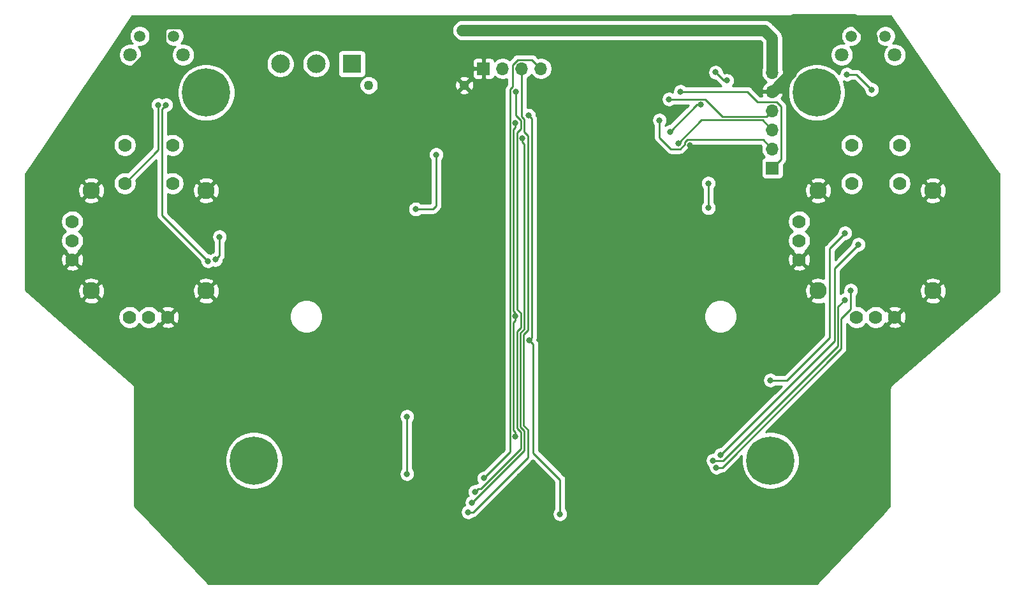
<source format=gbr>
%TF.GenerationSoftware,KiCad,Pcbnew,5.1.12-84ad8e8a86~92~ubuntu18.04.1*%
%TF.CreationDate,2021-12-07T10:10:18-05:00*%
%TF.ProjectId,Makers-Unified-Controller,4d616b65-7273-42d5-956e-69666965642d,rev?*%
%TF.SameCoordinates,Original*%
%TF.FileFunction,Copper,L2,Bot*%
%TF.FilePolarity,Positive*%
%FSLAX46Y46*%
G04 Gerber Fmt 4.6, Leading zero omitted, Abs format (unit mm)*
G04 Created by KiCad (PCBNEW 5.1.12-84ad8e8a86~92~ubuntu18.04.1) date 2021-12-07 10:10:18*
%MOMM*%
%LPD*%
G01*
G04 APERTURE LIST*
%TA.AperFunction,ComponentPad*%
%ADD10C,1.263000*%
%TD*%
%TA.AperFunction,ComponentPad*%
%ADD11C,1.778000*%
%TD*%
%TA.AperFunction,ComponentPad*%
%ADD12C,2.286000*%
%TD*%
%TA.AperFunction,ComponentPad*%
%ADD13C,1.498600*%
%TD*%
%TA.AperFunction,ComponentPad*%
%ADD14C,1.803400*%
%TD*%
%TA.AperFunction,ComponentPad*%
%ADD15R,2.475000X2.475000*%
%TD*%
%TA.AperFunction,ComponentPad*%
%ADD16C,2.475000*%
%TD*%
%TA.AperFunction,ComponentPad*%
%ADD17O,1.700000X1.700000*%
%TD*%
%TA.AperFunction,ComponentPad*%
%ADD18R,1.700000X1.700000*%
%TD*%
%TA.AperFunction,ComponentPad*%
%ADD19C,0.800000*%
%TD*%
%TA.AperFunction,ComponentPad*%
%ADD20C,6.400000*%
%TD*%
%TA.AperFunction,ViaPad*%
%ADD21C,0.800000*%
%TD*%
%TA.AperFunction,Conductor*%
%ADD22C,0.250000*%
%TD*%
%TA.AperFunction,Conductor*%
%ADD23C,1.500000*%
%TD*%
%TA.AperFunction,Conductor*%
%ADD24C,0.254000*%
%TD*%
%TA.AperFunction,Conductor*%
%ADD25C,0.100000*%
%TD*%
G04 APERTURE END LIST*
D10*
%TO.P,BT1,+*%
%TO.N,/BAT+*%
X142240000Y-61910000D03*
%TO.P,BT1,-*%
%TO.N,GND*%
X154940000Y-61910000D03*
%TD*%
D11*
%TO.P,U1,B1A*%
%TO.N,+3V3*%
X109855000Y-69850000D03*
%TO.P,U1,B1B*%
%TO.N,N/C*%
X116205000Y-69850000D03*
%TO.P,U1,B2A*%
%TO.N,/LEFT_JOY_SW*%
X109855000Y-74930000D03*
%TO.P,U1,B2B*%
%TO.N,N/C*%
X116205000Y-74930000D03*
%TO.P,U1,H1*%
%TO.N,+3V3*%
X110490000Y-92710000D03*
%TO.P,U1,H2*%
%TO.N,/LEFT_JOY_X*%
X113030000Y-92710000D03*
%TO.P,U1,H3*%
%TO.N,GND*%
X115570000Y-92710000D03*
D12*
%TO.P,U1,S1*%
X105410000Y-75882500D03*
%TO.P,U1,S2*%
X105410000Y-89217500D03*
%TO.P,U1,S3*%
X120650000Y-89217500D03*
%TO.P,U1,S4*%
X120650000Y-75882500D03*
D11*
%TO.P,U1,V1*%
%TO.N,+3V3*%
X102870000Y-80010000D03*
%TO.P,U1,V2*%
%TO.N,/LEFT_JOY_Y*%
X102870000Y-82550000D03*
%TO.P,U1,V3*%
%TO.N,GND*%
X102870000Y-85090000D03*
%TD*%
%TO.P,U4,B1A*%
%TO.N,+3V3*%
X206375000Y-69850000D03*
%TO.P,U4,B1B*%
%TO.N,N/C*%
X212725000Y-69850000D03*
%TO.P,U4,B2A*%
%TO.N,/RIGHT_JOY_SW*%
X206375000Y-74930000D03*
%TO.P,U4,B2B*%
%TO.N,N/C*%
X212725000Y-74930000D03*
%TO.P,U4,H1*%
%TO.N,+3V3*%
X207010000Y-92710000D03*
%TO.P,U4,H2*%
%TO.N,/RIGHT_JOY_X*%
X209550000Y-92710000D03*
%TO.P,U4,H3*%
%TO.N,GND*%
X212090000Y-92710000D03*
D12*
%TO.P,U4,S1*%
X201930000Y-75882500D03*
%TO.P,U4,S2*%
X201930000Y-89217500D03*
%TO.P,U4,S3*%
X217170000Y-89217500D03*
%TO.P,U4,S4*%
X217170000Y-75882500D03*
D11*
%TO.P,U4,V1*%
%TO.N,+3V3*%
X199390000Y-80010000D03*
%TO.P,U4,V2*%
%TO.N,/RIGHT_JOY_Y*%
X199390000Y-82550000D03*
%TO.P,U4,V3*%
%TO.N,GND*%
X199390000Y-85090000D03*
%TD*%
D13*
%TO.P,SW5,1*%
%TO.N,+3V3*%
X116332000Y-55372000D03*
%TO.P,SW5,2*%
%TO.N,/TRIG_L*%
X111831999Y-55372000D03*
D14*
%TO.P,SW5,3*%
%TO.N,N/C*%
X117587000Y-57862299D03*
%TO.P,SW5,4*%
X110576999Y-57862299D03*
%TD*%
D13*
%TO.P,SW4,1*%
%TO.N,+3V3*%
X210820000Y-55372000D03*
%TO.P,SW4,2*%
%TO.N,/TRIG_R*%
X206319999Y-55372000D03*
D14*
%TO.P,SW4,3*%
%TO.N,N/C*%
X212075000Y-57862299D03*
%TO.P,SW4,4*%
X205064999Y-57862299D03*
%TD*%
D15*
%TO.P,SW1,1*%
%TO.N,/PWR_IN*%
X140005000Y-59055000D03*
D16*
%TO.P,SW1,2*%
%TO.N,Net-(D1-Pad1)*%
X135255000Y-59055000D03*
%TO.P,SW1,3*%
%TO.N,Net-(SW1-Pad3)*%
X130505000Y-59055000D03*
%TD*%
D17*
%TO.P,J2,6*%
%TO.N,+5V*%
X195834000Y-60198000D03*
%TO.P,J2,5*%
%TO.N,GND*%
X195834000Y-62738000D03*
%TO.P,J2,4*%
%TO.N,/BRIDGE_TX*%
X195834000Y-65278000D03*
%TO.P,J2,3*%
%TO.N,/BRIDGE_RX*%
X195834000Y-67818000D03*
%TO.P,J2,2*%
%TO.N,/BRIDGE_DTR*%
X195834000Y-70358000D03*
D18*
%TO.P,J2,1*%
%TO.N,+3V3*%
X195834000Y-72898000D03*
%TD*%
D19*
%TO.P,H4,1*%
%TO.N,N/C*%
X197277056Y-110062944D03*
X195580000Y-109360000D03*
X193882944Y-110062944D03*
X193180000Y-111760000D03*
X193882944Y-113457056D03*
X195580000Y-114160000D03*
X197277056Y-113457056D03*
X197980000Y-111760000D03*
D20*
X195580000Y-111760000D03*
%TD*%
D19*
%TO.P,H3,1*%
%TO.N,N/C*%
X122347056Y-61167944D03*
X120650000Y-60465000D03*
X118952944Y-61167944D03*
X118250000Y-62865000D03*
X118952944Y-64562056D03*
X120650000Y-65265000D03*
X122347056Y-64562056D03*
X123050000Y-62865000D03*
D20*
X120650000Y-62865000D03*
%TD*%
D19*
%TO.P,H2,1*%
%TO.N,N/C*%
X203419112Y-61167944D03*
X201722056Y-60465000D03*
X200025000Y-61167944D03*
X199322056Y-62865000D03*
X200025000Y-64562056D03*
X201722056Y-65265000D03*
X203419112Y-64562056D03*
X204122056Y-62865000D03*
D20*
X201722056Y-62865000D03*
%TD*%
D19*
%TO.P,H1,1*%
%TO.N,N/C*%
X128697056Y-110062944D03*
X127000000Y-109360000D03*
X125302944Y-110062944D03*
X124600000Y-111760000D03*
X125302944Y-113457056D03*
X127000000Y-114160000D03*
X128697056Y-113457056D03*
X129400000Y-111760000D03*
D20*
X127000000Y-111760000D03*
%TD*%
D17*
%TO.P,A1,4*%
%TO.N,/I2C_SDA*%
X165100000Y-59690000D03*
%TO.P,A1,3*%
%TO.N,/I2C_SCL*%
X162560000Y-59690000D03*
%TO.P,A1,2*%
%TO.N,+3V3*%
X160020000Y-59690000D03*
D18*
%TO.P,A1,1*%
%TO.N,GND*%
X157480000Y-59690000D03*
%TD*%
D21*
%TO.N,/I2C_SDA*%
X157528655Y-114113615D03*
%TO.N,/I2C_SCL*%
X155448000Y-118618000D03*
%TO.N,+3V3*%
X183642000Y-62738000D03*
X151193500Y-71120000D03*
X148463000Y-78359000D03*
%TO.N,GND*%
X164084000Y-112014000D03*
X164084000Y-115570000D03*
X160782000Y-115570000D03*
X162306000Y-113792000D03*
X184912000Y-69850000D03*
X183388000Y-57150000D03*
X193548000Y-57150000D03*
X182118000Y-58928000D03*
X185420000Y-58928000D03*
X137160000Y-86360000D03*
X138430000Y-77470000D03*
X138430000Y-79375000D03*
X138430000Y-81280000D03*
X140335000Y-81280000D03*
X142240000Y-81280000D03*
X148590000Y-81280000D03*
X150495000Y-81280000D03*
X152400000Y-81280000D03*
X154305000Y-81280000D03*
X154305000Y-79375000D03*
X154305000Y-77470000D03*
X154305000Y-75565000D03*
X187325000Y-87630000D03*
X212852000Y-64262000D03*
X185420000Y-104394000D03*
X167894000Y-121158000D03*
X176149000Y-121158000D03*
X176022000Y-119126000D03*
X180848000Y-121666000D03*
X200406000Y-115316000D03*
X188468000Y-98044000D03*
X204724000Y-101092000D03*
X154432000Y-121158000D03*
X124968000Y-102870000D03*
X118364000Y-113538000D03*
X129286000Y-120650000D03*
X167132000Y-105156000D03*
X109728000Y-63754000D03*
X109846908Y-61332908D03*
X135636000Y-109134000D03*
X168529000Y-90805000D03*
X155067000Y-94361000D03*
%TO.N,Net-(C1-Pad1)*%
X182245000Y-68072000D03*
X186371782Y-64492159D03*
%TO.N,+5V*%
X154686000Y-54610000D03*
X155702000Y-54610000D03*
X156718000Y-54610000D03*
X157734000Y-54610000D03*
X187325000Y-74930000D03*
X187325000Y-78195010D03*
%TO.N,/BRIDGE_TX*%
X161798000Y-62738000D03*
X156367458Y-115911223D03*
X182118000Y-63754000D03*
%TO.N,/BRIDGE_RX*%
X155956000Y-117348000D03*
X162632530Y-68914191D03*
X183324514Y-69589951D03*
%TO.N,/BRIDGE_DTR*%
X180848000Y-66548000D03*
%TO.N,/IO0*%
X161732508Y-66916742D03*
X161732508Y-108588048D03*
X161732508Y-92570742D03*
%TO.N,/EN*%
X163532552Y-95765260D03*
X163469479Y-65924254D03*
X167640000Y-118872000D03*
%TO.N,/LEFT_JOY_SW*%
X114295340Y-64511340D03*
X121882782Y-85062102D03*
X122428000Y-82042000D03*
%TO.N,/RIGHT_JOY_SW*%
X206248000Y-89154000D03*
X188394543Y-112685990D03*
%TO.N,/TRIG_R*%
X205740000Y-60452000D03*
X209042000Y-62484000D03*
X205486000Y-81534000D03*
X195580000Y-101092000D03*
%TO.N,/TRIG_L*%
X115316000Y-64516000D03*
X147320000Y-113538000D03*
X147320000Y-105918000D03*
X120902257Y-85258556D03*
%TO.N,/RIGHT_JOY_X*%
X205449000Y-90424000D03*
X187960000Y-111760000D03*
%TO.N,/RIGHT_JOY_Y*%
X207264000Y-83058000D03*
X188976000Y-110998000D03*
%TO.N,/D+*%
X188300446Y-60188813D03*
X189786010Y-61271832D03*
%TD*%
D22*
%TO.N,/I2C_SDA*%
X161995999Y-58514999D02*
X161326998Y-59184000D01*
X165100000Y-59690000D02*
X163924999Y-58514999D01*
X163924999Y-58514999D02*
X161995999Y-58514999D01*
X161326998Y-59184000D02*
X161326998Y-62135998D01*
X161007498Y-62455498D02*
X161007498Y-110634772D01*
X161326998Y-62135998D02*
X161007498Y-62455498D01*
X161007498Y-110634772D02*
X157528655Y-114113615D01*
%TO.N,/I2C_SCL*%
X163357520Y-107647680D02*
X162807542Y-107097702D01*
X162807542Y-95008102D02*
X163357531Y-94458117D01*
X163357531Y-68590689D02*
X162907521Y-68140679D01*
X163357520Y-111344883D02*
X163357520Y-107647680D01*
X156084412Y-118618000D02*
X163357520Y-111344883D01*
X155448000Y-118618000D02*
X156084412Y-118618000D01*
X162907521Y-68140679D02*
X162907521Y-66382340D01*
X163357531Y-94458117D02*
X163357531Y-68590689D01*
X162807542Y-107097702D02*
X162807542Y-95008102D01*
X162560000Y-66034820D02*
X162560000Y-59690000D01*
X162907521Y-66382340D02*
X162560000Y-66034820D01*
%TO.N,+3V3*%
X183642000Y-62738000D02*
X192532000Y-62738000D01*
X197009001Y-71722999D02*
X195834000Y-72898000D01*
X197009001Y-64713999D02*
X197009001Y-71722999D01*
X196398001Y-64102999D02*
X197009001Y-64713999D01*
X193896999Y-64102999D02*
X196398001Y-64102999D01*
X192532000Y-62738000D02*
X193896999Y-64102999D01*
X151193500Y-71120000D02*
X151193500Y-77914500D01*
X151193500Y-77914500D02*
X150749000Y-78359000D01*
X150749000Y-78359000D02*
X148463000Y-78359000D01*
D23*
%TO.N,GND*%
X153416000Y-57150000D02*
X193548000Y-57150000D01*
X149684699Y-53672699D02*
X153416000Y-57150000D01*
X115237301Y-53672699D02*
X149684699Y-53672699D01*
X98679000Y-87757000D02*
X98679000Y-72500816D01*
X112903000Y-101981000D02*
X98679000Y-87757000D01*
X112903000Y-117348000D02*
X112903000Y-101981000D01*
X122301000Y-126746000D02*
X112903000Y-117348000D01*
X114632699Y-54277301D02*
X115237301Y-53672699D01*
X141605000Y-126746000D02*
X122301000Y-126746000D01*
X198374000Y-53594000D02*
X198755000Y-53213000D01*
X195834000Y-62738000D02*
X195958002Y-62738000D01*
X198374000Y-60322002D02*
X198374000Y-53594000D01*
X206675965Y-53213000D02*
X209120699Y-55657734D01*
X198755000Y-53213000D02*
X206675965Y-53213000D01*
X195958002Y-62738000D02*
X198374000Y-60322002D01*
X209120699Y-55657734D02*
X209120699Y-58244699D01*
X209120699Y-58244699D02*
X224536000Y-73660000D01*
X114632699Y-56547117D02*
X114632699Y-54277301D01*
X147193000Y-121158000D02*
X141605000Y-126746000D01*
X224536000Y-73660000D02*
X224536000Y-86741000D01*
X224536000Y-86741000D02*
X209423000Y-101854000D01*
X209423000Y-101854000D02*
X209423000Y-117602000D01*
X209423000Y-117602000D02*
X200533000Y-126492000D01*
X181483000Y-126492000D02*
X176149000Y-121158000D01*
X200533000Y-126492000D02*
X181483000Y-126492000D01*
X176149000Y-121158000D02*
X167894000Y-121158000D01*
X167894000Y-121158000D02*
X154432000Y-121158000D01*
X154432000Y-121158000D02*
X147193000Y-121158000D01*
X98679000Y-72500816D02*
X109846908Y-61332908D01*
X109846908Y-61332908D02*
X114632699Y-56547117D01*
D22*
%TO.N,Net-(C1-Pad1)*%
X185824841Y-64492159D02*
X186371782Y-64492159D01*
X182245000Y-68072000D02*
X185824841Y-64492159D01*
D23*
%TO.N,+5V*%
X195834000Y-60198000D02*
X195834000Y-55626000D01*
X195834000Y-55626000D02*
X194818000Y-54610000D01*
X194818000Y-54610000D02*
X157734000Y-54610000D01*
X155702000Y-54610000D02*
X154686000Y-54610000D01*
X156718000Y-54610000D02*
X155702000Y-54610000D01*
X157734000Y-54610000D02*
X156718000Y-54610000D01*
D22*
X187325000Y-74930000D02*
X187325000Y-78195010D01*
%TO.N,/BRIDGE_TX*%
X156767457Y-115511224D02*
X156367458Y-115911223D01*
X162457509Y-108020491D02*
X162457509Y-110210080D01*
X161798000Y-62738000D02*
X161798000Y-65909230D01*
X162457509Y-94085317D02*
X161907520Y-94635302D01*
X161907520Y-107470502D02*
X162457509Y-108020491D01*
X157156365Y-115511224D02*
X156767457Y-115511224D01*
X162457510Y-66568740D02*
X162457510Y-67669313D01*
X162457509Y-110210080D02*
X157156365Y-115511224D01*
X161907520Y-68219302D02*
X161907520Y-91672752D01*
X161907520Y-94635302D02*
X161907520Y-107470502D01*
X162457509Y-92222741D02*
X162457509Y-94085317D01*
X161798000Y-65909230D02*
X162457510Y-66568740D01*
X162457510Y-67669313D02*
X161907520Y-68219302D01*
X161907520Y-91672752D02*
X162457509Y-92222741D01*
X186944000Y-63754000D02*
X189230000Y-66040000D01*
X182118000Y-63754000D02*
X186944000Y-63754000D01*
X189230000Y-66040000D02*
X195072000Y-66040000D01*
X195072000Y-66040000D02*
X195834000Y-65278000D01*
%TO.N,/BRIDGE_RX*%
X162907509Y-110396491D02*
X162907509Y-107834080D01*
X162632530Y-69479876D02*
X162632530Y-68914191D01*
X162907520Y-69754866D02*
X162632530Y-69479876D01*
X162357531Y-94821701D02*
X162907520Y-94271717D01*
X155956000Y-117348000D02*
X162907509Y-110396491D01*
X162357531Y-107284102D02*
X162357531Y-94821701D01*
X162907509Y-107834080D02*
X162357531Y-107284102D01*
X162907520Y-94271717D02*
X162907520Y-69754866D01*
X194529232Y-66513232D02*
X195834000Y-67818000D01*
X186401232Y-66513232D02*
X194529232Y-66513232D01*
X183324514Y-69589951D02*
X186401232Y-66513232D01*
%TO.N,/BRIDGE_DTR*%
X195834000Y-70358000D02*
X194600999Y-69124999D01*
X194600999Y-69124999D02*
X184563999Y-69124999D01*
X184186999Y-69501999D02*
X184186999Y-69755999D01*
X182372000Y-70358000D02*
X180848000Y-68834000D01*
X180848000Y-68834000D02*
X180848000Y-66548000D01*
X183584998Y-70358000D02*
X182372000Y-70358000D01*
X184186999Y-69755999D02*
X183584998Y-70358000D01*
X184563999Y-69124999D02*
X184186999Y-69501999D01*
%TO.N,/IO0*%
X161732508Y-66916742D02*
X161732508Y-67482427D01*
X161457509Y-67757426D02*
X161457509Y-91908902D01*
X161457509Y-93411426D02*
X161457509Y-107747364D01*
X161732508Y-93136427D02*
X161457509Y-93411426D01*
X161457509Y-107747364D02*
X161732508Y-108022363D01*
X161732508Y-67482427D02*
X161457509Y-67757426D01*
X161732508Y-108022363D02*
X161732508Y-108588048D01*
X161732508Y-92183901D02*
X161732508Y-92570742D01*
X161457509Y-91908902D02*
X161732508Y-92183901D01*
X161732508Y-92570742D02*
X161732508Y-93136427D01*
%TO.N,/EN*%
X163869478Y-95428334D02*
X163532552Y-95765260D01*
X163869478Y-66324253D02*
X163869478Y-95428334D01*
X163469479Y-65924254D02*
X163869478Y-66324253D01*
X164084000Y-110744000D02*
X164084000Y-96316708D01*
X167640000Y-114300000D02*
X164084000Y-110744000D01*
X164084000Y-96316708D02*
X163532552Y-95765260D01*
X167640000Y-118872000D02*
X167640000Y-114300000D01*
%TO.N,/LEFT_JOY_SW*%
X109855000Y-74930000D02*
X114295340Y-70489660D01*
X114295340Y-70489660D02*
X114295340Y-64511340D01*
X122428000Y-84516884D02*
X121882782Y-85062102D01*
X122428000Y-82042000D02*
X122428000Y-84516884D01*
%TO.N,/RIGHT_JOY_SW*%
X204978000Y-92945278D02*
X204978000Y-96893085D01*
X204978000Y-96893085D02*
X189185095Y-112685990D01*
X206248000Y-91675278D02*
X204978000Y-92945278D01*
X189185095Y-112685990D02*
X188394543Y-112685990D01*
X206248000Y-89154000D02*
X206248000Y-91675278D01*
%TO.N,/TRIG_R*%
X205740000Y-60452000D02*
X207010000Y-60452000D01*
X207010000Y-60452000D02*
X209042000Y-62484000D01*
X203398001Y-83621999D02*
X203398001Y-95448001D01*
X205486000Y-81534000D02*
X203398001Y-83621999D01*
X203398001Y-95448001D02*
X197754002Y-101092000D01*
X197754002Y-101092000D02*
X195580000Y-101092000D01*
%TO.N,/TRIG_L*%
X147320000Y-113538000D02*
X147320000Y-105918000D01*
X114808000Y-79164299D02*
X120902257Y-85258556D01*
X115316000Y-64516000D02*
X114808000Y-65024000D01*
X114808000Y-65024000D02*
X114808000Y-79164299D01*
%TO.N,/RIGHT_JOY_X*%
X205449000Y-90424000D02*
X204527989Y-91345011D01*
X189287002Y-111760000D02*
X187960000Y-111760000D01*
X204527989Y-96519013D02*
X189287002Y-111760000D01*
X204527989Y-91345011D02*
X204527989Y-96519013D01*
%TO.N,/RIGHT_JOY_Y*%
X204077978Y-86244022D02*
X204077978Y-95896022D01*
X204077978Y-95896022D02*
X188976000Y-110998000D01*
X207264000Y-83058000D02*
X204077978Y-86244022D01*
%TO.N,/D+*%
X188300446Y-60188813D02*
X189383465Y-61271832D01*
X189383465Y-61271832D02*
X189786010Y-61271832D01*
%TD*%
D24*
%TO.N,GND*%
X225387044Y-72904421D02*
X225933000Y-73711487D01*
X225933000Y-89322980D01*
X211664019Y-101730791D01*
X211621053Y-101766052D01*
X211594403Y-101798525D01*
X211565556Y-101829066D01*
X211553255Y-101848664D01*
X211538576Y-101866550D01*
X211518771Y-101903603D01*
X211496440Y-101939180D01*
X211488199Y-101960800D01*
X211477291Y-101981207D01*
X211465097Y-102021405D01*
X211450133Y-102060661D01*
X211446268Y-102083475D01*
X211439551Y-102105617D01*
X211435434Y-102147423D01*
X211428416Y-102188843D01*
X211430001Y-102244408D01*
X211430000Y-117833171D01*
X210512677Y-118822914D01*
X201740833Y-128143000D01*
X120958474Y-128143000D01*
X111801143Y-118516061D01*
X154413000Y-118516061D01*
X154413000Y-118719939D01*
X154452774Y-118919898D01*
X154530795Y-119108256D01*
X154644063Y-119277774D01*
X154788226Y-119421937D01*
X154957744Y-119535205D01*
X155146102Y-119613226D01*
X155346061Y-119653000D01*
X155549939Y-119653000D01*
X155749898Y-119613226D01*
X155938256Y-119535205D01*
X156107774Y-119421937D01*
X156154985Y-119374726D01*
X156233398Y-119367003D01*
X156376659Y-119323546D01*
X156508688Y-119252974D01*
X156624413Y-119158001D01*
X156648211Y-119129002D01*
X163868524Y-111908681D01*
X163897521Y-111884884D01*
X163992494Y-111769159D01*
X164007076Y-111741878D01*
X166880001Y-114614804D01*
X166880000Y-118168289D01*
X166836063Y-118212226D01*
X166722795Y-118381744D01*
X166644774Y-118570102D01*
X166605000Y-118770061D01*
X166605000Y-118973939D01*
X166644774Y-119173898D01*
X166722795Y-119362256D01*
X166836063Y-119531774D01*
X166980226Y-119675937D01*
X167149744Y-119789205D01*
X167338102Y-119867226D01*
X167538061Y-119907000D01*
X167741939Y-119907000D01*
X167941898Y-119867226D01*
X168130256Y-119789205D01*
X168299774Y-119675937D01*
X168443937Y-119531774D01*
X168557205Y-119362256D01*
X168635226Y-119173898D01*
X168675000Y-118973939D01*
X168675000Y-118770061D01*
X168635226Y-118570102D01*
X168557205Y-118381744D01*
X168443937Y-118212226D01*
X168400000Y-118168289D01*
X168400000Y-114337322D01*
X168403676Y-114299999D01*
X168400000Y-114262676D01*
X168400000Y-114262667D01*
X168389003Y-114151014D01*
X168345546Y-114007753D01*
X168274974Y-113875724D01*
X168260512Y-113858102D01*
X168203799Y-113788996D01*
X168203795Y-113788992D01*
X168180001Y-113759999D01*
X168151008Y-113736205D01*
X166072863Y-111658061D01*
X186925000Y-111658061D01*
X186925000Y-111861939D01*
X186964774Y-112061898D01*
X187042795Y-112250256D01*
X187156063Y-112419774D01*
X187300226Y-112563937D01*
X187359543Y-112603571D01*
X187359543Y-112787929D01*
X187399317Y-112987888D01*
X187477338Y-113176246D01*
X187590606Y-113345764D01*
X187734769Y-113489927D01*
X187904287Y-113603195D01*
X188092645Y-113681216D01*
X188292604Y-113720990D01*
X188496482Y-113720990D01*
X188696441Y-113681216D01*
X188884799Y-113603195D01*
X189054317Y-113489927D01*
X189098254Y-113445990D01*
X189147773Y-113445990D01*
X189185095Y-113449666D01*
X189222417Y-113445990D01*
X189222428Y-113445990D01*
X189334081Y-113434993D01*
X189477342Y-113391536D01*
X189609371Y-113320964D01*
X189725096Y-113225991D01*
X189748899Y-113196987D01*
X191790042Y-111155844D01*
X191745000Y-111382285D01*
X191745000Y-112137715D01*
X191892377Y-112878628D01*
X192181467Y-113576554D01*
X192601161Y-114204670D01*
X193135330Y-114738839D01*
X193763446Y-115158533D01*
X194461372Y-115447623D01*
X195202285Y-115595000D01*
X195957715Y-115595000D01*
X196698628Y-115447623D01*
X197396554Y-115158533D01*
X198024670Y-114738839D01*
X198558839Y-114204670D01*
X198978533Y-113576554D01*
X199267623Y-112878628D01*
X199415000Y-112137715D01*
X199415000Y-111382285D01*
X199267623Y-110641372D01*
X198978533Y-109943446D01*
X198558839Y-109315330D01*
X198024670Y-108781161D01*
X197396554Y-108361467D01*
X196698628Y-108072377D01*
X195957715Y-107925000D01*
X195202285Y-107925000D01*
X194975845Y-107970042D01*
X205489008Y-97456880D01*
X205518001Y-97433086D01*
X205541795Y-97404093D01*
X205541799Y-97404089D01*
X205612973Y-97317362D01*
X205631506Y-97282690D01*
X205683546Y-97185332D01*
X205727003Y-97042071D01*
X205738000Y-96930418D01*
X205738000Y-96930409D01*
X205741676Y-96893086D01*
X205738000Y-96855763D01*
X205738000Y-93549445D01*
X205826232Y-93681493D01*
X206038507Y-93893768D01*
X206288115Y-94060551D01*
X206565466Y-94175434D01*
X206859899Y-94234000D01*
X207160101Y-94234000D01*
X207454534Y-94175434D01*
X207731885Y-94060551D01*
X207981493Y-93893768D01*
X208193768Y-93681493D01*
X208280000Y-93552438D01*
X208366232Y-93681493D01*
X208578507Y-93893768D01*
X208828115Y-94060551D01*
X209105466Y-94175434D01*
X209399899Y-94234000D01*
X209700101Y-94234000D01*
X209994534Y-94175434D01*
X210271885Y-94060551D01*
X210521493Y-93893768D01*
X210649030Y-93766231D01*
X211213374Y-93766231D01*
X211295727Y-94019289D01*
X211566418Y-94149086D01*
X211857230Y-94223580D01*
X212156988Y-94239908D01*
X212454171Y-94197443D01*
X212737359Y-94097816D01*
X212884273Y-94019289D01*
X212966626Y-93766231D01*
X212090000Y-92889605D01*
X211213374Y-93766231D01*
X210649030Y-93766231D01*
X210733768Y-93681493D01*
X210839417Y-93523378D01*
X211033769Y-93586626D01*
X211910395Y-92710000D01*
X212269605Y-92710000D01*
X213146231Y-93586626D01*
X213399289Y-93504273D01*
X213529086Y-93233582D01*
X213603580Y-92942770D01*
X213619908Y-92643012D01*
X213577443Y-92345829D01*
X213477816Y-92062641D01*
X213399289Y-91915727D01*
X213146231Y-91833374D01*
X212269605Y-92710000D01*
X211910395Y-92710000D01*
X211033769Y-91833374D01*
X210839417Y-91896622D01*
X210733768Y-91738507D01*
X210649030Y-91653769D01*
X211213374Y-91653769D01*
X212090000Y-92530395D01*
X212966626Y-91653769D01*
X212884273Y-91400711D01*
X212613582Y-91270914D01*
X212322770Y-91196420D01*
X212023012Y-91180092D01*
X211725829Y-91222557D01*
X211442641Y-91322184D01*
X211295727Y-91400711D01*
X211213374Y-91653769D01*
X210649030Y-91653769D01*
X210521493Y-91526232D01*
X210271885Y-91359449D01*
X209994534Y-91244566D01*
X209700101Y-91186000D01*
X209399899Y-91186000D01*
X209105466Y-91244566D01*
X208828115Y-91359449D01*
X208578507Y-91526232D01*
X208366232Y-91738507D01*
X208280000Y-91867562D01*
X208193768Y-91738507D01*
X207981493Y-91526232D01*
X207731885Y-91359449D01*
X207454534Y-91244566D01*
X207160101Y-91186000D01*
X207008000Y-91186000D01*
X207008000Y-90454860D01*
X216112245Y-90454860D01*
X216225264Y-90733884D01*
X216539249Y-90889056D01*
X216877473Y-90979991D01*
X217226938Y-91003194D01*
X217574216Y-90957775D01*
X217905960Y-90845477D01*
X218114736Y-90733884D01*
X218227755Y-90454860D01*
X217170000Y-89397105D01*
X216112245Y-90454860D01*
X207008000Y-90454860D01*
X207008000Y-89857711D01*
X207051937Y-89813774D01*
X207165205Y-89644256D01*
X207243226Y-89455898D01*
X207279320Y-89274438D01*
X215384306Y-89274438D01*
X215429725Y-89621716D01*
X215542023Y-89953460D01*
X215653616Y-90162236D01*
X215932640Y-90275255D01*
X216990395Y-89217500D01*
X217349605Y-89217500D01*
X218407360Y-90275255D01*
X218686384Y-90162236D01*
X218841556Y-89848251D01*
X218932491Y-89510027D01*
X218955694Y-89160562D01*
X218910275Y-88813284D01*
X218797977Y-88481540D01*
X218686384Y-88272764D01*
X218407360Y-88159745D01*
X217349605Y-89217500D01*
X216990395Y-89217500D01*
X215932640Y-88159745D01*
X215653616Y-88272764D01*
X215498444Y-88586749D01*
X215407509Y-88924973D01*
X215384306Y-89274438D01*
X207279320Y-89274438D01*
X207283000Y-89255939D01*
X207283000Y-89052061D01*
X207243226Y-88852102D01*
X207165205Y-88663744D01*
X207051937Y-88494226D01*
X206907774Y-88350063D01*
X206738256Y-88236795D01*
X206549898Y-88158774D01*
X206349939Y-88119000D01*
X206146061Y-88119000D01*
X205946102Y-88158774D01*
X205757744Y-88236795D01*
X205588226Y-88350063D01*
X205444063Y-88494226D01*
X205330795Y-88663744D01*
X205252774Y-88852102D01*
X205213000Y-89052061D01*
X205213000Y-89255939D01*
X205243562Y-89409587D01*
X205147102Y-89428774D01*
X204958744Y-89506795D01*
X204837978Y-89587488D01*
X204837978Y-87980140D01*
X216112245Y-87980140D01*
X217170000Y-89037895D01*
X218227755Y-87980140D01*
X218114736Y-87701116D01*
X217800751Y-87545944D01*
X217462527Y-87455009D01*
X217113062Y-87431806D01*
X216765784Y-87477225D01*
X216434040Y-87589523D01*
X216225264Y-87701116D01*
X216112245Y-87980140D01*
X204837978Y-87980140D01*
X204837978Y-86558823D01*
X207303802Y-84093000D01*
X207365939Y-84093000D01*
X207565898Y-84053226D01*
X207754256Y-83975205D01*
X207923774Y-83861937D01*
X208067937Y-83717774D01*
X208181205Y-83548256D01*
X208259226Y-83359898D01*
X208299000Y-83159939D01*
X208299000Y-82956061D01*
X208259226Y-82756102D01*
X208181205Y-82567744D01*
X208067937Y-82398226D01*
X207923774Y-82254063D01*
X207754256Y-82140795D01*
X207565898Y-82062774D01*
X207365939Y-82023000D01*
X207162061Y-82023000D01*
X206962102Y-82062774D01*
X206773744Y-82140795D01*
X206604226Y-82254063D01*
X206460063Y-82398226D01*
X206346795Y-82567744D01*
X206268774Y-82756102D01*
X206229000Y-82956061D01*
X206229000Y-83018198D01*
X204158001Y-85089198D01*
X204158001Y-83936800D01*
X205525802Y-82569000D01*
X205587939Y-82569000D01*
X205787898Y-82529226D01*
X205976256Y-82451205D01*
X206145774Y-82337937D01*
X206289937Y-82193774D01*
X206403205Y-82024256D01*
X206481226Y-81835898D01*
X206521000Y-81635939D01*
X206521000Y-81432061D01*
X206481226Y-81232102D01*
X206403205Y-81043744D01*
X206289937Y-80874226D01*
X206145774Y-80730063D01*
X205976256Y-80616795D01*
X205787898Y-80538774D01*
X205587939Y-80499000D01*
X205384061Y-80499000D01*
X205184102Y-80538774D01*
X204995744Y-80616795D01*
X204826226Y-80730063D01*
X204682063Y-80874226D01*
X204568795Y-81043744D01*
X204490774Y-81232102D01*
X204451000Y-81432061D01*
X204451000Y-81494198D01*
X202887004Y-83058195D01*
X202858000Y-83081998D01*
X202802872Y-83149173D01*
X202763027Y-83197723D01*
X202692456Y-83329752D01*
X202692455Y-83329753D01*
X202648998Y-83473014D01*
X202638001Y-83584667D01*
X202638001Y-83584677D01*
X202634325Y-83621999D01*
X202638001Y-83659321D01*
X202638001Y-87584121D01*
X202560751Y-87545944D01*
X202222527Y-87455009D01*
X201873062Y-87431806D01*
X201525784Y-87477225D01*
X201194040Y-87589523D01*
X200985264Y-87701116D01*
X200872245Y-87980140D01*
X201930000Y-89037895D01*
X201944143Y-89023753D01*
X202123748Y-89203358D01*
X202109605Y-89217500D01*
X202123748Y-89231643D01*
X201944143Y-89411248D01*
X201930000Y-89397105D01*
X200872245Y-90454860D01*
X200985264Y-90733884D01*
X201299249Y-90889056D01*
X201637473Y-90979991D01*
X201986938Y-91003194D01*
X202334216Y-90957775D01*
X202638002Y-90854941D01*
X202638002Y-95133198D01*
X197439201Y-100332000D01*
X196283711Y-100332000D01*
X196239774Y-100288063D01*
X196070256Y-100174795D01*
X195881898Y-100096774D01*
X195681939Y-100057000D01*
X195478061Y-100057000D01*
X195278102Y-100096774D01*
X195089744Y-100174795D01*
X194920226Y-100288063D01*
X194776063Y-100432226D01*
X194662795Y-100601744D01*
X194584774Y-100790102D01*
X194545000Y-100990061D01*
X194545000Y-101193939D01*
X194584774Y-101393898D01*
X194662795Y-101582256D01*
X194776063Y-101751774D01*
X194920226Y-101895937D01*
X195089744Y-102009205D01*
X195278102Y-102087226D01*
X195478061Y-102127000D01*
X195681939Y-102127000D01*
X195881898Y-102087226D01*
X196070256Y-102009205D01*
X196239774Y-101895937D01*
X196283711Y-101852000D01*
X197047198Y-101852000D01*
X188936199Y-109963000D01*
X188874061Y-109963000D01*
X188674102Y-110002774D01*
X188485744Y-110080795D01*
X188316226Y-110194063D01*
X188172063Y-110338226D01*
X188058795Y-110507744D01*
X187980774Y-110696102D01*
X187975026Y-110725000D01*
X187858061Y-110725000D01*
X187658102Y-110764774D01*
X187469744Y-110842795D01*
X187300226Y-110956063D01*
X187156063Y-111100226D01*
X187042795Y-111269744D01*
X186964774Y-111458102D01*
X186925000Y-111658061D01*
X166072863Y-111658061D01*
X164844000Y-110429199D01*
X164844000Y-96354030D01*
X164847676Y-96316707D01*
X164844000Y-96279384D01*
X164844000Y-96279375D01*
X164833003Y-96167722D01*
X164789546Y-96024461D01*
X164718974Y-95892432D01*
X164624001Y-95776707D01*
X164595002Y-95752908D01*
X164570722Y-95728629D01*
X164575024Y-95720581D01*
X164618481Y-95577320D01*
X164629478Y-95465667D01*
X164629478Y-95465658D01*
X164633154Y-95428335D01*
X164629478Y-95391012D01*
X164629478Y-92392334D01*
X186730000Y-92392334D01*
X186730000Y-92827666D01*
X186814929Y-93254633D01*
X186981524Y-93656827D01*
X187223381Y-94018793D01*
X187531207Y-94326619D01*
X187893173Y-94568476D01*
X188295367Y-94735071D01*
X188722334Y-94820000D01*
X189157666Y-94820000D01*
X189584633Y-94735071D01*
X189986827Y-94568476D01*
X190348793Y-94326619D01*
X190656619Y-94018793D01*
X190898476Y-93656827D01*
X191065071Y-93254633D01*
X191150000Y-92827666D01*
X191150000Y-92392334D01*
X191065071Y-91965367D01*
X190898476Y-91563173D01*
X190656619Y-91201207D01*
X190348793Y-90893381D01*
X189986827Y-90651524D01*
X189584633Y-90484929D01*
X189157666Y-90400000D01*
X188722334Y-90400000D01*
X188295367Y-90484929D01*
X187893173Y-90651524D01*
X187531207Y-90893381D01*
X187223381Y-91201207D01*
X186981524Y-91563173D01*
X186814929Y-91965367D01*
X186730000Y-92392334D01*
X164629478Y-92392334D01*
X164629478Y-89274438D01*
X200144306Y-89274438D01*
X200189725Y-89621716D01*
X200302023Y-89953460D01*
X200413616Y-90162236D01*
X200692640Y-90275255D01*
X201750395Y-89217500D01*
X200692640Y-88159745D01*
X200413616Y-88272764D01*
X200258444Y-88586749D01*
X200167509Y-88924973D01*
X200144306Y-89274438D01*
X164629478Y-89274438D01*
X164629478Y-86146231D01*
X198513374Y-86146231D01*
X198595727Y-86399289D01*
X198866418Y-86529086D01*
X199157230Y-86603580D01*
X199456988Y-86619908D01*
X199754171Y-86577443D01*
X200037359Y-86477816D01*
X200184273Y-86399289D01*
X200266626Y-86146231D01*
X199390000Y-85269605D01*
X198513374Y-86146231D01*
X164629478Y-86146231D01*
X164629478Y-85156988D01*
X197860092Y-85156988D01*
X197902557Y-85454171D01*
X198002184Y-85737359D01*
X198080711Y-85884273D01*
X198333769Y-85966626D01*
X199210395Y-85090000D01*
X199569605Y-85090000D01*
X200446231Y-85966626D01*
X200699289Y-85884273D01*
X200829086Y-85613582D01*
X200903580Y-85322770D01*
X200919908Y-85023012D01*
X200877443Y-84725829D01*
X200777816Y-84442641D01*
X200699289Y-84295727D01*
X200446231Y-84213374D01*
X199569605Y-85090000D01*
X199210395Y-85090000D01*
X198333769Y-84213374D01*
X198080711Y-84295727D01*
X197950914Y-84566418D01*
X197876420Y-84857230D01*
X197860092Y-85156988D01*
X164629478Y-85156988D01*
X164629478Y-79859899D01*
X197866000Y-79859899D01*
X197866000Y-80160101D01*
X197924566Y-80454534D01*
X198039449Y-80731885D01*
X198206232Y-80981493D01*
X198418507Y-81193768D01*
X198547562Y-81280000D01*
X198418507Y-81366232D01*
X198206232Y-81578507D01*
X198039449Y-81828115D01*
X197924566Y-82105466D01*
X197866000Y-82399899D01*
X197866000Y-82700101D01*
X197924566Y-82994534D01*
X198039449Y-83271885D01*
X198206232Y-83521493D01*
X198418507Y-83733768D01*
X198576622Y-83839417D01*
X198513374Y-84033769D01*
X199390000Y-84910395D01*
X200266626Y-84033769D01*
X200203378Y-83839417D01*
X200361493Y-83733768D01*
X200573768Y-83521493D01*
X200740551Y-83271885D01*
X200855434Y-82994534D01*
X200914000Y-82700101D01*
X200914000Y-82399899D01*
X200855434Y-82105466D01*
X200740551Y-81828115D01*
X200573768Y-81578507D01*
X200361493Y-81366232D01*
X200232438Y-81280000D01*
X200361493Y-81193768D01*
X200573768Y-80981493D01*
X200740551Y-80731885D01*
X200855434Y-80454534D01*
X200914000Y-80160101D01*
X200914000Y-79859899D01*
X200855434Y-79565466D01*
X200740551Y-79288115D01*
X200573768Y-79038507D01*
X200361493Y-78826232D01*
X200111885Y-78659449D01*
X199834534Y-78544566D01*
X199540101Y-78486000D01*
X199239899Y-78486000D01*
X198945466Y-78544566D01*
X198668115Y-78659449D01*
X198418507Y-78826232D01*
X198206232Y-79038507D01*
X198039449Y-79288115D01*
X197924566Y-79565466D01*
X197866000Y-79859899D01*
X164629478Y-79859899D01*
X164629478Y-74828061D01*
X186290000Y-74828061D01*
X186290000Y-75031939D01*
X186329774Y-75231898D01*
X186407795Y-75420256D01*
X186521063Y-75589774D01*
X186565000Y-75633711D01*
X186565001Y-77491298D01*
X186521063Y-77535236D01*
X186407795Y-77704754D01*
X186329774Y-77893112D01*
X186290000Y-78093071D01*
X186290000Y-78296949D01*
X186329774Y-78496908D01*
X186407795Y-78685266D01*
X186521063Y-78854784D01*
X186665226Y-78998947D01*
X186834744Y-79112215D01*
X187023102Y-79190236D01*
X187223061Y-79230010D01*
X187426939Y-79230010D01*
X187626898Y-79190236D01*
X187815256Y-79112215D01*
X187984774Y-78998947D01*
X188128937Y-78854784D01*
X188242205Y-78685266D01*
X188320226Y-78496908D01*
X188360000Y-78296949D01*
X188360000Y-78093071D01*
X188320226Y-77893112D01*
X188242205Y-77704754D01*
X188128937Y-77535236D01*
X188085000Y-77491299D01*
X188085000Y-77119860D01*
X200872245Y-77119860D01*
X200985264Y-77398884D01*
X201299249Y-77554056D01*
X201637473Y-77644991D01*
X201986938Y-77668194D01*
X202334216Y-77622775D01*
X202665960Y-77510477D01*
X202874736Y-77398884D01*
X202987755Y-77119860D01*
X216112245Y-77119860D01*
X216225264Y-77398884D01*
X216539249Y-77554056D01*
X216877473Y-77644991D01*
X217226938Y-77668194D01*
X217574216Y-77622775D01*
X217905960Y-77510477D01*
X218114736Y-77398884D01*
X218227755Y-77119860D01*
X217170000Y-76062105D01*
X216112245Y-77119860D01*
X202987755Y-77119860D01*
X201930000Y-76062105D01*
X200872245Y-77119860D01*
X188085000Y-77119860D01*
X188085000Y-75939438D01*
X200144306Y-75939438D01*
X200189725Y-76286716D01*
X200302023Y-76618460D01*
X200413616Y-76827236D01*
X200692640Y-76940255D01*
X201750395Y-75882500D01*
X202109605Y-75882500D01*
X203167360Y-76940255D01*
X203446384Y-76827236D01*
X203601556Y-76513251D01*
X203692491Y-76175027D01*
X203715694Y-75825562D01*
X203670275Y-75478284D01*
X203557977Y-75146540D01*
X203446384Y-74937764D01*
X203167360Y-74824745D01*
X202109605Y-75882500D01*
X201750395Y-75882500D01*
X200692640Y-74824745D01*
X200413616Y-74937764D01*
X200258444Y-75251749D01*
X200167509Y-75589973D01*
X200144306Y-75939438D01*
X188085000Y-75939438D01*
X188085000Y-75633711D01*
X188128937Y-75589774D01*
X188242205Y-75420256D01*
X188320226Y-75231898D01*
X188360000Y-75031939D01*
X188360000Y-74828061D01*
X188323616Y-74645140D01*
X200872245Y-74645140D01*
X201930000Y-75702895D01*
X202852996Y-74779899D01*
X204851000Y-74779899D01*
X204851000Y-75080101D01*
X204909566Y-75374534D01*
X205024449Y-75651885D01*
X205191232Y-75901493D01*
X205403507Y-76113768D01*
X205653115Y-76280551D01*
X205930466Y-76395434D01*
X206224899Y-76454000D01*
X206525101Y-76454000D01*
X206819534Y-76395434D01*
X207096885Y-76280551D01*
X207346493Y-76113768D01*
X207558768Y-75901493D01*
X207725551Y-75651885D01*
X207840434Y-75374534D01*
X207899000Y-75080101D01*
X207899000Y-74779899D01*
X211201000Y-74779899D01*
X211201000Y-75080101D01*
X211259566Y-75374534D01*
X211374449Y-75651885D01*
X211541232Y-75901493D01*
X211753507Y-76113768D01*
X212003115Y-76280551D01*
X212280466Y-76395434D01*
X212574899Y-76454000D01*
X212875101Y-76454000D01*
X213169534Y-76395434D01*
X213446885Y-76280551D01*
X213696493Y-76113768D01*
X213870823Y-75939438D01*
X215384306Y-75939438D01*
X215429725Y-76286716D01*
X215542023Y-76618460D01*
X215653616Y-76827236D01*
X215932640Y-76940255D01*
X216990395Y-75882500D01*
X217349605Y-75882500D01*
X218407360Y-76940255D01*
X218686384Y-76827236D01*
X218841556Y-76513251D01*
X218932491Y-76175027D01*
X218955694Y-75825562D01*
X218910275Y-75478284D01*
X218797977Y-75146540D01*
X218686384Y-74937764D01*
X218407360Y-74824745D01*
X217349605Y-75882500D01*
X216990395Y-75882500D01*
X215932640Y-74824745D01*
X215653616Y-74937764D01*
X215498444Y-75251749D01*
X215407509Y-75589973D01*
X215384306Y-75939438D01*
X213870823Y-75939438D01*
X213908768Y-75901493D01*
X214075551Y-75651885D01*
X214190434Y-75374534D01*
X214249000Y-75080101D01*
X214249000Y-74779899D01*
X214222195Y-74645140D01*
X216112245Y-74645140D01*
X217170000Y-75702895D01*
X218227755Y-74645140D01*
X218114736Y-74366116D01*
X217800751Y-74210944D01*
X217462527Y-74120009D01*
X217113062Y-74096806D01*
X216765784Y-74142225D01*
X216434040Y-74254523D01*
X216225264Y-74366116D01*
X216112245Y-74645140D01*
X214222195Y-74645140D01*
X214190434Y-74485466D01*
X214075551Y-74208115D01*
X213908768Y-73958507D01*
X213696493Y-73746232D01*
X213446885Y-73579449D01*
X213169534Y-73464566D01*
X212875101Y-73406000D01*
X212574899Y-73406000D01*
X212280466Y-73464566D01*
X212003115Y-73579449D01*
X211753507Y-73746232D01*
X211541232Y-73958507D01*
X211374449Y-74208115D01*
X211259566Y-74485466D01*
X211201000Y-74779899D01*
X207899000Y-74779899D01*
X207840434Y-74485466D01*
X207725551Y-74208115D01*
X207558768Y-73958507D01*
X207346493Y-73746232D01*
X207096885Y-73579449D01*
X206819534Y-73464566D01*
X206525101Y-73406000D01*
X206224899Y-73406000D01*
X205930466Y-73464566D01*
X205653115Y-73579449D01*
X205403507Y-73746232D01*
X205191232Y-73958507D01*
X205024449Y-74208115D01*
X204909566Y-74485466D01*
X204851000Y-74779899D01*
X202852996Y-74779899D01*
X202987755Y-74645140D01*
X202874736Y-74366116D01*
X202560751Y-74210944D01*
X202222527Y-74120009D01*
X201873062Y-74096806D01*
X201525784Y-74142225D01*
X201194040Y-74254523D01*
X200985264Y-74366116D01*
X200872245Y-74645140D01*
X188323616Y-74645140D01*
X188320226Y-74628102D01*
X188242205Y-74439744D01*
X188128937Y-74270226D01*
X187984774Y-74126063D01*
X187815256Y-74012795D01*
X187626898Y-73934774D01*
X187426939Y-73895000D01*
X187223061Y-73895000D01*
X187023102Y-73934774D01*
X186834744Y-74012795D01*
X186665226Y-74126063D01*
X186521063Y-74270226D01*
X186407795Y-74439744D01*
X186329774Y-74628102D01*
X186290000Y-74828061D01*
X164629478Y-74828061D01*
X164629478Y-66446061D01*
X179813000Y-66446061D01*
X179813000Y-66649939D01*
X179852774Y-66849898D01*
X179930795Y-67038256D01*
X180044063Y-67207774D01*
X180088001Y-67251712D01*
X180088000Y-68796677D01*
X180084324Y-68834000D01*
X180088000Y-68871322D01*
X180088000Y-68871332D01*
X180098997Y-68982985D01*
X180128107Y-69078949D01*
X180142454Y-69126246D01*
X180213026Y-69258276D01*
X180252871Y-69306826D01*
X180307999Y-69374001D01*
X180337002Y-69397803D01*
X181808205Y-70869008D01*
X181831999Y-70898001D01*
X181860992Y-70921795D01*
X181860996Y-70921799D01*
X181906720Y-70959323D01*
X181947724Y-70992974D01*
X182079753Y-71063546D01*
X182223014Y-71107003D01*
X182334667Y-71118000D01*
X182334676Y-71118000D01*
X182371999Y-71121676D01*
X182409322Y-71118000D01*
X183547676Y-71118000D01*
X183584998Y-71121676D01*
X183622320Y-71118000D01*
X183622331Y-71118000D01*
X183733984Y-71107003D01*
X183877245Y-71063546D01*
X184009274Y-70992974D01*
X184124999Y-70898001D01*
X184148801Y-70868998D01*
X184698001Y-70319799D01*
X184727000Y-70296000D01*
X184785330Y-70224925D01*
X184821973Y-70180276D01*
X184892545Y-70048246D01*
X184922592Y-69949191D01*
X184936002Y-69904984D01*
X184937970Y-69884999D01*
X194286198Y-69884999D01*
X194392791Y-69991592D01*
X194349000Y-70211740D01*
X194349000Y-70504260D01*
X194406068Y-70791158D01*
X194518010Y-71061411D01*
X194680525Y-71304632D01*
X194812380Y-71436487D01*
X194739820Y-71458498D01*
X194629506Y-71517463D01*
X194532815Y-71596815D01*
X194453463Y-71693506D01*
X194394498Y-71803820D01*
X194358188Y-71923518D01*
X194345928Y-72048000D01*
X194345928Y-73748000D01*
X194358188Y-73872482D01*
X194394498Y-73992180D01*
X194453463Y-74102494D01*
X194532815Y-74199185D01*
X194629506Y-74278537D01*
X194739820Y-74337502D01*
X194859518Y-74373812D01*
X194984000Y-74386072D01*
X196684000Y-74386072D01*
X196808482Y-74373812D01*
X196928180Y-74337502D01*
X197038494Y-74278537D01*
X197135185Y-74199185D01*
X197214537Y-74102494D01*
X197273502Y-73992180D01*
X197309812Y-73872482D01*
X197322072Y-73748000D01*
X197322072Y-72484730D01*
X197520004Y-72286798D01*
X197549002Y-72263000D01*
X197643975Y-72147275D01*
X197714547Y-72015246D01*
X197758004Y-71871985D01*
X197769001Y-71760332D01*
X197769001Y-71760323D01*
X197772677Y-71723000D01*
X197769001Y-71685677D01*
X197769001Y-69699899D01*
X204851000Y-69699899D01*
X204851000Y-70000101D01*
X204909566Y-70294534D01*
X205024449Y-70571885D01*
X205191232Y-70821493D01*
X205403507Y-71033768D01*
X205653115Y-71200551D01*
X205930466Y-71315434D01*
X206224899Y-71374000D01*
X206525101Y-71374000D01*
X206819534Y-71315434D01*
X207096885Y-71200551D01*
X207346493Y-71033768D01*
X207558768Y-70821493D01*
X207725551Y-70571885D01*
X207840434Y-70294534D01*
X207899000Y-70000101D01*
X207899000Y-69699899D01*
X211201000Y-69699899D01*
X211201000Y-70000101D01*
X211259566Y-70294534D01*
X211374449Y-70571885D01*
X211541232Y-70821493D01*
X211753507Y-71033768D01*
X212003115Y-71200551D01*
X212280466Y-71315434D01*
X212574899Y-71374000D01*
X212875101Y-71374000D01*
X213169534Y-71315434D01*
X213446885Y-71200551D01*
X213696493Y-71033768D01*
X213908768Y-70821493D01*
X214075551Y-70571885D01*
X214190434Y-70294534D01*
X214249000Y-70000101D01*
X214249000Y-69699899D01*
X214190434Y-69405466D01*
X214075551Y-69128115D01*
X213908768Y-68878507D01*
X213696493Y-68666232D01*
X213446885Y-68499449D01*
X213169534Y-68384566D01*
X212875101Y-68326000D01*
X212574899Y-68326000D01*
X212280466Y-68384566D01*
X212003115Y-68499449D01*
X211753507Y-68666232D01*
X211541232Y-68878507D01*
X211374449Y-69128115D01*
X211259566Y-69405466D01*
X211201000Y-69699899D01*
X207899000Y-69699899D01*
X207840434Y-69405466D01*
X207725551Y-69128115D01*
X207558768Y-68878507D01*
X207346493Y-68666232D01*
X207096885Y-68499449D01*
X206819534Y-68384566D01*
X206525101Y-68326000D01*
X206224899Y-68326000D01*
X205930466Y-68384566D01*
X205653115Y-68499449D01*
X205403507Y-68666232D01*
X205191232Y-68878507D01*
X205024449Y-69128115D01*
X204909566Y-69405466D01*
X204851000Y-69699899D01*
X197769001Y-69699899D01*
X197769001Y-64751321D01*
X197772677Y-64713998D01*
X197769001Y-64676675D01*
X197769001Y-64676666D01*
X197758004Y-64565013D01*
X197714547Y-64421752D01*
X197643975Y-64289723D01*
X197613004Y-64251985D01*
X197572800Y-64202995D01*
X197572796Y-64202991D01*
X197549002Y-64173998D01*
X197520010Y-64150205D01*
X197006987Y-63637184D01*
X197105641Y-63504920D01*
X197230825Y-63242099D01*
X197275476Y-63094890D01*
X197154155Y-62865000D01*
X195961000Y-62865000D01*
X195961000Y-62885000D01*
X195707000Y-62885000D01*
X195707000Y-62865000D01*
X194513845Y-62865000D01*
X194392524Y-63094890D01*
X194437175Y-63242099D01*
X194485235Y-63342999D01*
X194211801Y-63342999D01*
X193095804Y-62227003D01*
X193072001Y-62197999D01*
X192956276Y-62103026D01*
X192824247Y-62032454D01*
X192680986Y-61988997D01*
X192569333Y-61978000D01*
X192569322Y-61978000D01*
X192532000Y-61974324D01*
X192494678Y-61978000D01*
X190543553Y-61978000D01*
X190589947Y-61931606D01*
X190703215Y-61762088D01*
X190781236Y-61573730D01*
X190821010Y-61373771D01*
X190821010Y-61169893D01*
X190781236Y-60969934D01*
X190703215Y-60781576D01*
X190589947Y-60612058D01*
X190445784Y-60467895D01*
X190276266Y-60354627D01*
X190087908Y-60276606D01*
X189887949Y-60236832D01*
X189684071Y-60236832D01*
X189484112Y-60276606D01*
X189469212Y-60282778D01*
X189335446Y-60149012D01*
X189335446Y-60086874D01*
X189295672Y-59886915D01*
X189217651Y-59698557D01*
X189104383Y-59529039D01*
X188960220Y-59384876D01*
X188790702Y-59271608D01*
X188602344Y-59193587D01*
X188402385Y-59153813D01*
X188198507Y-59153813D01*
X187998548Y-59193587D01*
X187810190Y-59271608D01*
X187640672Y-59384876D01*
X187496509Y-59529039D01*
X187383241Y-59698557D01*
X187305220Y-59886915D01*
X187265446Y-60086874D01*
X187265446Y-60290752D01*
X187305220Y-60490711D01*
X187383241Y-60679069D01*
X187496509Y-60848587D01*
X187640672Y-60992750D01*
X187810190Y-61106018D01*
X187998548Y-61184039D01*
X188198507Y-61223813D01*
X188260645Y-61223813D01*
X188819666Y-61782835D01*
X188843464Y-61811833D01*
X188959189Y-61906806D01*
X188969010Y-61912055D01*
X188982073Y-61931606D01*
X189028467Y-61978000D01*
X184345711Y-61978000D01*
X184301774Y-61934063D01*
X184132256Y-61820795D01*
X183943898Y-61742774D01*
X183743939Y-61703000D01*
X183540061Y-61703000D01*
X183340102Y-61742774D01*
X183151744Y-61820795D01*
X182982226Y-61934063D01*
X182838063Y-62078226D01*
X182724795Y-62247744D01*
X182646774Y-62436102D01*
X182607000Y-62636061D01*
X182607000Y-62836275D01*
X182419898Y-62758774D01*
X182219939Y-62719000D01*
X182016061Y-62719000D01*
X181816102Y-62758774D01*
X181627744Y-62836795D01*
X181458226Y-62950063D01*
X181314063Y-63094226D01*
X181200795Y-63263744D01*
X181122774Y-63452102D01*
X181083000Y-63652061D01*
X181083000Y-63855939D01*
X181122774Y-64055898D01*
X181200795Y-64244256D01*
X181314063Y-64413774D01*
X181458226Y-64557937D01*
X181627744Y-64671205D01*
X181816102Y-64749226D01*
X182016061Y-64789000D01*
X182219939Y-64789000D01*
X182419898Y-64749226D01*
X182608256Y-64671205D01*
X182777774Y-64557937D01*
X182821711Y-64514000D01*
X184728198Y-64514000D01*
X182205199Y-67037000D01*
X182143061Y-67037000D01*
X181943102Y-67076774D01*
X181754744Y-67154795D01*
X181608000Y-67252846D01*
X181608000Y-67251711D01*
X181651937Y-67207774D01*
X181765205Y-67038256D01*
X181843226Y-66849898D01*
X181883000Y-66649939D01*
X181883000Y-66446061D01*
X181843226Y-66246102D01*
X181765205Y-66057744D01*
X181651937Y-65888226D01*
X181507774Y-65744063D01*
X181338256Y-65630795D01*
X181149898Y-65552774D01*
X180949939Y-65513000D01*
X180746061Y-65513000D01*
X180546102Y-65552774D01*
X180357744Y-65630795D01*
X180188226Y-65744063D01*
X180044063Y-65888226D01*
X179930795Y-66057744D01*
X179852774Y-66246102D01*
X179813000Y-66446061D01*
X164629478Y-66446061D01*
X164629478Y-66361575D01*
X164633154Y-66324252D01*
X164629478Y-66286930D01*
X164629478Y-66286920D01*
X164618481Y-66175267D01*
X164575024Y-66032006D01*
X164504479Y-65900028D01*
X164504479Y-65822315D01*
X164464705Y-65622356D01*
X164386684Y-65433998D01*
X164273416Y-65264480D01*
X164129253Y-65120317D01*
X163959735Y-65007049D01*
X163771377Y-64929028D01*
X163571418Y-64889254D01*
X163367540Y-64889254D01*
X163320000Y-64898710D01*
X163320000Y-60968178D01*
X163506632Y-60843475D01*
X163713475Y-60636632D01*
X163830000Y-60462240D01*
X163946525Y-60636632D01*
X164153368Y-60843475D01*
X164396589Y-61005990D01*
X164666842Y-61117932D01*
X164953740Y-61175000D01*
X165246260Y-61175000D01*
X165533158Y-61117932D01*
X165803411Y-61005990D01*
X166046632Y-60843475D01*
X166253475Y-60636632D01*
X166415990Y-60393411D01*
X166527932Y-60123158D01*
X166585000Y-59836260D01*
X166585000Y-59543740D01*
X166527932Y-59256842D01*
X166415990Y-58986589D01*
X166253475Y-58743368D01*
X166046632Y-58536525D01*
X165803411Y-58374010D01*
X165533158Y-58262068D01*
X165246260Y-58205000D01*
X164953740Y-58205000D01*
X164733592Y-58248791D01*
X164488803Y-58004002D01*
X164465000Y-57974998D01*
X164349275Y-57880025D01*
X164217246Y-57809453D01*
X164073985Y-57765996D01*
X163962332Y-57754999D01*
X163962321Y-57754999D01*
X163924999Y-57751323D01*
X163887677Y-57754999D01*
X162033321Y-57754999D01*
X161995998Y-57751323D01*
X161958675Y-57754999D01*
X161958666Y-57754999D01*
X161847013Y-57765996D01*
X161703752Y-57809453D01*
X161571723Y-57880025D01*
X161455998Y-57974998D01*
X161432199Y-58003997D01*
X160926492Y-58509705D01*
X160723411Y-58374010D01*
X160453158Y-58262068D01*
X160166260Y-58205000D01*
X159873740Y-58205000D01*
X159586842Y-58262068D01*
X159316589Y-58374010D01*
X159073368Y-58536525D01*
X158941513Y-58668380D01*
X158919502Y-58595820D01*
X158860537Y-58485506D01*
X158781185Y-58388815D01*
X158684494Y-58309463D01*
X158574180Y-58250498D01*
X158454482Y-58214188D01*
X158330000Y-58201928D01*
X157765750Y-58205000D01*
X157607000Y-58363750D01*
X157607000Y-59563000D01*
X157627000Y-59563000D01*
X157627000Y-59817000D01*
X157607000Y-59817000D01*
X157607000Y-61016250D01*
X157765750Y-61175000D01*
X158330000Y-61178072D01*
X158454482Y-61165812D01*
X158574180Y-61129502D01*
X158684494Y-61070537D01*
X158781185Y-60991185D01*
X158860537Y-60894494D01*
X158919502Y-60784180D01*
X158941513Y-60711620D01*
X159073368Y-60843475D01*
X159316589Y-61005990D01*
X159586842Y-61117932D01*
X159873740Y-61175000D01*
X160166260Y-61175000D01*
X160453158Y-61117932D01*
X160566999Y-61070778D01*
X160566999Y-61821196D01*
X160496501Y-61891694D01*
X160467497Y-61915497D01*
X160416713Y-61977378D01*
X160372524Y-62031222D01*
X160334144Y-62103026D01*
X160301952Y-62163252D01*
X160258495Y-62306513D01*
X160247498Y-62418166D01*
X160247498Y-62418176D01*
X160243822Y-62455498D01*
X160247498Y-62492820D01*
X160247499Y-110319969D01*
X157488854Y-113078615D01*
X157426716Y-113078615D01*
X157226757Y-113118389D01*
X157038399Y-113196410D01*
X156868881Y-113309678D01*
X156724718Y-113453841D01*
X156611450Y-113623359D01*
X156533429Y-113811717D01*
X156493655Y-114011676D01*
X156493655Y-114215554D01*
X156533429Y-114415513D01*
X156611450Y-114603871D01*
X156711156Y-114753092D01*
X156618471Y-114762221D01*
X156475210Y-114805678D01*
X156343232Y-114876223D01*
X156265519Y-114876223D01*
X156065560Y-114915997D01*
X155877202Y-114994018D01*
X155707684Y-115107286D01*
X155563521Y-115251449D01*
X155450253Y-115420967D01*
X155372232Y-115609325D01*
X155332458Y-115809284D01*
X155332458Y-116013162D01*
X155372232Y-116213121D01*
X155450253Y-116401479D01*
X155468953Y-116429466D01*
X155465744Y-116430795D01*
X155296226Y-116544063D01*
X155152063Y-116688226D01*
X155038795Y-116857744D01*
X154960774Y-117046102D01*
X154921000Y-117246061D01*
X154921000Y-117449939D01*
X154960774Y-117649898D01*
X154978325Y-117692270D01*
X154957744Y-117700795D01*
X154788226Y-117814063D01*
X154644063Y-117958226D01*
X154530795Y-118127744D01*
X154452774Y-118316102D01*
X154413000Y-118516061D01*
X111801143Y-118516061D01*
X111150000Y-117831527D01*
X111150000Y-111382285D01*
X123165000Y-111382285D01*
X123165000Y-112137715D01*
X123312377Y-112878628D01*
X123601467Y-113576554D01*
X124021161Y-114204670D01*
X124555330Y-114738839D01*
X125183446Y-115158533D01*
X125881372Y-115447623D01*
X126622285Y-115595000D01*
X127377715Y-115595000D01*
X128118628Y-115447623D01*
X128816554Y-115158533D01*
X129444670Y-114738839D01*
X129978839Y-114204670D01*
X130398533Y-113576554D01*
X130687623Y-112878628D01*
X130835000Y-112137715D01*
X130835000Y-111382285D01*
X130687623Y-110641372D01*
X130398533Y-109943446D01*
X129978839Y-109315330D01*
X129444670Y-108781161D01*
X128816554Y-108361467D01*
X128118628Y-108072377D01*
X127377715Y-107925000D01*
X126622285Y-107925000D01*
X125881372Y-108072377D01*
X125183446Y-108361467D01*
X124555330Y-108781161D01*
X124021161Y-109315330D01*
X123601467Y-109943446D01*
X123312377Y-110641372D01*
X123165000Y-111382285D01*
X111150000Y-111382285D01*
X111150000Y-105816061D01*
X146285000Y-105816061D01*
X146285000Y-106019939D01*
X146324774Y-106219898D01*
X146402795Y-106408256D01*
X146516063Y-106577774D01*
X146560001Y-106621712D01*
X146560000Y-112834289D01*
X146516063Y-112878226D01*
X146402795Y-113047744D01*
X146324774Y-113236102D01*
X146285000Y-113436061D01*
X146285000Y-113639939D01*
X146324774Y-113839898D01*
X146402795Y-114028256D01*
X146516063Y-114197774D01*
X146660226Y-114341937D01*
X146829744Y-114455205D01*
X147018102Y-114533226D01*
X147218061Y-114573000D01*
X147421939Y-114573000D01*
X147621898Y-114533226D01*
X147810256Y-114455205D01*
X147979774Y-114341937D01*
X148123937Y-114197774D01*
X148237205Y-114028256D01*
X148315226Y-113839898D01*
X148355000Y-113639939D01*
X148355000Y-113436061D01*
X148315226Y-113236102D01*
X148237205Y-113047744D01*
X148123937Y-112878226D01*
X148080000Y-112834289D01*
X148080000Y-106621711D01*
X148123937Y-106577774D01*
X148237205Y-106408256D01*
X148315226Y-106219898D01*
X148355000Y-106019939D01*
X148355000Y-105816061D01*
X148315226Y-105616102D01*
X148237205Y-105427744D01*
X148123937Y-105258226D01*
X147979774Y-105114063D01*
X147810256Y-105000795D01*
X147621898Y-104922774D01*
X147421939Y-104883000D01*
X147218061Y-104883000D01*
X147018102Y-104922774D01*
X146829744Y-105000795D01*
X146660226Y-105114063D01*
X146516063Y-105258226D01*
X146402795Y-105427744D01*
X146324774Y-105616102D01*
X146285000Y-105816061D01*
X111150000Y-105816061D01*
X111150000Y-102244372D01*
X111151584Y-102188842D01*
X111144569Y-102147435D01*
X111140450Y-102105617D01*
X111133731Y-102083469D01*
X111129867Y-102060660D01*
X111125000Y-102047892D01*
X111125000Y-101854000D01*
X111122560Y-101829224D01*
X111115333Y-101805399D01*
X111103597Y-101783443D01*
X111081749Y-101758527D01*
X100595315Y-92559899D01*
X108966000Y-92559899D01*
X108966000Y-92860101D01*
X109024566Y-93154534D01*
X109139449Y-93431885D01*
X109306232Y-93681493D01*
X109518507Y-93893768D01*
X109768115Y-94060551D01*
X110045466Y-94175434D01*
X110339899Y-94234000D01*
X110640101Y-94234000D01*
X110934534Y-94175434D01*
X111211885Y-94060551D01*
X111461493Y-93893768D01*
X111673768Y-93681493D01*
X111760000Y-93552438D01*
X111846232Y-93681493D01*
X112058507Y-93893768D01*
X112308115Y-94060551D01*
X112585466Y-94175434D01*
X112879899Y-94234000D01*
X113180101Y-94234000D01*
X113474534Y-94175434D01*
X113751885Y-94060551D01*
X114001493Y-93893768D01*
X114129030Y-93766231D01*
X114693374Y-93766231D01*
X114775727Y-94019289D01*
X115046418Y-94149086D01*
X115337230Y-94223580D01*
X115636988Y-94239908D01*
X115934171Y-94197443D01*
X116217359Y-94097816D01*
X116364273Y-94019289D01*
X116446626Y-93766231D01*
X115570000Y-92889605D01*
X114693374Y-93766231D01*
X114129030Y-93766231D01*
X114213768Y-93681493D01*
X114319417Y-93523378D01*
X114513769Y-93586626D01*
X115390395Y-92710000D01*
X115749605Y-92710000D01*
X116626231Y-93586626D01*
X116879289Y-93504273D01*
X117009086Y-93233582D01*
X117083580Y-92942770D01*
X117099908Y-92643012D01*
X117064089Y-92392334D01*
X131730000Y-92392334D01*
X131730000Y-92827666D01*
X131814929Y-93254633D01*
X131981524Y-93656827D01*
X132223381Y-94018793D01*
X132531207Y-94326619D01*
X132893173Y-94568476D01*
X133295367Y-94735071D01*
X133722334Y-94820000D01*
X134157666Y-94820000D01*
X134584633Y-94735071D01*
X134986827Y-94568476D01*
X135348793Y-94326619D01*
X135656619Y-94018793D01*
X135898476Y-93656827D01*
X136065071Y-93254633D01*
X136150000Y-92827666D01*
X136150000Y-92392334D01*
X136065071Y-91965367D01*
X135898476Y-91563173D01*
X135656619Y-91201207D01*
X135348793Y-90893381D01*
X134986827Y-90651524D01*
X134584633Y-90484929D01*
X134157666Y-90400000D01*
X133722334Y-90400000D01*
X133295367Y-90484929D01*
X132893173Y-90651524D01*
X132531207Y-90893381D01*
X132223381Y-91201207D01*
X131981524Y-91563173D01*
X131814929Y-91965367D01*
X131730000Y-92392334D01*
X117064089Y-92392334D01*
X117057443Y-92345829D01*
X116957816Y-92062641D01*
X116879289Y-91915727D01*
X116626231Y-91833374D01*
X115749605Y-92710000D01*
X115390395Y-92710000D01*
X114513769Y-91833374D01*
X114319417Y-91896622D01*
X114213768Y-91738507D01*
X114129030Y-91653769D01*
X114693374Y-91653769D01*
X115570000Y-92530395D01*
X116446626Y-91653769D01*
X116364273Y-91400711D01*
X116093582Y-91270914D01*
X115802770Y-91196420D01*
X115503012Y-91180092D01*
X115205829Y-91222557D01*
X114922641Y-91322184D01*
X114775727Y-91400711D01*
X114693374Y-91653769D01*
X114129030Y-91653769D01*
X114001493Y-91526232D01*
X113751885Y-91359449D01*
X113474534Y-91244566D01*
X113180101Y-91186000D01*
X112879899Y-91186000D01*
X112585466Y-91244566D01*
X112308115Y-91359449D01*
X112058507Y-91526232D01*
X111846232Y-91738507D01*
X111760000Y-91867562D01*
X111673768Y-91738507D01*
X111461493Y-91526232D01*
X111211885Y-91359449D01*
X110934534Y-91244566D01*
X110640101Y-91186000D01*
X110339899Y-91186000D01*
X110045466Y-91244566D01*
X109768115Y-91359449D01*
X109518507Y-91526232D01*
X109306232Y-91738507D01*
X109139449Y-91988115D01*
X109024566Y-92265466D01*
X108966000Y-92559899D01*
X100595315Y-92559899D01*
X98195570Y-90454860D01*
X104352245Y-90454860D01*
X104465264Y-90733884D01*
X104779249Y-90889056D01*
X105117473Y-90979991D01*
X105466938Y-91003194D01*
X105814216Y-90957775D01*
X106145960Y-90845477D01*
X106354736Y-90733884D01*
X106467755Y-90454860D01*
X119592245Y-90454860D01*
X119705264Y-90733884D01*
X120019249Y-90889056D01*
X120357473Y-90979991D01*
X120706938Y-91003194D01*
X121054216Y-90957775D01*
X121385960Y-90845477D01*
X121594736Y-90733884D01*
X121707755Y-90454860D01*
X120650000Y-89397105D01*
X119592245Y-90454860D01*
X106467755Y-90454860D01*
X105410000Y-89397105D01*
X104352245Y-90454860D01*
X98195570Y-90454860D01*
X96849889Y-89274438D01*
X103624306Y-89274438D01*
X103669725Y-89621716D01*
X103782023Y-89953460D01*
X103893616Y-90162236D01*
X104172640Y-90275255D01*
X105230395Y-89217500D01*
X105589605Y-89217500D01*
X106647360Y-90275255D01*
X106926384Y-90162236D01*
X107081556Y-89848251D01*
X107172491Y-89510027D01*
X107188133Y-89274438D01*
X118864306Y-89274438D01*
X118909725Y-89621716D01*
X119022023Y-89953460D01*
X119133616Y-90162236D01*
X119412640Y-90275255D01*
X120470395Y-89217500D01*
X120829605Y-89217500D01*
X121887360Y-90275255D01*
X122166384Y-90162236D01*
X122321556Y-89848251D01*
X122412491Y-89510027D01*
X122435694Y-89160562D01*
X122390275Y-88813284D01*
X122277977Y-88481540D01*
X122166384Y-88272764D01*
X121887360Y-88159745D01*
X120829605Y-89217500D01*
X120470395Y-89217500D01*
X119412640Y-88159745D01*
X119133616Y-88272764D01*
X118978444Y-88586749D01*
X118887509Y-88924973D01*
X118864306Y-89274438D01*
X107188133Y-89274438D01*
X107195694Y-89160562D01*
X107150275Y-88813284D01*
X107037977Y-88481540D01*
X106926384Y-88272764D01*
X106647360Y-88159745D01*
X105589605Y-89217500D01*
X105230395Y-89217500D01*
X104172640Y-88159745D01*
X103893616Y-88272764D01*
X103738444Y-88586749D01*
X103647509Y-88924973D01*
X103624306Y-89274438D01*
X96849889Y-89274438D01*
X96647000Y-89096466D01*
X96647000Y-87980140D01*
X104352245Y-87980140D01*
X105410000Y-89037895D01*
X106467755Y-87980140D01*
X119592245Y-87980140D01*
X120650000Y-89037895D01*
X121707755Y-87980140D01*
X121594736Y-87701116D01*
X121280751Y-87545944D01*
X120942527Y-87455009D01*
X120593062Y-87431806D01*
X120245784Y-87477225D01*
X119914040Y-87589523D01*
X119705264Y-87701116D01*
X119592245Y-87980140D01*
X106467755Y-87980140D01*
X106354736Y-87701116D01*
X106040751Y-87545944D01*
X105702527Y-87455009D01*
X105353062Y-87431806D01*
X105005784Y-87477225D01*
X104674040Y-87589523D01*
X104465264Y-87701116D01*
X104352245Y-87980140D01*
X96647000Y-87980140D01*
X96647000Y-86146231D01*
X101993374Y-86146231D01*
X102075727Y-86399289D01*
X102346418Y-86529086D01*
X102637230Y-86603580D01*
X102936988Y-86619908D01*
X103234171Y-86577443D01*
X103517359Y-86477816D01*
X103664273Y-86399289D01*
X103746626Y-86146231D01*
X102870000Y-85269605D01*
X101993374Y-86146231D01*
X96647000Y-86146231D01*
X96647000Y-85156988D01*
X101340092Y-85156988D01*
X101382557Y-85454171D01*
X101482184Y-85737359D01*
X101560711Y-85884273D01*
X101813769Y-85966626D01*
X102690395Y-85090000D01*
X103049605Y-85090000D01*
X103926231Y-85966626D01*
X104179289Y-85884273D01*
X104309086Y-85613582D01*
X104383580Y-85322770D01*
X104399908Y-85023012D01*
X104357443Y-84725829D01*
X104257816Y-84442641D01*
X104179289Y-84295727D01*
X103926231Y-84213374D01*
X103049605Y-85090000D01*
X102690395Y-85090000D01*
X101813769Y-84213374D01*
X101560711Y-84295727D01*
X101430914Y-84566418D01*
X101356420Y-84857230D01*
X101340092Y-85156988D01*
X96647000Y-85156988D01*
X96647000Y-79859899D01*
X101346000Y-79859899D01*
X101346000Y-80160101D01*
X101404566Y-80454534D01*
X101519449Y-80731885D01*
X101686232Y-80981493D01*
X101898507Y-81193768D01*
X102027562Y-81280000D01*
X101898507Y-81366232D01*
X101686232Y-81578507D01*
X101519449Y-81828115D01*
X101404566Y-82105466D01*
X101346000Y-82399899D01*
X101346000Y-82700101D01*
X101404566Y-82994534D01*
X101519449Y-83271885D01*
X101686232Y-83521493D01*
X101898507Y-83733768D01*
X102056622Y-83839417D01*
X101993374Y-84033769D01*
X102870000Y-84910395D01*
X103746626Y-84033769D01*
X103683378Y-83839417D01*
X103841493Y-83733768D01*
X104053768Y-83521493D01*
X104220551Y-83271885D01*
X104335434Y-82994534D01*
X104394000Y-82700101D01*
X104394000Y-82399899D01*
X104335434Y-82105466D01*
X104220551Y-81828115D01*
X104053768Y-81578507D01*
X103841493Y-81366232D01*
X103712438Y-81280000D01*
X103841493Y-81193768D01*
X104053768Y-80981493D01*
X104220551Y-80731885D01*
X104335434Y-80454534D01*
X104394000Y-80160101D01*
X104394000Y-79859899D01*
X104335434Y-79565466D01*
X104220551Y-79288115D01*
X104053768Y-79038507D01*
X103841493Y-78826232D01*
X103591885Y-78659449D01*
X103314534Y-78544566D01*
X103020101Y-78486000D01*
X102719899Y-78486000D01*
X102425466Y-78544566D01*
X102148115Y-78659449D01*
X101898507Y-78826232D01*
X101686232Y-79038507D01*
X101519449Y-79288115D01*
X101404566Y-79565466D01*
X101346000Y-79859899D01*
X96647000Y-79859899D01*
X96647000Y-77119860D01*
X104352245Y-77119860D01*
X104465264Y-77398884D01*
X104779249Y-77554056D01*
X105117473Y-77644991D01*
X105466938Y-77668194D01*
X105814216Y-77622775D01*
X106145960Y-77510477D01*
X106354736Y-77398884D01*
X106467755Y-77119860D01*
X105410000Y-76062105D01*
X104352245Y-77119860D01*
X96647000Y-77119860D01*
X96647000Y-75939438D01*
X103624306Y-75939438D01*
X103669725Y-76286716D01*
X103782023Y-76618460D01*
X103893616Y-76827236D01*
X104172640Y-76940255D01*
X105230395Y-75882500D01*
X105589605Y-75882500D01*
X106647360Y-76940255D01*
X106926384Y-76827236D01*
X107081556Y-76513251D01*
X107172491Y-76175027D01*
X107195694Y-75825562D01*
X107150275Y-75478284D01*
X107037977Y-75146540D01*
X106926384Y-74937764D01*
X106647360Y-74824745D01*
X105589605Y-75882500D01*
X105230395Y-75882500D01*
X104172640Y-74824745D01*
X103893616Y-74937764D01*
X103738444Y-75251749D01*
X103647509Y-75589973D01*
X103624306Y-75939438D01*
X96647000Y-75939438D01*
X96647000Y-74645140D01*
X104352245Y-74645140D01*
X105410000Y-75702895D01*
X106332996Y-74779899D01*
X108331000Y-74779899D01*
X108331000Y-75080101D01*
X108389566Y-75374534D01*
X108504449Y-75651885D01*
X108671232Y-75901493D01*
X108883507Y-76113768D01*
X109133115Y-76280551D01*
X109410466Y-76395434D01*
X109704899Y-76454000D01*
X110005101Y-76454000D01*
X110299534Y-76395434D01*
X110576885Y-76280551D01*
X110826493Y-76113768D01*
X111038768Y-75901493D01*
X111205551Y-75651885D01*
X111320434Y-75374534D01*
X111379000Y-75080101D01*
X111379000Y-74779899D01*
X111329377Y-74530424D01*
X114048000Y-71811801D01*
X114048001Y-79126967D01*
X114044324Y-79164299D01*
X114058998Y-79313284D01*
X114102454Y-79456545D01*
X114173026Y-79588575D01*
X114244201Y-79675301D01*
X114268000Y-79704300D01*
X114296998Y-79728098D01*
X119867257Y-85298358D01*
X119867257Y-85360495D01*
X119907031Y-85560454D01*
X119985052Y-85748812D01*
X120098320Y-85918330D01*
X120242483Y-86062493D01*
X120412001Y-86175761D01*
X120600359Y-86253782D01*
X120800318Y-86293556D01*
X121004196Y-86293556D01*
X121204155Y-86253782D01*
X121392513Y-86175761D01*
X121562031Y-86062493D01*
X121571205Y-86053319D01*
X121580884Y-86057328D01*
X121780843Y-86097102D01*
X121984721Y-86097102D01*
X122184680Y-86057328D01*
X122373038Y-85979307D01*
X122542556Y-85866039D01*
X122686719Y-85721876D01*
X122799987Y-85552358D01*
X122878008Y-85364000D01*
X122917782Y-85164041D01*
X122917782Y-85101904D01*
X122939002Y-85080684D01*
X122968001Y-85056885D01*
X123062974Y-84941160D01*
X123133546Y-84809131D01*
X123177003Y-84665870D01*
X123188000Y-84554217D01*
X123188000Y-84554209D01*
X123191676Y-84516884D01*
X123188000Y-84479559D01*
X123188000Y-82745711D01*
X123231937Y-82701774D01*
X123345205Y-82532256D01*
X123423226Y-82343898D01*
X123463000Y-82143939D01*
X123463000Y-81940061D01*
X123423226Y-81740102D01*
X123345205Y-81551744D01*
X123231937Y-81382226D01*
X123087774Y-81238063D01*
X122918256Y-81124795D01*
X122729898Y-81046774D01*
X122529939Y-81007000D01*
X122326061Y-81007000D01*
X122126102Y-81046774D01*
X121937744Y-81124795D01*
X121768226Y-81238063D01*
X121624063Y-81382226D01*
X121510795Y-81551744D01*
X121432774Y-81740102D01*
X121393000Y-81940061D01*
X121393000Y-82143939D01*
X121432774Y-82343898D01*
X121510795Y-82532256D01*
X121624063Y-82701774D01*
X121668000Y-82745711D01*
X121668001Y-84049548D01*
X121580884Y-84066876D01*
X121392526Y-84144897D01*
X121223008Y-84258165D01*
X121213834Y-84267339D01*
X121204155Y-84263330D01*
X121004196Y-84223556D01*
X120942059Y-84223556D01*
X115568000Y-78849498D01*
X115568000Y-78257061D01*
X147428000Y-78257061D01*
X147428000Y-78460939D01*
X147467774Y-78660898D01*
X147545795Y-78849256D01*
X147659063Y-79018774D01*
X147803226Y-79162937D01*
X147972744Y-79276205D01*
X148161102Y-79354226D01*
X148361061Y-79394000D01*
X148564939Y-79394000D01*
X148764898Y-79354226D01*
X148953256Y-79276205D01*
X149122774Y-79162937D01*
X149166711Y-79119000D01*
X150711678Y-79119000D01*
X150749000Y-79122676D01*
X150786322Y-79119000D01*
X150786333Y-79119000D01*
X150897986Y-79108003D01*
X151041247Y-79064546D01*
X151173276Y-78993974D01*
X151289001Y-78899001D01*
X151312804Y-78869997D01*
X151704497Y-78478304D01*
X151733501Y-78454501D01*
X151811877Y-78359000D01*
X151828474Y-78338777D01*
X151899046Y-78206747D01*
X151942503Y-78063486D01*
X151953500Y-77951833D01*
X151953500Y-77951823D01*
X151957176Y-77914500D01*
X151953500Y-77877177D01*
X151953500Y-71823711D01*
X151997437Y-71779774D01*
X152110705Y-71610256D01*
X152188726Y-71421898D01*
X152228500Y-71221939D01*
X152228500Y-71018061D01*
X152188726Y-70818102D01*
X152110705Y-70629744D01*
X151997437Y-70460226D01*
X151853274Y-70316063D01*
X151683756Y-70202795D01*
X151495398Y-70124774D01*
X151295439Y-70085000D01*
X151091561Y-70085000D01*
X150891602Y-70124774D01*
X150703244Y-70202795D01*
X150533726Y-70316063D01*
X150389563Y-70460226D01*
X150276295Y-70629744D01*
X150198274Y-70818102D01*
X150158500Y-71018061D01*
X150158500Y-71221939D01*
X150198274Y-71421898D01*
X150276295Y-71610256D01*
X150389563Y-71779774D01*
X150433500Y-71823711D01*
X150433501Y-77599000D01*
X149166711Y-77599000D01*
X149122774Y-77555063D01*
X148953256Y-77441795D01*
X148764898Y-77363774D01*
X148564939Y-77324000D01*
X148361061Y-77324000D01*
X148161102Y-77363774D01*
X147972744Y-77441795D01*
X147803226Y-77555063D01*
X147659063Y-77699226D01*
X147545795Y-77868744D01*
X147467774Y-78057102D01*
X147428000Y-78257061D01*
X115568000Y-78257061D01*
X115568000Y-77119860D01*
X119592245Y-77119860D01*
X119705264Y-77398884D01*
X120019249Y-77554056D01*
X120357473Y-77644991D01*
X120706938Y-77668194D01*
X121054216Y-77622775D01*
X121385960Y-77510477D01*
X121594736Y-77398884D01*
X121707755Y-77119860D01*
X120650000Y-76062105D01*
X119592245Y-77119860D01*
X115568000Y-77119860D01*
X115568000Y-76315712D01*
X115760466Y-76395434D01*
X116054899Y-76454000D01*
X116355101Y-76454000D01*
X116649534Y-76395434D01*
X116926885Y-76280551D01*
X117176493Y-76113768D01*
X117350823Y-75939438D01*
X118864306Y-75939438D01*
X118909725Y-76286716D01*
X119022023Y-76618460D01*
X119133616Y-76827236D01*
X119412640Y-76940255D01*
X120470395Y-75882500D01*
X120829605Y-75882500D01*
X121887360Y-76940255D01*
X122166384Y-76827236D01*
X122321556Y-76513251D01*
X122412491Y-76175027D01*
X122435694Y-75825562D01*
X122390275Y-75478284D01*
X122277977Y-75146540D01*
X122166384Y-74937764D01*
X121887360Y-74824745D01*
X120829605Y-75882500D01*
X120470395Y-75882500D01*
X119412640Y-74824745D01*
X119133616Y-74937764D01*
X118978444Y-75251749D01*
X118887509Y-75589973D01*
X118864306Y-75939438D01*
X117350823Y-75939438D01*
X117388768Y-75901493D01*
X117555551Y-75651885D01*
X117670434Y-75374534D01*
X117729000Y-75080101D01*
X117729000Y-74779899D01*
X117702195Y-74645140D01*
X119592245Y-74645140D01*
X120650000Y-75702895D01*
X121707755Y-74645140D01*
X121594736Y-74366116D01*
X121280751Y-74210944D01*
X120942527Y-74120009D01*
X120593062Y-74096806D01*
X120245784Y-74142225D01*
X119914040Y-74254523D01*
X119705264Y-74366116D01*
X119592245Y-74645140D01*
X117702195Y-74645140D01*
X117670434Y-74485466D01*
X117555551Y-74208115D01*
X117388768Y-73958507D01*
X117176493Y-73746232D01*
X116926885Y-73579449D01*
X116649534Y-73464566D01*
X116355101Y-73406000D01*
X116054899Y-73406000D01*
X115760466Y-73464566D01*
X115568000Y-73544288D01*
X115568000Y-71235712D01*
X115760466Y-71315434D01*
X116054899Y-71374000D01*
X116355101Y-71374000D01*
X116649534Y-71315434D01*
X116926885Y-71200551D01*
X117176493Y-71033768D01*
X117388768Y-70821493D01*
X117555551Y-70571885D01*
X117670434Y-70294534D01*
X117729000Y-70000101D01*
X117729000Y-69699899D01*
X117670434Y-69405466D01*
X117555551Y-69128115D01*
X117388768Y-68878507D01*
X117176493Y-68666232D01*
X116926885Y-68499449D01*
X116649534Y-68384566D01*
X116355101Y-68326000D01*
X116054899Y-68326000D01*
X115760466Y-68384566D01*
X115568000Y-68464288D01*
X115568000Y-65521151D01*
X115617898Y-65511226D01*
X115806256Y-65433205D01*
X115975774Y-65319937D01*
X116119937Y-65175774D01*
X116233205Y-65006256D01*
X116311226Y-64817898D01*
X116351000Y-64617939D01*
X116351000Y-64414061D01*
X116311226Y-64214102D01*
X116233205Y-64025744D01*
X116119937Y-63856226D01*
X115975774Y-63712063D01*
X115806256Y-63598795D01*
X115617898Y-63520774D01*
X115417939Y-63481000D01*
X115214061Y-63481000D01*
X115014102Y-63520774D01*
X114825744Y-63598795D01*
X114809157Y-63609878D01*
X114785596Y-63594135D01*
X114597238Y-63516114D01*
X114397279Y-63476340D01*
X114193401Y-63476340D01*
X113993442Y-63516114D01*
X113805084Y-63594135D01*
X113635566Y-63707403D01*
X113491403Y-63851566D01*
X113378135Y-64021084D01*
X113300114Y-64209442D01*
X113260340Y-64409401D01*
X113260340Y-64613279D01*
X113300114Y-64813238D01*
X113378135Y-65001596D01*
X113491403Y-65171114D01*
X113535341Y-65215052D01*
X113535340Y-70174858D01*
X110254576Y-73455623D01*
X110005101Y-73406000D01*
X109704899Y-73406000D01*
X109410466Y-73464566D01*
X109133115Y-73579449D01*
X108883507Y-73746232D01*
X108671232Y-73958507D01*
X108504449Y-74208115D01*
X108389566Y-74485466D01*
X108331000Y-74779899D01*
X106332996Y-74779899D01*
X106467755Y-74645140D01*
X106354736Y-74366116D01*
X106040751Y-74210944D01*
X105702527Y-74120009D01*
X105353062Y-74096806D01*
X105005784Y-74142225D01*
X104674040Y-74254523D01*
X104465264Y-74366116D01*
X104352245Y-74645140D01*
X96647000Y-74645140D01*
X96647000Y-73711485D01*
X99360720Y-69699899D01*
X108331000Y-69699899D01*
X108331000Y-70000101D01*
X108389566Y-70294534D01*
X108504449Y-70571885D01*
X108671232Y-70821493D01*
X108883507Y-71033768D01*
X109133115Y-71200551D01*
X109410466Y-71315434D01*
X109704899Y-71374000D01*
X110005101Y-71374000D01*
X110299534Y-71315434D01*
X110576885Y-71200551D01*
X110826493Y-71033768D01*
X111038768Y-70821493D01*
X111205551Y-70571885D01*
X111320434Y-70294534D01*
X111379000Y-70000101D01*
X111379000Y-69699899D01*
X111320434Y-69405466D01*
X111205551Y-69128115D01*
X111038768Y-68878507D01*
X110826493Y-68666232D01*
X110576885Y-68499449D01*
X110299534Y-68384566D01*
X110005101Y-68326000D01*
X109704899Y-68326000D01*
X109410466Y-68384566D01*
X109133115Y-68499449D01*
X108883507Y-68666232D01*
X108671232Y-68878507D01*
X108504449Y-69128115D01*
X108389566Y-69405466D01*
X108331000Y-69699899D01*
X99360720Y-69699899D01*
X104239840Y-62487285D01*
X116815000Y-62487285D01*
X116815000Y-63242715D01*
X116962377Y-63983628D01*
X117251467Y-64681554D01*
X117671161Y-65309670D01*
X118205330Y-65843839D01*
X118833446Y-66263533D01*
X119531372Y-66552623D01*
X120272285Y-66700000D01*
X121027715Y-66700000D01*
X121768628Y-66552623D01*
X122466554Y-66263533D01*
X123094670Y-65843839D01*
X123628839Y-65309670D01*
X124048533Y-64681554D01*
X124337623Y-63983628D01*
X124485000Y-63242715D01*
X124485000Y-62487285D01*
X124337623Y-61746372D01*
X124048533Y-61048446D01*
X123628839Y-60420330D01*
X123094670Y-59886161D01*
X122466554Y-59466467D01*
X121768628Y-59177377D01*
X121027715Y-59030000D01*
X120272285Y-59030000D01*
X119531372Y-59177377D01*
X118833446Y-59466467D01*
X118205330Y-59886161D01*
X117671161Y-60420330D01*
X117251467Y-61048446D01*
X116962377Y-61746372D01*
X116815000Y-62487285D01*
X104239840Y-62487285D01*
X107470893Y-57710947D01*
X109040299Y-57710947D01*
X109040299Y-58013651D01*
X109099354Y-58310538D01*
X109215194Y-58590199D01*
X109383367Y-58841888D01*
X109597410Y-59055931D01*
X109849099Y-59224104D01*
X110128760Y-59339944D01*
X110425647Y-59398999D01*
X110728351Y-59398999D01*
X111025238Y-59339944D01*
X111304899Y-59224104D01*
X111556588Y-59055931D01*
X111770631Y-58841888D01*
X111938804Y-58590199D01*
X112054644Y-58310538D01*
X112113699Y-58013651D01*
X112113699Y-57710947D01*
X112054644Y-57414060D01*
X111938804Y-57134399D01*
X111770631Y-56882710D01*
X111631449Y-56743528D01*
X111695657Y-56756300D01*
X111968341Y-56756300D01*
X112235784Y-56703102D01*
X112487711Y-56598751D01*
X112714439Y-56447256D01*
X112907255Y-56254440D01*
X113058750Y-56027712D01*
X113163101Y-55775785D01*
X113216299Y-55508342D01*
X113216299Y-55235658D01*
X114947700Y-55235658D01*
X114947700Y-55508342D01*
X115000898Y-55775785D01*
X115105249Y-56027712D01*
X115256744Y-56254440D01*
X115449560Y-56447256D01*
X115676288Y-56598751D01*
X115928215Y-56703102D01*
X116195658Y-56756300D01*
X116468342Y-56756300D01*
X116532550Y-56743528D01*
X116393368Y-56882710D01*
X116225195Y-57134399D01*
X116109355Y-57414060D01*
X116050300Y-57710947D01*
X116050300Y-58013651D01*
X116109355Y-58310538D01*
X116225195Y-58590199D01*
X116393368Y-58841888D01*
X116607411Y-59055931D01*
X116859100Y-59224104D01*
X117138761Y-59339944D01*
X117435648Y-59398999D01*
X117738352Y-59398999D01*
X118035239Y-59339944D01*
X118314900Y-59224104D01*
X118566589Y-59055931D01*
X118751945Y-58870575D01*
X128632500Y-58870575D01*
X128632500Y-59239425D01*
X128704459Y-59601188D01*
X128845612Y-59941961D01*
X129050534Y-60248649D01*
X129311351Y-60509466D01*
X129618039Y-60714388D01*
X129958812Y-60855541D01*
X130320575Y-60927500D01*
X130689425Y-60927500D01*
X131051188Y-60855541D01*
X131391961Y-60714388D01*
X131698649Y-60509466D01*
X131959466Y-60248649D01*
X132164388Y-59941961D01*
X132305541Y-59601188D01*
X132377500Y-59239425D01*
X132377500Y-58870575D01*
X133382500Y-58870575D01*
X133382500Y-59239425D01*
X133454459Y-59601188D01*
X133595612Y-59941961D01*
X133800534Y-60248649D01*
X134061351Y-60509466D01*
X134368039Y-60714388D01*
X134708812Y-60855541D01*
X135070575Y-60927500D01*
X135439425Y-60927500D01*
X135801188Y-60855541D01*
X136141961Y-60714388D01*
X136448649Y-60509466D01*
X136709466Y-60248649D01*
X136914388Y-59941961D01*
X137055541Y-59601188D01*
X137127500Y-59239425D01*
X137127500Y-58870575D01*
X137055541Y-58508812D01*
X136914388Y-58168039D01*
X136709466Y-57861351D01*
X136665615Y-57817500D01*
X138129428Y-57817500D01*
X138129428Y-60292500D01*
X138141688Y-60416982D01*
X138177998Y-60536680D01*
X138236963Y-60646994D01*
X138316315Y-60743685D01*
X138413006Y-60823037D01*
X138523320Y-60882002D01*
X138643018Y-60918312D01*
X138767500Y-60930572D01*
X141242500Y-60930572D01*
X141366982Y-60918312D01*
X141486680Y-60882002D01*
X141547606Y-60849436D01*
X141432653Y-60926245D01*
X141256245Y-61102653D01*
X141117642Y-61310087D01*
X141022171Y-61540576D01*
X140973500Y-61785261D01*
X140973500Y-62034739D01*
X141022171Y-62279424D01*
X141117642Y-62509913D01*
X141256245Y-62717347D01*
X141432653Y-62893755D01*
X141640087Y-63032358D01*
X141870576Y-63127829D01*
X142115261Y-63176500D01*
X142364739Y-63176500D01*
X142609424Y-63127829D01*
X142839913Y-63032358D01*
X143047347Y-62893755D01*
X143158805Y-62782297D01*
X154247308Y-62782297D01*
X154298447Y-63009086D01*
X154525195Y-63113129D01*
X154767885Y-63170935D01*
X155017188Y-63180285D01*
X155263525Y-63140818D01*
X155497429Y-63054051D01*
X155581553Y-63009086D01*
X155632692Y-62782297D01*
X154940000Y-62089605D01*
X154247308Y-62782297D01*
X143158805Y-62782297D01*
X143223755Y-62717347D01*
X143362358Y-62509913D01*
X143457829Y-62279424D01*
X143506500Y-62034739D01*
X143506500Y-61987188D01*
X153669715Y-61987188D01*
X153709182Y-62233525D01*
X153795949Y-62467429D01*
X153840914Y-62551553D01*
X154067703Y-62602692D01*
X154760395Y-61910000D01*
X155119605Y-61910000D01*
X155812297Y-62602692D01*
X156039086Y-62551553D01*
X156143129Y-62324805D01*
X156200935Y-62082115D01*
X156210285Y-61832812D01*
X156170818Y-61586475D01*
X156084051Y-61352571D01*
X156039086Y-61268447D01*
X155812297Y-61217308D01*
X155119605Y-61910000D01*
X154760395Y-61910000D01*
X154067703Y-61217308D01*
X153840914Y-61268447D01*
X153736871Y-61495195D01*
X153679065Y-61737885D01*
X153669715Y-61987188D01*
X143506500Y-61987188D01*
X143506500Y-61785261D01*
X143457829Y-61540576D01*
X143362358Y-61310087D01*
X143223755Y-61102653D01*
X143158805Y-61037703D01*
X154247308Y-61037703D01*
X154940000Y-61730395D01*
X155632692Y-61037703D01*
X155581553Y-60810914D01*
X155354805Y-60706871D01*
X155112115Y-60649065D01*
X154862812Y-60639715D01*
X154616475Y-60679182D01*
X154382571Y-60765949D01*
X154298447Y-60810914D01*
X154247308Y-61037703D01*
X143158805Y-61037703D01*
X143047347Y-60926245D01*
X142839913Y-60787642D01*
X142609424Y-60692171D01*
X142364739Y-60643500D01*
X142115261Y-60643500D01*
X141870576Y-60692171D01*
X141640160Y-60787612D01*
X141693685Y-60743685D01*
X141773037Y-60646994D01*
X141830227Y-60540000D01*
X155991928Y-60540000D01*
X156004188Y-60664482D01*
X156040498Y-60784180D01*
X156099463Y-60894494D01*
X156178815Y-60991185D01*
X156275506Y-61070537D01*
X156385820Y-61129502D01*
X156505518Y-61165812D01*
X156630000Y-61178072D01*
X157194250Y-61175000D01*
X157353000Y-61016250D01*
X157353000Y-59817000D01*
X156153750Y-59817000D01*
X155995000Y-59975750D01*
X155991928Y-60540000D01*
X141830227Y-60540000D01*
X141832002Y-60536680D01*
X141868312Y-60416982D01*
X141880572Y-60292500D01*
X141880572Y-58840000D01*
X155991928Y-58840000D01*
X155995000Y-59404250D01*
X156153750Y-59563000D01*
X157353000Y-59563000D01*
X157353000Y-58363750D01*
X157194250Y-58205000D01*
X156630000Y-58201928D01*
X156505518Y-58214188D01*
X156385820Y-58250498D01*
X156275506Y-58309463D01*
X156178815Y-58388815D01*
X156099463Y-58485506D01*
X156040498Y-58595820D01*
X156004188Y-58715518D01*
X155991928Y-58840000D01*
X141880572Y-58840000D01*
X141880572Y-57817500D01*
X141868312Y-57693018D01*
X141832002Y-57573320D01*
X141773037Y-57463006D01*
X141693685Y-57366315D01*
X141596994Y-57286963D01*
X141486680Y-57227998D01*
X141366982Y-57191688D01*
X141242500Y-57179428D01*
X138767500Y-57179428D01*
X138643018Y-57191688D01*
X138523320Y-57227998D01*
X138413006Y-57286963D01*
X138316315Y-57366315D01*
X138236963Y-57463006D01*
X138177998Y-57573320D01*
X138141688Y-57693018D01*
X138129428Y-57817500D01*
X136665615Y-57817500D01*
X136448649Y-57600534D01*
X136141961Y-57395612D01*
X135801188Y-57254459D01*
X135439425Y-57182500D01*
X135070575Y-57182500D01*
X134708812Y-57254459D01*
X134368039Y-57395612D01*
X134061351Y-57600534D01*
X133800534Y-57861351D01*
X133595612Y-58168039D01*
X133454459Y-58508812D01*
X133382500Y-58870575D01*
X132377500Y-58870575D01*
X132305541Y-58508812D01*
X132164388Y-58168039D01*
X131959466Y-57861351D01*
X131698649Y-57600534D01*
X131391961Y-57395612D01*
X131051188Y-57254459D01*
X130689425Y-57182500D01*
X130320575Y-57182500D01*
X129958812Y-57254459D01*
X129618039Y-57395612D01*
X129311351Y-57600534D01*
X129050534Y-57861351D01*
X128845612Y-58168039D01*
X128704459Y-58508812D01*
X128632500Y-58870575D01*
X118751945Y-58870575D01*
X118780632Y-58841888D01*
X118948805Y-58590199D01*
X119064645Y-58310538D01*
X119123700Y-58013651D01*
X119123700Y-57710947D01*
X119064645Y-57414060D01*
X118948805Y-57134399D01*
X118780632Y-56882710D01*
X118566589Y-56668667D01*
X118314900Y-56500494D01*
X118035239Y-56384654D01*
X117738352Y-56325599D01*
X117435648Y-56325599D01*
X117311378Y-56350318D01*
X117407256Y-56254440D01*
X117558751Y-56027712D01*
X117663102Y-55775785D01*
X117716300Y-55508342D01*
X117716300Y-55235658D01*
X117663102Y-54968215D01*
X117558751Y-54716288D01*
X117487732Y-54610000D01*
X153294299Y-54610000D01*
X153321040Y-54881507D01*
X153400236Y-55142581D01*
X153528843Y-55383188D01*
X153701919Y-55594081D01*
X153912812Y-55767157D01*
X154153419Y-55895764D01*
X154414493Y-55974960D01*
X154617963Y-55995000D01*
X194244315Y-55995000D01*
X194449001Y-56199686D01*
X194449000Y-59661194D01*
X194406068Y-59764842D01*
X194349000Y-60051740D01*
X194349000Y-60344260D01*
X194406068Y-60631158D01*
X194518010Y-60901411D01*
X194680525Y-61144632D01*
X194887368Y-61351475D01*
X195069534Y-61473195D01*
X194952645Y-61542822D01*
X194736412Y-61737731D01*
X194562359Y-61971080D01*
X194437175Y-62233901D01*
X194392524Y-62381110D01*
X194513845Y-62611000D01*
X195707000Y-62611000D01*
X195707000Y-62591000D01*
X195961000Y-62591000D01*
X195961000Y-62611000D01*
X197154155Y-62611000D01*
X197219443Y-62487285D01*
X197887056Y-62487285D01*
X197887056Y-63242715D01*
X198034433Y-63983628D01*
X198323523Y-64681554D01*
X198743217Y-65309670D01*
X199277386Y-65843839D01*
X199905502Y-66263533D01*
X200603428Y-66552623D01*
X201344341Y-66700000D01*
X202099771Y-66700000D01*
X202840684Y-66552623D01*
X203538610Y-66263533D01*
X204166726Y-65843839D01*
X204700895Y-65309670D01*
X205120589Y-64681554D01*
X205409679Y-63983628D01*
X205557056Y-63242715D01*
X205557056Y-62487285D01*
X205409679Y-61746372D01*
X205254219Y-61371059D01*
X205438102Y-61447226D01*
X205638061Y-61487000D01*
X205841939Y-61487000D01*
X206041898Y-61447226D01*
X206230256Y-61369205D01*
X206399774Y-61255937D01*
X206443711Y-61212000D01*
X206695199Y-61212000D01*
X208007000Y-62523802D01*
X208007000Y-62585939D01*
X208046774Y-62785898D01*
X208124795Y-62974256D01*
X208238063Y-63143774D01*
X208382226Y-63287937D01*
X208551744Y-63401205D01*
X208740102Y-63479226D01*
X208940061Y-63519000D01*
X209143939Y-63519000D01*
X209343898Y-63479226D01*
X209532256Y-63401205D01*
X209701774Y-63287937D01*
X209845937Y-63143774D01*
X209959205Y-62974256D01*
X210037226Y-62785898D01*
X210077000Y-62585939D01*
X210077000Y-62382061D01*
X210037226Y-62182102D01*
X209959205Y-61993744D01*
X209845937Y-61824226D01*
X209701774Y-61680063D01*
X209532256Y-61566795D01*
X209343898Y-61488774D01*
X209143939Y-61449000D01*
X209081802Y-61449000D01*
X207573804Y-59941003D01*
X207550001Y-59911999D01*
X207434276Y-59817026D01*
X207302247Y-59746454D01*
X207158986Y-59702997D01*
X207047333Y-59692000D01*
X207047322Y-59692000D01*
X207010000Y-59688324D01*
X206972678Y-59692000D01*
X206443711Y-59692000D01*
X206399774Y-59648063D01*
X206230256Y-59534795D01*
X206041898Y-59456774D01*
X205841939Y-59417000D01*
X205638061Y-59417000D01*
X205438102Y-59456774D01*
X205249744Y-59534795D01*
X205080226Y-59648063D01*
X204936063Y-59792226D01*
X204822795Y-59961744D01*
X204744774Y-60150102D01*
X204705000Y-60350061D01*
X204705000Y-60426474D01*
X204700895Y-60420330D01*
X204166726Y-59886161D01*
X203538610Y-59466467D01*
X202840684Y-59177377D01*
X202099771Y-59030000D01*
X201344341Y-59030000D01*
X200603428Y-59177377D01*
X199905502Y-59466467D01*
X199277386Y-59886161D01*
X198743217Y-60420330D01*
X198323523Y-61048446D01*
X198034433Y-61746372D01*
X197887056Y-62487285D01*
X197219443Y-62487285D01*
X197275476Y-62381110D01*
X197230825Y-62233901D01*
X197105641Y-61971080D01*
X196931588Y-61737731D01*
X196715355Y-61542822D01*
X196598466Y-61473195D01*
X196780632Y-61351475D01*
X196987475Y-61144632D01*
X197149990Y-60901411D01*
X197261932Y-60631158D01*
X197319000Y-60344260D01*
X197319000Y-60051740D01*
X197261932Y-59764842D01*
X197219000Y-59661195D01*
X197219000Y-57710947D01*
X203528299Y-57710947D01*
X203528299Y-58013651D01*
X203587354Y-58310538D01*
X203703194Y-58590199D01*
X203871367Y-58841888D01*
X204085410Y-59055931D01*
X204337099Y-59224104D01*
X204616760Y-59339944D01*
X204913647Y-59398999D01*
X205216351Y-59398999D01*
X205513238Y-59339944D01*
X205792899Y-59224104D01*
X206044588Y-59055931D01*
X206258631Y-58841888D01*
X206426804Y-58590199D01*
X206542644Y-58310538D01*
X206601699Y-58013651D01*
X206601699Y-57710947D01*
X206542644Y-57414060D01*
X206426804Y-57134399D01*
X206258631Y-56882710D01*
X206119449Y-56743528D01*
X206183657Y-56756300D01*
X206456341Y-56756300D01*
X206723784Y-56703102D01*
X206975711Y-56598751D01*
X207202439Y-56447256D01*
X207395255Y-56254440D01*
X207546750Y-56027712D01*
X207651101Y-55775785D01*
X207704299Y-55508342D01*
X207704299Y-55235658D01*
X209435700Y-55235658D01*
X209435700Y-55508342D01*
X209488898Y-55775785D01*
X209593249Y-56027712D01*
X209744744Y-56254440D01*
X209937560Y-56447256D01*
X210164288Y-56598751D01*
X210416215Y-56703102D01*
X210683658Y-56756300D01*
X210956342Y-56756300D01*
X211020550Y-56743528D01*
X210881368Y-56882710D01*
X210713195Y-57134399D01*
X210597355Y-57414060D01*
X210538300Y-57710947D01*
X210538300Y-58013651D01*
X210597355Y-58310538D01*
X210713195Y-58590199D01*
X210881368Y-58841888D01*
X211095411Y-59055931D01*
X211347100Y-59224104D01*
X211626761Y-59339944D01*
X211923648Y-59398999D01*
X212226352Y-59398999D01*
X212523239Y-59339944D01*
X212802900Y-59224104D01*
X213054589Y-59055931D01*
X213268632Y-58841888D01*
X213436805Y-58590199D01*
X213552645Y-58310538D01*
X213611700Y-58013651D01*
X213611700Y-57710947D01*
X213552645Y-57414060D01*
X213436805Y-57134399D01*
X213268632Y-56882710D01*
X213054589Y-56668667D01*
X212802900Y-56500494D01*
X212523239Y-56384654D01*
X212226352Y-56325599D01*
X211923648Y-56325599D01*
X211799378Y-56350318D01*
X211895256Y-56254440D01*
X212046751Y-56027712D01*
X212151102Y-55775785D01*
X212204300Y-55508342D01*
X212204300Y-55235658D01*
X212151102Y-54968215D01*
X212046751Y-54716288D01*
X211895256Y-54489560D01*
X211702440Y-54296744D01*
X211475712Y-54145249D01*
X211223785Y-54040898D01*
X210956342Y-53987700D01*
X210683658Y-53987700D01*
X210416215Y-54040898D01*
X210164288Y-54145249D01*
X209937560Y-54296744D01*
X209744744Y-54489560D01*
X209593249Y-54716288D01*
X209488898Y-54968215D01*
X209435700Y-55235658D01*
X207704299Y-55235658D01*
X207651101Y-54968215D01*
X207546750Y-54716288D01*
X207395255Y-54489560D01*
X207202439Y-54296744D01*
X206975711Y-54145249D01*
X206723784Y-54040898D01*
X206456341Y-53987700D01*
X206183657Y-53987700D01*
X205916214Y-54040898D01*
X205664287Y-54145249D01*
X205437559Y-54296744D01*
X205244743Y-54489560D01*
X205093248Y-54716288D01*
X204988897Y-54968215D01*
X204935699Y-55235658D01*
X204935699Y-55508342D01*
X204988897Y-55775785D01*
X205093248Y-56027712D01*
X205244743Y-56254440D01*
X205340621Y-56350318D01*
X205216351Y-56325599D01*
X204913647Y-56325599D01*
X204616760Y-56384654D01*
X204337099Y-56500494D01*
X204085410Y-56668667D01*
X203871367Y-56882710D01*
X203703194Y-57134399D01*
X203587354Y-57414060D01*
X203528299Y-57710947D01*
X197219000Y-57710947D01*
X197219000Y-55694029D01*
X197225700Y-55626000D01*
X197219000Y-55557971D01*
X197219000Y-55557963D01*
X197198960Y-55354493D01*
X197119764Y-55093419D01*
X196991157Y-54852812D01*
X196953641Y-54807099D01*
X196861452Y-54694766D01*
X196861450Y-54694764D01*
X196818081Y-54641919D01*
X196765236Y-54598550D01*
X195845454Y-53678769D01*
X195802081Y-53625919D01*
X195591188Y-53452843D01*
X195350581Y-53324236D01*
X195089507Y-53245040D01*
X194886037Y-53225000D01*
X194886029Y-53225000D01*
X194818000Y-53218300D01*
X194749971Y-53225000D01*
X154617963Y-53225000D01*
X154414493Y-53245040D01*
X154153419Y-53324236D01*
X153912812Y-53452843D01*
X153701919Y-53625919D01*
X153528843Y-53836812D01*
X153400236Y-54077419D01*
X153321040Y-54338493D01*
X153294299Y-54610000D01*
X117487732Y-54610000D01*
X117407256Y-54489560D01*
X117214440Y-54296744D01*
X116987712Y-54145249D01*
X116735785Y-54040898D01*
X116468342Y-53987700D01*
X116195658Y-53987700D01*
X115928215Y-54040898D01*
X115676288Y-54145249D01*
X115449560Y-54296744D01*
X115256744Y-54489560D01*
X115105249Y-54716288D01*
X115000898Y-54968215D01*
X114947700Y-55235658D01*
X113216299Y-55235658D01*
X113163101Y-54968215D01*
X113058750Y-54716288D01*
X112907255Y-54489560D01*
X112714439Y-54296744D01*
X112487711Y-54145249D01*
X112235784Y-54040898D01*
X111968341Y-53987700D01*
X111695657Y-53987700D01*
X111428214Y-54040898D01*
X111176287Y-54145249D01*
X110949559Y-54296744D01*
X110756743Y-54489560D01*
X110605248Y-54716288D01*
X110500897Y-54968215D01*
X110447699Y-55235658D01*
X110447699Y-55508342D01*
X110500897Y-55775785D01*
X110605248Y-56027712D01*
X110756743Y-56254440D01*
X110852621Y-56350318D01*
X110728351Y-56325599D01*
X110425647Y-56325599D01*
X110128760Y-56384654D01*
X109849099Y-56500494D01*
X109597410Y-56668667D01*
X109383367Y-56882710D01*
X109215194Y-57134399D01*
X109099354Y-57414060D01*
X109040299Y-57710947D01*
X107470893Y-57710947D01*
X110840358Y-52730000D01*
X211532322Y-52730000D01*
X225387044Y-72904421D01*
%TA.AperFunction,Conductor*%
D25*
G36*
X225387044Y-72904421D02*
G01*
X225933000Y-73711487D01*
X225933000Y-89322980D01*
X211664019Y-101730791D01*
X211621053Y-101766052D01*
X211594403Y-101798525D01*
X211565556Y-101829066D01*
X211553255Y-101848664D01*
X211538576Y-101866550D01*
X211518771Y-101903603D01*
X211496440Y-101939180D01*
X211488199Y-101960800D01*
X211477291Y-101981207D01*
X211465097Y-102021405D01*
X211450133Y-102060661D01*
X211446268Y-102083475D01*
X211439551Y-102105617D01*
X211435434Y-102147423D01*
X211428416Y-102188843D01*
X211430001Y-102244408D01*
X211430000Y-117833171D01*
X210512677Y-118822914D01*
X201740833Y-128143000D01*
X120958474Y-128143000D01*
X111801143Y-118516061D01*
X154413000Y-118516061D01*
X154413000Y-118719939D01*
X154452774Y-118919898D01*
X154530795Y-119108256D01*
X154644063Y-119277774D01*
X154788226Y-119421937D01*
X154957744Y-119535205D01*
X155146102Y-119613226D01*
X155346061Y-119653000D01*
X155549939Y-119653000D01*
X155749898Y-119613226D01*
X155938256Y-119535205D01*
X156107774Y-119421937D01*
X156154985Y-119374726D01*
X156233398Y-119367003D01*
X156376659Y-119323546D01*
X156508688Y-119252974D01*
X156624413Y-119158001D01*
X156648211Y-119129002D01*
X163868524Y-111908681D01*
X163897521Y-111884884D01*
X163992494Y-111769159D01*
X164007076Y-111741878D01*
X166880001Y-114614804D01*
X166880000Y-118168289D01*
X166836063Y-118212226D01*
X166722795Y-118381744D01*
X166644774Y-118570102D01*
X166605000Y-118770061D01*
X166605000Y-118973939D01*
X166644774Y-119173898D01*
X166722795Y-119362256D01*
X166836063Y-119531774D01*
X166980226Y-119675937D01*
X167149744Y-119789205D01*
X167338102Y-119867226D01*
X167538061Y-119907000D01*
X167741939Y-119907000D01*
X167941898Y-119867226D01*
X168130256Y-119789205D01*
X168299774Y-119675937D01*
X168443937Y-119531774D01*
X168557205Y-119362256D01*
X168635226Y-119173898D01*
X168675000Y-118973939D01*
X168675000Y-118770061D01*
X168635226Y-118570102D01*
X168557205Y-118381744D01*
X168443937Y-118212226D01*
X168400000Y-118168289D01*
X168400000Y-114337322D01*
X168403676Y-114299999D01*
X168400000Y-114262676D01*
X168400000Y-114262667D01*
X168389003Y-114151014D01*
X168345546Y-114007753D01*
X168274974Y-113875724D01*
X168260512Y-113858102D01*
X168203799Y-113788996D01*
X168203795Y-113788992D01*
X168180001Y-113759999D01*
X168151008Y-113736205D01*
X166072863Y-111658061D01*
X186925000Y-111658061D01*
X186925000Y-111861939D01*
X186964774Y-112061898D01*
X187042795Y-112250256D01*
X187156063Y-112419774D01*
X187300226Y-112563937D01*
X187359543Y-112603571D01*
X187359543Y-112787929D01*
X187399317Y-112987888D01*
X187477338Y-113176246D01*
X187590606Y-113345764D01*
X187734769Y-113489927D01*
X187904287Y-113603195D01*
X188092645Y-113681216D01*
X188292604Y-113720990D01*
X188496482Y-113720990D01*
X188696441Y-113681216D01*
X188884799Y-113603195D01*
X189054317Y-113489927D01*
X189098254Y-113445990D01*
X189147773Y-113445990D01*
X189185095Y-113449666D01*
X189222417Y-113445990D01*
X189222428Y-113445990D01*
X189334081Y-113434993D01*
X189477342Y-113391536D01*
X189609371Y-113320964D01*
X189725096Y-113225991D01*
X189748899Y-113196987D01*
X191790042Y-111155844D01*
X191745000Y-111382285D01*
X191745000Y-112137715D01*
X191892377Y-112878628D01*
X192181467Y-113576554D01*
X192601161Y-114204670D01*
X193135330Y-114738839D01*
X193763446Y-115158533D01*
X194461372Y-115447623D01*
X195202285Y-115595000D01*
X195957715Y-115595000D01*
X196698628Y-115447623D01*
X197396554Y-115158533D01*
X198024670Y-114738839D01*
X198558839Y-114204670D01*
X198978533Y-113576554D01*
X199267623Y-112878628D01*
X199415000Y-112137715D01*
X199415000Y-111382285D01*
X199267623Y-110641372D01*
X198978533Y-109943446D01*
X198558839Y-109315330D01*
X198024670Y-108781161D01*
X197396554Y-108361467D01*
X196698628Y-108072377D01*
X195957715Y-107925000D01*
X195202285Y-107925000D01*
X194975845Y-107970042D01*
X205489008Y-97456880D01*
X205518001Y-97433086D01*
X205541795Y-97404093D01*
X205541799Y-97404089D01*
X205612973Y-97317362D01*
X205631506Y-97282690D01*
X205683546Y-97185332D01*
X205727003Y-97042071D01*
X205738000Y-96930418D01*
X205738000Y-96930409D01*
X205741676Y-96893086D01*
X205738000Y-96855763D01*
X205738000Y-93549445D01*
X205826232Y-93681493D01*
X206038507Y-93893768D01*
X206288115Y-94060551D01*
X206565466Y-94175434D01*
X206859899Y-94234000D01*
X207160101Y-94234000D01*
X207454534Y-94175434D01*
X207731885Y-94060551D01*
X207981493Y-93893768D01*
X208193768Y-93681493D01*
X208280000Y-93552438D01*
X208366232Y-93681493D01*
X208578507Y-93893768D01*
X208828115Y-94060551D01*
X209105466Y-94175434D01*
X209399899Y-94234000D01*
X209700101Y-94234000D01*
X209994534Y-94175434D01*
X210271885Y-94060551D01*
X210521493Y-93893768D01*
X210649030Y-93766231D01*
X211213374Y-93766231D01*
X211295727Y-94019289D01*
X211566418Y-94149086D01*
X211857230Y-94223580D01*
X212156988Y-94239908D01*
X212454171Y-94197443D01*
X212737359Y-94097816D01*
X212884273Y-94019289D01*
X212966626Y-93766231D01*
X212090000Y-92889605D01*
X211213374Y-93766231D01*
X210649030Y-93766231D01*
X210733768Y-93681493D01*
X210839417Y-93523378D01*
X211033769Y-93586626D01*
X211910395Y-92710000D01*
X212269605Y-92710000D01*
X213146231Y-93586626D01*
X213399289Y-93504273D01*
X213529086Y-93233582D01*
X213603580Y-92942770D01*
X213619908Y-92643012D01*
X213577443Y-92345829D01*
X213477816Y-92062641D01*
X213399289Y-91915727D01*
X213146231Y-91833374D01*
X212269605Y-92710000D01*
X211910395Y-92710000D01*
X211033769Y-91833374D01*
X210839417Y-91896622D01*
X210733768Y-91738507D01*
X210649030Y-91653769D01*
X211213374Y-91653769D01*
X212090000Y-92530395D01*
X212966626Y-91653769D01*
X212884273Y-91400711D01*
X212613582Y-91270914D01*
X212322770Y-91196420D01*
X212023012Y-91180092D01*
X211725829Y-91222557D01*
X211442641Y-91322184D01*
X211295727Y-91400711D01*
X211213374Y-91653769D01*
X210649030Y-91653769D01*
X210521493Y-91526232D01*
X210271885Y-91359449D01*
X209994534Y-91244566D01*
X209700101Y-91186000D01*
X209399899Y-91186000D01*
X209105466Y-91244566D01*
X208828115Y-91359449D01*
X208578507Y-91526232D01*
X208366232Y-91738507D01*
X208280000Y-91867562D01*
X208193768Y-91738507D01*
X207981493Y-91526232D01*
X207731885Y-91359449D01*
X207454534Y-91244566D01*
X207160101Y-91186000D01*
X207008000Y-91186000D01*
X207008000Y-90454860D01*
X216112245Y-90454860D01*
X216225264Y-90733884D01*
X216539249Y-90889056D01*
X216877473Y-90979991D01*
X217226938Y-91003194D01*
X217574216Y-90957775D01*
X217905960Y-90845477D01*
X218114736Y-90733884D01*
X218227755Y-90454860D01*
X217170000Y-89397105D01*
X216112245Y-90454860D01*
X207008000Y-90454860D01*
X207008000Y-89857711D01*
X207051937Y-89813774D01*
X207165205Y-89644256D01*
X207243226Y-89455898D01*
X207279320Y-89274438D01*
X215384306Y-89274438D01*
X215429725Y-89621716D01*
X215542023Y-89953460D01*
X215653616Y-90162236D01*
X215932640Y-90275255D01*
X216990395Y-89217500D01*
X217349605Y-89217500D01*
X218407360Y-90275255D01*
X218686384Y-90162236D01*
X218841556Y-89848251D01*
X218932491Y-89510027D01*
X218955694Y-89160562D01*
X218910275Y-88813284D01*
X218797977Y-88481540D01*
X218686384Y-88272764D01*
X218407360Y-88159745D01*
X217349605Y-89217500D01*
X216990395Y-89217500D01*
X215932640Y-88159745D01*
X215653616Y-88272764D01*
X215498444Y-88586749D01*
X215407509Y-88924973D01*
X215384306Y-89274438D01*
X207279320Y-89274438D01*
X207283000Y-89255939D01*
X207283000Y-89052061D01*
X207243226Y-88852102D01*
X207165205Y-88663744D01*
X207051937Y-88494226D01*
X206907774Y-88350063D01*
X206738256Y-88236795D01*
X206549898Y-88158774D01*
X206349939Y-88119000D01*
X206146061Y-88119000D01*
X205946102Y-88158774D01*
X205757744Y-88236795D01*
X205588226Y-88350063D01*
X205444063Y-88494226D01*
X205330795Y-88663744D01*
X205252774Y-88852102D01*
X205213000Y-89052061D01*
X205213000Y-89255939D01*
X205243562Y-89409587D01*
X205147102Y-89428774D01*
X204958744Y-89506795D01*
X204837978Y-89587488D01*
X204837978Y-87980140D01*
X216112245Y-87980140D01*
X217170000Y-89037895D01*
X218227755Y-87980140D01*
X218114736Y-87701116D01*
X217800751Y-87545944D01*
X217462527Y-87455009D01*
X217113062Y-87431806D01*
X216765784Y-87477225D01*
X216434040Y-87589523D01*
X216225264Y-87701116D01*
X216112245Y-87980140D01*
X204837978Y-87980140D01*
X204837978Y-86558823D01*
X207303802Y-84093000D01*
X207365939Y-84093000D01*
X207565898Y-84053226D01*
X207754256Y-83975205D01*
X207923774Y-83861937D01*
X208067937Y-83717774D01*
X208181205Y-83548256D01*
X208259226Y-83359898D01*
X208299000Y-83159939D01*
X208299000Y-82956061D01*
X208259226Y-82756102D01*
X208181205Y-82567744D01*
X208067937Y-82398226D01*
X207923774Y-82254063D01*
X207754256Y-82140795D01*
X207565898Y-82062774D01*
X207365939Y-82023000D01*
X207162061Y-82023000D01*
X206962102Y-82062774D01*
X206773744Y-82140795D01*
X206604226Y-82254063D01*
X206460063Y-82398226D01*
X206346795Y-82567744D01*
X206268774Y-82756102D01*
X206229000Y-82956061D01*
X206229000Y-83018198D01*
X204158001Y-85089198D01*
X204158001Y-83936800D01*
X205525802Y-82569000D01*
X205587939Y-82569000D01*
X205787898Y-82529226D01*
X205976256Y-82451205D01*
X206145774Y-82337937D01*
X206289937Y-82193774D01*
X206403205Y-82024256D01*
X206481226Y-81835898D01*
X206521000Y-81635939D01*
X206521000Y-81432061D01*
X206481226Y-81232102D01*
X206403205Y-81043744D01*
X206289937Y-80874226D01*
X206145774Y-80730063D01*
X205976256Y-80616795D01*
X205787898Y-80538774D01*
X205587939Y-80499000D01*
X205384061Y-80499000D01*
X205184102Y-80538774D01*
X204995744Y-80616795D01*
X204826226Y-80730063D01*
X204682063Y-80874226D01*
X204568795Y-81043744D01*
X204490774Y-81232102D01*
X204451000Y-81432061D01*
X204451000Y-81494198D01*
X202887004Y-83058195D01*
X202858000Y-83081998D01*
X202802872Y-83149173D01*
X202763027Y-83197723D01*
X202692456Y-83329752D01*
X202692455Y-83329753D01*
X202648998Y-83473014D01*
X202638001Y-83584667D01*
X202638001Y-83584677D01*
X202634325Y-83621999D01*
X202638001Y-83659321D01*
X202638001Y-87584121D01*
X202560751Y-87545944D01*
X202222527Y-87455009D01*
X201873062Y-87431806D01*
X201525784Y-87477225D01*
X201194040Y-87589523D01*
X200985264Y-87701116D01*
X200872245Y-87980140D01*
X201930000Y-89037895D01*
X201944143Y-89023753D01*
X202123748Y-89203358D01*
X202109605Y-89217500D01*
X202123748Y-89231643D01*
X201944143Y-89411248D01*
X201930000Y-89397105D01*
X200872245Y-90454860D01*
X200985264Y-90733884D01*
X201299249Y-90889056D01*
X201637473Y-90979991D01*
X201986938Y-91003194D01*
X202334216Y-90957775D01*
X202638002Y-90854941D01*
X202638002Y-95133198D01*
X197439201Y-100332000D01*
X196283711Y-100332000D01*
X196239774Y-100288063D01*
X196070256Y-100174795D01*
X195881898Y-100096774D01*
X195681939Y-100057000D01*
X195478061Y-100057000D01*
X195278102Y-100096774D01*
X195089744Y-100174795D01*
X194920226Y-100288063D01*
X194776063Y-100432226D01*
X194662795Y-100601744D01*
X194584774Y-100790102D01*
X194545000Y-100990061D01*
X194545000Y-101193939D01*
X194584774Y-101393898D01*
X194662795Y-101582256D01*
X194776063Y-101751774D01*
X194920226Y-101895937D01*
X195089744Y-102009205D01*
X195278102Y-102087226D01*
X195478061Y-102127000D01*
X195681939Y-102127000D01*
X195881898Y-102087226D01*
X196070256Y-102009205D01*
X196239774Y-101895937D01*
X196283711Y-101852000D01*
X197047198Y-101852000D01*
X188936199Y-109963000D01*
X188874061Y-109963000D01*
X188674102Y-110002774D01*
X188485744Y-110080795D01*
X188316226Y-110194063D01*
X188172063Y-110338226D01*
X188058795Y-110507744D01*
X187980774Y-110696102D01*
X187975026Y-110725000D01*
X187858061Y-110725000D01*
X187658102Y-110764774D01*
X187469744Y-110842795D01*
X187300226Y-110956063D01*
X187156063Y-111100226D01*
X187042795Y-111269744D01*
X186964774Y-111458102D01*
X186925000Y-111658061D01*
X166072863Y-111658061D01*
X164844000Y-110429199D01*
X164844000Y-96354030D01*
X164847676Y-96316707D01*
X164844000Y-96279384D01*
X164844000Y-96279375D01*
X164833003Y-96167722D01*
X164789546Y-96024461D01*
X164718974Y-95892432D01*
X164624001Y-95776707D01*
X164595002Y-95752908D01*
X164570722Y-95728629D01*
X164575024Y-95720581D01*
X164618481Y-95577320D01*
X164629478Y-95465667D01*
X164629478Y-95465658D01*
X164633154Y-95428335D01*
X164629478Y-95391012D01*
X164629478Y-92392334D01*
X186730000Y-92392334D01*
X186730000Y-92827666D01*
X186814929Y-93254633D01*
X186981524Y-93656827D01*
X187223381Y-94018793D01*
X187531207Y-94326619D01*
X187893173Y-94568476D01*
X188295367Y-94735071D01*
X188722334Y-94820000D01*
X189157666Y-94820000D01*
X189584633Y-94735071D01*
X189986827Y-94568476D01*
X190348793Y-94326619D01*
X190656619Y-94018793D01*
X190898476Y-93656827D01*
X191065071Y-93254633D01*
X191150000Y-92827666D01*
X191150000Y-92392334D01*
X191065071Y-91965367D01*
X190898476Y-91563173D01*
X190656619Y-91201207D01*
X190348793Y-90893381D01*
X189986827Y-90651524D01*
X189584633Y-90484929D01*
X189157666Y-90400000D01*
X188722334Y-90400000D01*
X188295367Y-90484929D01*
X187893173Y-90651524D01*
X187531207Y-90893381D01*
X187223381Y-91201207D01*
X186981524Y-91563173D01*
X186814929Y-91965367D01*
X186730000Y-92392334D01*
X164629478Y-92392334D01*
X164629478Y-89274438D01*
X200144306Y-89274438D01*
X200189725Y-89621716D01*
X200302023Y-89953460D01*
X200413616Y-90162236D01*
X200692640Y-90275255D01*
X201750395Y-89217500D01*
X200692640Y-88159745D01*
X200413616Y-88272764D01*
X200258444Y-88586749D01*
X200167509Y-88924973D01*
X200144306Y-89274438D01*
X164629478Y-89274438D01*
X164629478Y-86146231D01*
X198513374Y-86146231D01*
X198595727Y-86399289D01*
X198866418Y-86529086D01*
X199157230Y-86603580D01*
X199456988Y-86619908D01*
X199754171Y-86577443D01*
X200037359Y-86477816D01*
X200184273Y-86399289D01*
X200266626Y-86146231D01*
X199390000Y-85269605D01*
X198513374Y-86146231D01*
X164629478Y-86146231D01*
X164629478Y-85156988D01*
X197860092Y-85156988D01*
X197902557Y-85454171D01*
X198002184Y-85737359D01*
X198080711Y-85884273D01*
X198333769Y-85966626D01*
X199210395Y-85090000D01*
X199569605Y-85090000D01*
X200446231Y-85966626D01*
X200699289Y-85884273D01*
X200829086Y-85613582D01*
X200903580Y-85322770D01*
X200919908Y-85023012D01*
X200877443Y-84725829D01*
X200777816Y-84442641D01*
X200699289Y-84295727D01*
X200446231Y-84213374D01*
X199569605Y-85090000D01*
X199210395Y-85090000D01*
X198333769Y-84213374D01*
X198080711Y-84295727D01*
X197950914Y-84566418D01*
X197876420Y-84857230D01*
X197860092Y-85156988D01*
X164629478Y-85156988D01*
X164629478Y-79859899D01*
X197866000Y-79859899D01*
X197866000Y-80160101D01*
X197924566Y-80454534D01*
X198039449Y-80731885D01*
X198206232Y-80981493D01*
X198418507Y-81193768D01*
X198547562Y-81280000D01*
X198418507Y-81366232D01*
X198206232Y-81578507D01*
X198039449Y-81828115D01*
X197924566Y-82105466D01*
X197866000Y-82399899D01*
X197866000Y-82700101D01*
X197924566Y-82994534D01*
X198039449Y-83271885D01*
X198206232Y-83521493D01*
X198418507Y-83733768D01*
X198576622Y-83839417D01*
X198513374Y-84033769D01*
X199390000Y-84910395D01*
X200266626Y-84033769D01*
X200203378Y-83839417D01*
X200361493Y-83733768D01*
X200573768Y-83521493D01*
X200740551Y-83271885D01*
X200855434Y-82994534D01*
X200914000Y-82700101D01*
X200914000Y-82399899D01*
X200855434Y-82105466D01*
X200740551Y-81828115D01*
X200573768Y-81578507D01*
X200361493Y-81366232D01*
X200232438Y-81280000D01*
X200361493Y-81193768D01*
X200573768Y-80981493D01*
X200740551Y-80731885D01*
X200855434Y-80454534D01*
X200914000Y-80160101D01*
X200914000Y-79859899D01*
X200855434Y-79565466D01*
X200740551Y-79288115D01*
X200573768Y-79038507D01*
X200361493Y-78826232D01*
X200111885Y-78659449D01*
X199834534Y-78544566D01*
X199540101Y-78486000D01*
X199239899Y-78486000D01*
X198945466Y-78544566D01*
X198668115Y-78659449D01*
X198418507Y-78826232D01*
X198206232Y-79038507D01*
X198039449Y-79288115D01*
X197924566Y-79565466D01*
X197866000Y-79859899D01*
X164629478Y-79859899D01*
X164629478Y-74828061D01*
X186290000Y-74828061D01*
X186290000Y-75031939D01*
X186329774Y-75231898D01*
X186407795Y-75420256D01*
X186521063Y-75589774D01*
X186565000Y-75633711D01*
X186565001Y-77491298D01*
X186521063Y-77535236D01*
X186407795Y-77704754D01*
X186329774Y-77893112D01*
X186290000Y-78093071D01*
X186290000Y-78296949D01*
X186329774Y-78496908D01*
X186407795Y-78685266D01*
X186521063Y-78854784D01*
X186665226Y-78998947D01*
X186834744Y-79112215D01*
X187023102Y-79190236D01*
X187223061Y-79230010D01*
X187426939Y-79230010D01*
X187626898Y-79190236D01*
X187815256Y-79112215D01*
X187984774Y-78998947D01*
X188128937Y-78854784D01*
X188242205Y-78685266D01*
X188320226Y-78496908D01*
X188360000Y-78296949D01*
X188360000Y-78093071D01*
X188320226Y-77893112D01*
X188242205Y-77704754D01*
X188128937Y-77535236D01*
X188085000Y-77491299D01*
X188085000Y-77119860D01*
X200872245Y-77119860D01*
X200985264Y-77398884D01*
X201299249Y-77554056D01*
X201637473Y-77644991D01*
X201986938Y-77668194D01*
X202334216Y-77622775D01*
X202665960Y-77510477D01*
X202874736Y-77398884D01*
X202987755Y-77119860D01*
X216112245Y-77119860D01*
X216225264Y-77398884D01*
X216539249Y-77554056D01*
X216877473Y-77644991D01*
X217226938Y-77668194D01*
X217574216Y-77622775D01*
X217905960Y-77510477D01*
X218114736Y-77398884D01*
X218227755Y-77119860D01*
X217170000Y-76062105D01*
X216112245Y-77119860D01*
X202987755Y-77119860D01*
X201930000Y-76062105D01*
X200872245Y-77119860D01*
X188085000Y-77119860D01*
X188085000Y-75939438D01*
X200144306Y-75939438D01*
X200189725Y-76286716D01*
X200302023Y-76618460D01*
X200413616Y-76827236D01*
X200692640Y-76940255D01*
X201750395Y-75882500D01*
X202109605Y-75882500D01*
X203167360Y-76940255D01*
X203446384Y-76827236D01*
X203601556Y-76513251D01*
X203692491Y-76175027D01*
X203715694Y-75825562D01*
X203670275Y-75478284D01*
X203557977Y-75146540D01*
X203446384Y-74937764D01*
X203167360Y-74824745D01*
X202109605Y-75882500D01*
X201750395Y-75882500D01*
X200692640Y-74824745D01*
X200413616Y-74937764D01*
X200258444Y-75251749D01*
X200167509Y-75589973D01*
X200144306Y-75939438D01*
X188085000Y-75939438D01*
X188085000Y-75633711D01*
X188128937Y-75589774D01*
X188242205Y-75420256D01*
X188320226Y-75231898D01*
X188360000Y-75031939D01*
X188360000Y-74828061D01*
X188323616Y-74645140D01*
X200872245Y-74645140D01*
X201930000Y-75702895D01*
X202852996Y-74779899D01*
X204851000Y-74779899D01*
X204851000Y-75080101D01*
X204909566Y-75374534D01*
X205024449Y-75651885D01*
X205191232Y-75901493D01*
X205403507Y-76113768D01*
X205653115Y-76280551D01*
X205930466Y-76395434D01*
X206224899Y-76454000D01*
X206525101Y-76454000D01*
X206819534Y-76395434D01*
X207096885Y-76280551D01*
X207346493Y-76113768D01*
X207558768Y-75901493D01*
X207725551Y-75651885D01*
X207840434Y-75374534D01*
X207899000Y-75080101D01*
X207899000Y-74779899D01*
X211201000Y-74779899D01*
X211201000Y-75080101D01*
X211259566Y-75374534D01*
X211374449Y-75651885D01*
X211541232Y-75901493D01*
X211753507Y-76113768D01*
X212003115Y-76280551D01*
X212280466Y-76395434D01*
X212574899Y-76454000D01*
X212875101Y-76454000D01*
X213169534Y-76395434D01*
X213446885Y-76280551D01*
X213696493Y-76113768D01*
X213870823Y-75939438D01*
X215384306Y-75939438D01*
X215429725Y-76286716D01*
X215542023Y-76618460D01*
X215653616Y-76827236D01*
X215932640Y-76940255D01*
X216990395Y-75882500D01*
X217349605Y-75882500D01*
X218407360Y-76940255D01*
X218686384Y-76827236D01*
X218841556Y-76513251D01*
X218932491Y-76175027D01*
X218955694Y-75825562D01*
X218910275Y-75478284D01*
X218797977Y-75146540D01*
X218686384Y-74937764D01*
X218407360Y-74824745D01*
X217349605Y-75882500D01*
X216990395Y-75882500D01*
X215932640Y-74824745D01*
X215653616Y-74937764D01*
X215498444Y-75251749D01*
X215407509Y-75589973D01*
X215384306Y-75939438D01*
X213870823Y-75939438D01*
X213908768Y-75901493D01*
X214075551Y-75651885D01*
X214190434Y-75374534D01*
X214249000Y-75080101D01*
X214249000Y-74779899D01*
X214222195Y-74645140D01*
X216112245Y-74645140D01*
X217170000Y-75702895D01*
X218227755Y-74645140D01*
X218114736Y-74366116D01*
X217800751Y-74210944D01*
X217462527Y-74120009D01*
X217113062Y-74096806D01*
X216765784Y-74142225D01*
X216434040Y-74254523D01*
X216225264Y-74366116D01*
X216112245Y-74645140D01*
X214222195Y-74645140D01*
X214190434Y-74485466D01*
X214075551Y-74208115D01*
X213908768Y-73958507D01*
X213696493Y-73746232D01*
X213446885Y-73579449D01*
X213169534Y-73464566D01*
X212875101Y-73406000D01*
X212574899Y-73406000D01*
X212280466Y-73464566D01*
X212003115Y-73579449D01*
X211753507Y-73746232D01*
X211541232Y-73958507D01*
X211374449Y-74208115D01*
X211259566Y-74485466D01*
X211201000Y-74779899D01*
X207899000Y-74779899D01*
X207840434Y-74485466D01*
X207725551Y-74208115D01*
X207558768Y-73958507D01*
X207346493Y-73746232D01*
X207096885Y-73579449D01*
X206819534Y-73464566D01*
X206525101Y-73406000D01*
X206224899Y-73406000D01*
X205930466Y-73464566D01*
X205653115Y-73579449D01*
X205403507Y-73746232D01*
X205191232Y-73958507D01*
X205024449Y-74208115D01*
X204909566Y-74485466D01*
X204851000Y-74779899D01*
X202852996Y-74779899D01*
X202987755Y-74645140D01*
X202874736Y-74366116D01*
X202560751Y-74210944D01*
X202222527Y-74120009D01*
X201873062Y-74096806D01*
X201525784Y-74142225D01*
X201194040Y-74254523D01*
X200985264Y-74366116D01*
X200872245Y-74645140D01*
X188323616Y-74645140D01*
X188320226Y-74628102D01*
X188242205Y-74439744D01*
X188128937Y-74270226D01*
X187984774Y-74126063D01*
X187815256Y-74012795D01*
X187626898Y-73934774D01*
X187426939Y-73895000D01*
X187223061Y-73895000D01*
X187023102Y-73934774D01*
X186834744Y-74012795D01*
X186665226Y-74126063D01*
X186521063Y-74270226D01*
X186407795Y-74439744D01*
X186329774Y-74628102D01*
X186290000Y-74828061D01*
X164629478Y-74828061D01*
X164629478Y-66446061D01*
X179813000Y-66446061D01*
X179813000Y-66649939D01*
X179852774Y-66849898D01*
X179930795Y-67038256D01*
X180044063Y-67207774D01*
X180088001Y-67251712D01*
X180088000Y-68796677D01*
X180084324Y-68834000D01*
X180088000Y-68871322D01*
X180088000Y-68871332D01*
X180098997Y-68982985D01*
X180128107Y-69078949D01*
X180142454Y-69126246D01*
X180213026Y-69258276D01*
X180252871Y-69306826D01*
X180307999Y-69374001D01*
X180337002Y-69397803D01*
X181808205Y-70869008D01*
X181831999Y-70898001D01*
X181860992Y-70921795D01*
X181860996Y-70921799D01*
X181906720Y-70959323D01*
X181947724Y-70992974D01*
X182079753Y-71063546D01*
X182223014Y-71107003D01*
X182334667Y-71118000D01*
X182334676Y-71118000D01*
X182371999Y-71121676D01*
X182409322Y-71118000D01*
X183547676Y-71118000D01*
X183584998Y-71121676D01*
X183622320Y-71118000D01*
X183622331Y-71118000D01*
X183733984Y-71107003D01*
X183877245Y-71063546D01*
X184009274Y-70992974D01*
X184124999Y-70898001D01*
X184148801Y-70868998D01*
X184698001Y-70319799D01*
X184727000Y-70296000D01*
X184785330Y-70224925D01*
X184821973Y-70180276D01*
X184892545Y-70048246D01*
X184922592Y-69949191D01*
X184936002Y-69904984D01*
X184937970Y-69884999D01*
X194286198Y-69884999D01*
X194392791Y-69991592D01*
X194349000Y-70211740D01*
X194349000Y-70504260D01*
X194406068Y-70791158D01*
X194518010Y-71061411D01*
X194680525Y-71304632D01*
X194812380Y-71436487D01*
X194739820Y-71458498D01*
X194629506Y-71517463D01*
X194532815Y-71596815D01*
X194453463Y-71693506D01*
X194394498Y-71803820D01*
X194358188Y-71923518D01*
X194345928Y-72048000D01*
X194345928Y-73748000D01*
X194358188Y-73872482D01*
X194394498Y-73992180D01*
X194453463Y-74102494D01*
X194532815Y-74199185D01*
X194629506Y-74278537D01*
X194739820Y-74337502D01*
X194859518Y-74373812D01*
X194984000Y-74386072D01*
X196684000Y-74386072D01*
X196808482Y-74373812D01*
X196928180Y-74337502D01*
X197038494Y-74278537D01*
X197135185Y-74199185D01*
X197214537Y-74102494D01*
X197273502Y-73992180D01*
X197309812Y-73872482D01*
X197322072Y-73748000D01*
X197322072Y-72484730D01*
X197520004Y-72286798D01*
X197549002Y-72263000D01*
X197643975Y-72147275D01*
X197714547Y-72015246D01*
X197758004Y-71871985D01*
X197769001Y-71760332D01*
X197769001Y-71760323D01*
X197772677Y-71723000D01*
X197769001Y-71685677D01*
X197769001Y-69699899D01*
X204851000Y-69699899D01*
X204851000Y-70000101D01*
X204909566Y-70294534D01*
X205024449Y-70571885D01*
X205191232Y-70821493D01*
X205403507Y-71033768D01*
X205653115Y-71200551D01*
X205930466Y-71315434D01*
X206224899Y-71374000D01*
X206525101Y-71374000D01*
X206819534Y-71315434D01*
X207096885Y-71200551D01*
X207346493Y-71033768D01*
X207558768Y-70821493D01*
X207725551Y-70571885D01*
X207840434Y-70294534D01*
X207899000Y-70000101D01*
X207899000Y-69699899D01*
X211201000Y-69699899D01*
X211201000Y-70000101D01*
X211259566Y-70294534D01*
X211374449Y-70571885D01*
X211541232Y-70821493D01*
X211753507Y-71033768D01*
X212003115Y-71200551D01*
X212280466Y-71315434D01*
X212574899Y-71374000D01*
X212875101Y-71374000D01*
X213169534Y-71315434D01*
X213446885Y-71200551D01*
X213696493Y-71033768D01*
X213908768Y-70821493D01*
X214075551Y-70571885D01*
X214190434Y-70294534D01*
X214249000Y-70000101D01*
X214249000Y-69699899D01*
X214190434Y-69405466D01*
X214075551Y-69128115D01*
X213908768Y-68878507D01*
X213696493Y-68666232D01*
X213446885Y-68499449D01*
X213169534Y-68384566D01*
X212875101Y-68326000D01*
X212574899Y-68326000D01*
X212280466Y-68384566D01*
X212003115Y-68499449D01*
X211753507Y-68666232D01*
X211541232Y-68878507D01*
X211374449Y-69128115D01*
X211259566Y-69405466D01*
X211201000Y-69699899D01*
X207899000Y-69699899D01*
X207840434Y-69405466D01*
X207725551Y-69128115D01*
X207558768Y-68878507D01*
X207346493Y-68666232D01*
X207096885Y-68499449D01*
X206819534Y-68384566D01*
X206525101Y-68326000D01*
X206224899Y-68326000D01*
X205930466Y-68384566D01*
X205653115Y-68499449D01*
X205403507Y-68666232D01*
X205191232Y-68878507D01*
X205024449Y-69128115D01*
X204909566Y-69405466D01*
X204851000Y-69699899D01*
X197769001Y-69699899D01*
X197769001Y-64751321D01*
X197772677Y-64713998D01*
X197769001Y-64676675D01*
X197769001Y-64676666D01*
X197758004Y-64565013D01*
X197714547Y-64421752D01*
X197643975Y-64289723D01*
X197613004Y-64251985D01*
X197572800Y-64202995D01*
X197572796Y-64202991D01*
X197549002Y-64173998D01*
X197520010Y-64150205D01*
X197006987Y-63637184D01*
X197105641Y-63504920D01*
X197230825Y-63242099D01*
X197275476Y-63094890D01*
X197154155Y-62865000D01*
X195961000Y-62865000D01*
X195961000Y-62885000D01*
X195707000Y-62885000D01*
X195707000Y-62865000D01*
X194513845Y-62865000D01*
X194392524Y-63094890D01*
X194437175Y-63242099D01*
X194485235Y-63342999D01*
X194211801Y-63342999D01*
X193095804Y-62227003D01*
X193072001Y-62197999D01*
X192956276Y-62103026D01*
X192824247Y-62032454D01*
X192680986Y-61988997D01*
X192569333Y-61978000D01*
X192569322Y-61978000D01*
X192532000Y-61974324D01*
X192494678Y-61978000D01*
X190543553Y-61978000D01*
X190589947Y-61931606D01*
X190703215Y-61762088D01*
X190781236Y-61573730D01*
X190821010Y-61373771D01*
X190821010Y-61169893D01*
X190781236Y-60969934D01*
X190703215Y-60781576D01*
X190589947Y-60612058D01*
X190445784Y-60467895D01*
X190276266Y-60354627D01*
X190087908Y-60276606D01*
X189887949Y-60236832D01*
X189684071Y-60236832D01*
X189484112Y-60276606D01*
X189469212Y-60282778D01*
X189335446Y-60149012D01*
X189335446Y-60086874D01*
X189295672Y-59886915D01*
X189217651Y-59698557D01*
X189104383Y-59529039D01*
X188960220Y-59384876D01*
X188790702Y-59271608D01*
X188602344Y-59193587D01*
X188402385Y-59153813D01*
X188198507Y-59153813D01*
X187998548Y-59193587D01*
X187810190Y-59271608D01*
X187640672Y-59384876D01*
X187496509Y-59529039D01*
X187383241Y-59698557D01*
X187305220Y-59886915D01*
X187265446Y-60086874D01*
X187265446Y-60290752D01*
X187305220Y-60490711D01*
X187383241Y-60679069D01*
X187496509Y-60848587D01*
X187640672Y-60992750D01*
X187810190Y-61106018D01*
X187998548Y-61184039D01*
X188198507Y-61223813D01*
X188260645Y-61223813D01*
X188819666Y-61782835D01*
X188843464Y-61811833D01*
X188959189Y-61906806D01*
X188969010Y-61912055D01*
X188982073Y-61931606D01*
X189028467Y-61978000D01*
X184345711Y-61978000D01*
X184301774Y-61934063D01*
X184132256Y-61820795D01*
X183943898Y-61742774D01*
X183743939Y-61703000D01*
X183540061Y-61703000D01*
X183340102Y-61742774D01*
X183151744Y-61820795D01*
X182982226Y-61934063D01*
X182838063Y-62078226D01*
X182724795Y-62247744D01*
X182646774Y-62436102D01*
X182607000Y-62636061D01*
X182607000Y-62836275D01*
X182419898Y-62758774D01*
X182219939Y-62719000D01*
X182016061Y-62719000D01*
X181816102Y-62758774D01*
X181627744Y-62836795D01*
X181458226Y-62950063D01*
X181314063Y-63094226D01*
X181200795Y-63263744D01*
X181122774Y-63452102D01*
X181083000Y-63652061D01*
X181083000Y-63855939D01*
X181122774Y-64055898D01*
X181200795Y-64244256D01*
X181314063Y-64413774D01*
X181458226Y-64557937D01*
X181627744Y-64671205D01*
X181816102Y-64749226D01*
X182016061Y-64789000D01*
X182219939Y-64789000D01*
X182419898Y-64749226D01*
X182608256Y-64671205D01*
X182777774Y-64557937D01*
X182821711Y-64514000D01*
X184728198Y-64514000D01*
X182205199Y-67037000D01*
X182143061Y-67037000D01*
X181943102Y-67076774D01*
X181754744Y-67154795D01*
X181608000Y-67252846D01*
X181608000Y-67251711D01*
X181651937Y-67207774D01*
X181765205Y-67038256D01*
X181843226Y-66849898D01*
X181883000Y-66649939D01*
X181883000Y-66446061D01*
X181843226Y-66246102D01*
X181765205Y-66057744D01*
X181651937Y-65888226D01*
X181507774Y-65744063D01*
X181338256Y-65630795D01*
X181149898Y-65552774D01*
X180949939Y-65513000D01*
X180746061Y-65513000D01*
X180546102Y-65552774D01*
X180357744Y-65630795D01*
X180188226Y-65744063D01*
X180044063Y-65888226D01*
X179930795Y-66057744D01*
X179852774Y-66246102D01*
X179813000Y-66446061D01*
X164629478Y-66446061D01*
X164629478Y-66361575D01*
X164633154Y-66324252D01*
X164629478Y-66286930D01*
X164629478Y-66286920D01*
X164618481Y-66175267D01*
X164575024Y-66032006D01*
X164504479Y-65900028D01*
X164504479Y-65822315D01*
X164464705Y-65622356D01*
X164386684Y-65433998D01*
X164273416Y-65264480D01*
X164129253Y-65120317D01*
X163959735Y-65007049D01*
X163771377Y-64929028D01*
X163571418Y-64889254D01*
X163367540Y-64889254D01*
X163320000Y-64898710D01*
X163320000Y-60968178D01*
X163506632Y-60843475D01*
X163713475Y-60636632D01*
X163830000Y-60462240D01*
X163946525Y-60636632D01*
X164153368Y-60843475D01*
X164396589Y-61005990D01*
X164666842Y-61117932D01*
X164953740Y-61175000D01*
X165246260Y-61175000D01*
X165533158Y-61117932D01*
X165803411Y-61005990D01*
X166046632Y-60843475D01*
X166253475Y-60636632D01*
X166415990Y-60393411D01*
X166527932Y-60123158D01*
X166585000Y-59836260D01*
X166585000Y-59543740D01*
X166527932Y-59256842D01*
X166415990Y-58986589D01*
X166253475Y-58743368D01*
X166046632Y-58536525D01*
X165803411Y-58374010D01*
X165533158Y-58262068D01*
X165246260Y-58205000D01*
X164953740Y-58205000D01*
X164733592Y-58248791D01*
X164488803Y-58004002D01*
X164465000Y-57974998D01*
X164349275Y-57880025D01*
X164217246Y-57809453D01*
X164073985Y-57765996D01*
X163962332Y-57754999D01*
X163962321Y-57754999D01*
X163924999Y-57751323D01*
X163887677Y-57754999D01*
X162033321Y-57754999D01*
X161995998Y-57751323D01*
X161958675Y-57754999D01*
X161958666Y-57754999D01*
X161847013Y-57765996D01*
X161703752Y-57809453D01*
X161571723Y-57880025D01*
X161455998Y-57974998D01*
X161432199Y-58003997D01*
X160926492Y-58509705D01*
X160723411Y-58374010D01*
X160453158Y-58262068D01*
X160166260Y-58205000D01*
X159873740Y-58205000D01*
X159586842Y-58262068D01*
X159316589Y-58374010D01*
X159073368Y-58536525D01*
X158941513Y-58668380D01*
X158919502Y-58595820D01*
X158860537Y-58485506D01*
X158781185Y-58388815D01*
X158684494Y-58309463D01*
X158574180Y-58250498D01*
X158454482Y-58214188D01*
X158330000Y-58201928D01*
X157765750Y-58205000D01*
X157607000Y-58363750D01*
X157607000Y-59563000D01*
X157627000Y-59563000D01*
X157627000Y-59817000D01*
X157607000Y-59817000D01*
X157607000Y-61016250D01*
X157765750Y-61175000D01*
X158330000Y-61178072D01*
X158454482Y-61165812D01*
X158574180Y-61129502D01*
X158684494Y-61070537D01*
X158781185Y-60991185D01*
X158860537Y-60894494D01*
X158919502Y-60784180D01*
X158941513Y-60711620D01*
X159073368Y-60843475D01*
X159316589Y-61005990D01*
X159586842Y-61117932D01*
X159873740Y-61175000D01*
X160166260Y-61175000D01*
X160453158Y-61117932D01*
X160566999Y-61070778D01*
X160566999Y-61821196D01*
X160496501Y-61891694D01*
X160467497Y-61915497D01*
X160416713Y-61977378D01*
X160372524Y-62031222D01*
X160334144Y-62103026D01*
X160301952Y-62163252D01*
X160258495Y-62306513D01*
X160247498Y-62418166D01*
X160247498Y-62418176D01*
X160243822Y-62455498D01*
X160247498Y-62492820D01*
X160247499Y-110319969D01*
X157488854Y-113078615D01*
X157426716Y-113078615D01*
X157226757Y-113118389D01*
X157038399Y-113196410D01*
X156868881Y-113309678D01*
X156724718Y-113453841D01*
X156611450Y-113623359D01*
X156533429Y-113811717D01*
X156493655Y-114011676D01*
X156493655Y-114215554D01*
X156533429Y-114415513D01*
X156611450Y-114603871D01*
X156711156Y-114753092D01*
X156618471Y-114762221D01*
X156475210Y-114805678D01*
X156343232Y-114876223D01*
X156265519Y-114876223D01*
X156065560Y-114915997D01*
X155877202Y-114994018D01*
X155707684Y-115107286D01*
X155563521Y-115251449D01*
X155450253Y-115420967D01*
X155372232Y-115609325D01*
X155332458Y-115809284D01*
X155332458Y-116013162D01*
X155372232Y-116213121D01*
X155450253Y-116401479D01*
X155468953Y-116429466D01*
X155465744Y-116430795D01*
X155296226Y-116544063D01*
X155152063Y-116688226D01*
X155038795Y-116857744D01*
X154960774Y-117046102D01*
X154921000Y-117246061D01*
X154921000Y-117449939D01*
X154960774Y-117649898D01*
X154978325Y-117692270D01*
X154957744Y-117700795D01*
X154788226Y-117814063D01*
X154644063Y-117958226D01*
X154530795Y-118127744D01*
X154452774Y-118316102D01*
X154413000Y-118516061D01*
X111801143Y-118516061D01*
X111150000Y-117831527D01*
X111150000Y-111382285D01*
X123165000Y-111382285D01*
X123165000Y-112137715D01*
X123312377Y-112878628D01*
X123601467Y-113576554D01*
X124021161Y-114204670D01*
X124555330Y-114738839D01*
X125183446Y-115158533D01*
X125881372Y-115447623D01*
X126622285Y-115595000D01*
X127377715Y-115595000D01*
X128118628Y-115447623D01*
X128816554Y-115158533D01*
X129444670Y-114738839D01*
X129978839Y-114204670D01*
X130398533Y-113576554D01*
X130687623Y-112878628D01*
X130835000Y-112137715D01*
X130835000Y-111382285D01*
X130687623Y-110641372D01*
X130398533Y-109943446D01*
X129978839Y-109315330D01*
X129444670Y-108781161D01*
X128816554Y-108361467D01*
X128118628Y-108072377D01*
X127377715Y-107925000D01*
X126622285Y-107925000D01*
X125881372Y-108072377D01*
X125183446Y-108361467D01*
X124555330Y-108781161D01*
X124021161Y-109315330D01*
X123601467Y-109943446D01*
X123312377Y-110641372D01*
X123165000Y-111382285D01*
X111150000Y-111382285D01*
X111150000Y-105816061D01*
X146285000Y-105816061D01*
X146285000Y-106019939D01*
X146324774Y-106219898D01*
X146402795Y-106408256D01*
X146516063Y-106577774D01*
X146560001Y-106621712D01*
X146560000Y-112834289D01*
X146516063Y-112878226D01*
X146402795Y-113047744D01*
X146324774Y-113236102D01*
X146285000Y-113436061D01*
X146285000Y-113639939D01*
X146324774Y-113839898D01*
X146402795Y-114028256D01*
X146516063Y-114197774D01*
X146660226Y-114341937D01*
X146829744Y-114455205D01*
X147018102Y-114533226D01*
X147218061Y-114573000D01*
X147421939Y-114573000D01*
X147621898Y-114533226D01*
X147810256Y-114455205D01*
X147979774Y-114341937D01*
X148123937Y-114197774D01*
X148237205Y-114028256D01*
X148315226Y-113839898D01*
X148355000Y-113639939D01*
X148355000Y-113436061D01*
X148315226Y-113236102D01*
X148237205Y-113047744D01*
X148123937Y-112878226D01*
X148080000Y-112834289D01*
X148080000Y-106621711D01*
X148123937Y-106577774D01*
X148237205Y-106408256D01*
X148315226Y-106219898D01*
X148355000Y-106019939D01*
X148355000Y-105816061D01*
X148315226Y-105616102D01*
X148237205Y-105427744D01*
X148123937Y-105258226D01*
X147979774Y-105114063D01*
X147810256Y-105000795D01*
X147621898Y-104922774D01*
X147421939Y-104883000D01*
X147218061Y-104883000D01*
X147018102Y-104922774D01*
X146829744Y-105000795D01*
X146660226Y-105114063D01*
X146516063Y-105258226D01*
X146402795Y-105427744D01*
X146324774Y-105616102D01*
X146285000Y-105816061D01*
X111150000Y-105816061D01*
X111150000Y-102244372D01*
X111151584Y-102188842D01*
X111144569Y-102147435D01*
X111140450Y-102105617D01*
X111133731Y-102083469D01*
X111129867Y-102060660D01*
X111125000Y-102047892D01*
X111125000Y-101854000D01*
X111122560Y-101829224D01*
X111115333Y-101805399D01*
X111103597Y-101783443D01*
X111081749Y-101758527D01*
X100595315Y-92559899D01*
X108966000Y-92559899D01*
X108966000Y-92860101D01*
X109024566Y-93154534D01*
X109139449Y-93431885D01*
X109306232Y-93681493D01*
X109518507Y-93893768D01*
X109768115Y-94060551D01*
X110045466Y-94175434D01*
X110339899Y-94234000D01*
X110640101Y-94234000D01*
X110934534Y-94175434D01*
X111211885Y-94060551D01*
X111461493Y-93893768D01*
X111673768Y-93681493D01*
X111760000Y-93552438D01*
X111846232Y-93681493D01*
X112058507Y-93893768D01*
X112308115Y-94060551D01*
X112585466Y-94175434D01*
X112879899Y-94234000D01*
X113180101Y-94234000D01*
X113474534Y-94175434D01*
X113751885Y-94060551D01*
X114001493Y-93893768D01*
X114129030Y-93766231D01*
X114693374Y-93766231D01*
X114775727Y-94019289D01*
X115046418Y-94149086D01*
X115337230Y-94223580D01*
X115636988Y-94239908D01*
X115934171Y-94197443D01*
X116217359Y-94097816D01*
X116364273Y-94019289D01*
X116446626Y-93766231D01*
X115570000Y-92889605D01*
X114693374Y-93766231D01*
X114129030Y-93766231D01*
X114213768Y-93681493D01*
X114319417Y-93523378D01*
X114513769Y-93586626D01*
X115390395Y-92710000D01*
X115749605Y-92710000D01*
X116626231Y-93586626D01*
X116879289Y-93504273D01*
X117009086Y-93233582D01*
X117083580Y-92942770D01*
X117099908Y-92643012D01*
X117064089Y-92392334D01*
X131730000Y-92392334D01*
X131730000Y-92827666D01*
X131814929Y-93254633D01*
X131981524Y-93656827D01*
X132223381Y-94018793D01*
X132531207Y-94326619D01*
X132893173Y-94568476D01*
X133295367Y-94735071D01*
X133722334Y-94820000D01*
X134157666Y-94820000D01*
X134584633Y-94735071D01*
X134986827Y-94568476D01*
X135348793Y-94326619D01*
X135656619Y-94018793D01*
X135898476Y-93656827D01*
X136065071Y-93254633D01*
X136150000Y-92827666D01*
X136150000Y-92392334D01*
X136065071Y-91965367D01*
X135898476Y-91563173D01*
X135656619Y-91201207D01*
X135348793Y-90893381D01*
X134986827Y-90651524D01*
X134584633Y-90484929D01*
X134157666Y-90400000D01*
X133722334Y-90400000D01*
X133295367Y-90484929D01*
X132893173Y-90651524D01*
X132531207Y-90893381D01*
X132223381Y-91201207D01*
X131981524Y-91563173D01*
X131814929Y-91965367D01*
X131730000Y-92392334D01*
X117064089Y-92392334D01*
X117057443Y-92345829D01*
X116957816Y-92062641D01*
X116879289Y-91915727D01*
X116626231Y-91833374D01*
X115749605Y-92710000D01*
X115390395Y-92710000D01*
X114513769Y-91833374D01*
X114319417Y-91896622D01*
X114213768Y-91738507D01*
X114129030Y-91653769D01*
X114693374Y-91653769D01*
X115570000Y-92530395D01*
X116446626Y-91653769D01*
X116364273Y-91400711D01*
X116093582Y-91270914D01*
X115802770Y-91196420D01*
X115503012Y-91180092D01*
X115205829Y-91222557D01*
X114922641Y-91322184D01*
X114775727Y-91400711D01*
X114693374Y-91653769D01*
X114129030Y-91653769D01*
X114001493Y-91526232D01*
X113751885Y-91359449D01*
X113474534Y-91244566D01*
X113180101Y-91186000D01*
X112879899Y-91186000D01*
X112585466Y-91244566D01*
X112308115Y-91359449D01*
X112058507Y-91526232D01*
X111846232Y-91738507D01*
X111760000Y-91867562D01*
X111673768Y-91738507D01*
X111461493Y-91526232D01*
X111211885Y-91359449D01*
X110934534Y-91244566D01*
X110640101Y-91186000D01*
X110339899Y-91186000D01*
X110045466Y-91244566D01*
X109768115Y-91359449D01*
X109518507Y-91526232D01*
X109306232Y-91738507D01*
X109139449Y-91988115D01*
X109024566Y-92265466D01*
X108966000Y-92559899D01*
X100595315Y-92559899D01*
X98195570Y-90454860D01*
X104352245Y-90454860D01*
X104465264Y-90733884D01*
X104779249Y-90889056D01*
X105117473Y-90979991D01*
X105466938Y-91003194D01*
X105814216Y-90957775D01*
X106145960Y-90845477D01*
X106354736Y-90733884D01*
X106467755Y-90454860D01*
X119592245Y-90454860D01*
X119705264Y-90733884D01*
X120019249Y-90889056D01*
X120357473Y-90979991D01*
X120706938Y-91003194D01*
X121054216Y-90957775D01*
X121385960Y-90845477D01*
X121594736Y-90733884D01*
X121707755Y-90454860D01*
X120650000Y-89397105D01*
X119592245Y-90454860D01*
X106467755Y-90454860D01*
X105410000Y-89397105D01*
X104352245Y-90454860D01*
X98195570Y-90454860D01*
X96849889Y-89274438D01*
X103624306Y-89274438D01*
X103669725Y-89621716D01*
X103782023Y-89953460D01*
X103893616Y-90162236D01*
X104172640Y-90275255D01*
X105230395Y-89217500D01*
X105589605Y-89217500D01*
X106647360Y-90275255D01*
X106926384Y-90162236D01*
X107081556Y-89848251D01*
X107172491Y-89510027D01*
X107188133Y-89274438D01*
X118864306Y-89274438D01*
X118909725Y-89621716D01*
X119022023Y-89953460D01*
X119133616Y-90162236D01*
X119412640Y-90275255D01*
X120470395Y-89217500D01*
X120829605Y-89217500D01*
X121887360Y-90275255D01*
X122166384Y-90162236D01*
X122321556Y-89848251D01*
X122412491Y-89510027D01*
X122435694Y-89160562D01*
X122390275Y-88813284D01*
X122277977Y-88481540D01*
X122166384Y-88272764D01*
X121887360Y-88159745D01*
X120829605Y-89217500D01*
X120470395Y-89217500D01*
X119412640Y-88159745D01*
X119133616Y-88272764D01*
X118978444Y-88586749D01*
X118887509Y-88924973D01*
X118864306Y-89274438D01*
X107188133Y-89274438D01*
X107195694Y-89160562D01*
X107150275Y-88813284D01*
X107037977Y-88481540D01*
X106926384Y-88272764D01*
X106647360Y-88159745D01*
X105589605Y-89217500D01*
X105230395Y-89217500D01*
X104172640Y-88159745D01*
X103893616Y-88272764D01*
X103738444Y-88586749D01*
X103647509Y-88924973D01*
X103624306Y-89274438D01*
X96849889Y-89274438D01*
X96647000Y-89096466D01*
X96647000Y-87980140D01*
X104352245Y-87980140D01*
X105410000Y-89037895D01*
X106467755Y-87980140D01*
X119592245Y-87980140D01*
X120650000Y-89037895D01*
X121707755Y-87980140D01*
X121594736Y-87701116D01*
X121280751Y-87545944D01*
X120942527Y-87455009D01*
X120593062Y-87431806D01*
X120245784Y-87477225D01*
X119914040Y-87589523D01*
X119705264Y-87701116D01*
X119592245Y-87980140D01*
X106467755Y-87980140D01*
X106354736Y-87701116D01*
X106040751Y-87545944D01*
X105702527Y-87455009D01*
X105353062Y-87431806D01*
X105005784Y-87477225D01*
X104674040Y-87589523D01*
X104465264Y-87701116D01*
X104352245Y-87980140D01*
X96647000Y-87980140D01*
X96647000Y-86146231D01*
X101993374Y-86146231D01*
X102075727Y-86399289D01*
X102346418Y-86529086D01*
X102637230Y-86603580D01*
X102936988Y-86619908D01*
X103234171Y-86577443D01*
X103517359Y-86477816D01*
X103664273Y-86399289D01*
X103746626Y-86146231D01*
X102870000Y-85269605D01*
X101993374Y-86146231D01*
X96647000Y-86146231D01*
X96647000Y-85156988D01*
X101340092Y-85156988D01*
X101382557Y-85454171D01*
X101482184Y-85737359D01*
X101560711Y-85884273D01*
X101813769Y-85966626D01*
X102690395Y-85090000D01*
X103049605Y-85090000D01*
X103926231Y-85966626D01*
X104179289Y-85884273D01*
X104309086Y-85613582D01*
X104383580Y-85322770D01*
X104399908Y-85023012D01*
X104357443Y-84725829D01*
X104257816Y-84442641D01*
X104179289Y-84295727D01*
X103926231Y-84213374D01*
X103049605Y-85090000D01*
X102690395Y-85090000D01*
X101813769Y-84213374D01*
X101560711Y-84295727D01*
X101430914Y-84566418D01*
X101356420Y-84857230D01*
X101340092Y-85156988D01*
X96647000Y-85156988D01*
X96647000Y-79859899D01*
X101346000Y-79859899D01*
X101346000Y-80160101D01*
X101404566Y-80454534D01*
X101519449Y-80731885D01*
X101686232Y-80981493D01*
X101898507Y-81193768D01*
X102027562Y-81280000D01*
X101898507Y-81366232D01*
X101686232Y-81578507D01*
X101519449Y-81828115D01*
X101404566Y-82105466D01*
X101346000Y-82399899D01*
X101346000Y-82700101D01*
X101404566Y-82994534D01*
X101519449Y-83271885D01*
X101686232Y-83521493D01*
X101898507Y-83733768D01*
X102056622Y-83839417D01*
X101993374Y-84033769D01*
X102870000Y-84910395D01*
X103746626Y-84033769D01*
X103683378Y-83839417D01*
X103841493Y-83733768D01*
X104053768Y-83521493D01*
X104220551Y-83271885D01*
X104335434Y-82994534D01*
X104394000Y-82700101D01*
X104394000Y-82399899D01*
X104335434Y-82105466D01*
X104220551Y-81828115D01*
X104053768Y-81578507D01*
X103841493Y-81366232D01*
X103712438Y-81280000D01*
X103841493Y-81193768D01*
X104053768Y-80981493D01*
X104220551Y-80731885D01*
X104335434Y-80454534D01*
X104394000Y-80160101D01*
X104394000Y-79859899D01*
X104335434Y-79565466D01*
X104220551Y-79288115D01*
X104053768Y-79038507D01*
X103841493Y-78826232D01*
X103591885Y-78659449D01*
X103314534Y-78544566D01*
X103020101Y-78486000D01*
X102719899Y-78486000D01*
X102425466Y-78544566D01*
X102148115Y-78659449D01*
X101898507Y-78826232D01*
X101686232Y-79038507D01*
X101519449Y-79288115D01*
X101404566Y-79565466D01*
X101346000Y-79859899D01*
X96647000Y-79859899D01*
X96647000Y-77119860D01*
X104352245Y-77119860D01*
X104465264Y-77398884D01*
X104779249Y-77554056D01*
X105117473Y-77644991D01*
X105466938Y-77668194D01*
X105814216Y-77622775D01*
X106145960Y-77510477D01*
X106354736Y-77398884D01*
X106467755Y-77119860D01*
X105410000Y-76062105D01*
X104352245Y-77119860D01*
X96647000Y-77119860D01*
X96647000Y-75939438D01*
X103624306Y-75939438D01*
X103669725Y-76286716D01*
X103782023Y-76618460D01*
X103893616Y-76827236D01*
X104172640Y-76940255D01*
X105230395Y-75882500D01*
X105589605Y-75882500D01*
X106647360Y-76940255D01*
X106926384Y-76827236D01*
X107081556Y-76513251D01*
X107172491Y-76175027D01*
X107195694Y-75825562D01*
X107150275Y-75478284D01*
X107037977Y-75146540D01*
X106926384Y-74937764D01*
X106647360Y-74824745D01*
X105589605Y-75882500D01*
X105230395Y-75882500D01*
X104172640Y-74824745D01*
X103893616Y-74937764D01*
X103738444Y-75251749D01*
X103647509Y-75589973D01*
X103624306Y-75939438D01*
X96647000Y-75939438D01*
X96647000Y-74645140D01*
X104352245Y-74645140D01*
X105410000Y-75702895D01*
X106332996Y-74779899D01*
X108331000Y-74779899D01*
X108331000Y-75080101D01*
X108389566Y-75374534D01*
X108504449Y-75651885D01*
X108671232Y-75901493D01*
X108883507Y-76113768D01*
X109133115Y-76280551D01*
X109410466Y-76395434D01*
X109704899Y-76454000D01*
X110005101Y-76454000D01*
X110299534Y-76395434D01*
X110576885Y-76280551D01*
X110826493Y-76113768D01*
X111038768Y-75901493D01*
X111205551Y-75651885D01*
X111320434Y-75374534D01*
X111379000Y-75080101D01*
X111379000Y-74779899D01*
X111329377Y-74530424D01*
X114048000Y-71811801D01*
X114048001Y-79126967D01*
X114044324Y-79164299D01*
X114058998Y-79313284D01*
X114102454Y-79456545D01*
X114173026Y-79588575D01*
X114244201Y-79675301D01*
X114268000Y-79704300D01*
X114296998Y-79728098D01*
X119867257Y-85298358D01*
X119867257Y-85360495D01*
X119907031Y-85560454D01*
X119985052Y-85748812D01*
X120098320Y-85918330D01*
X120242483Y-86062493D01*
X120412001Y-86175761D01*
X120600359Y-86253782D01*
X120800318Y-86293556D01*
X121004196Y-86293556D01*
X121204155Y-86253782D01*
X121392513Y-86175761D01*
X121562031Y-86062493D01*
X121571205Y-86053319D01*
X121580884Y-86057328D01*
X121780843Y-86097102D01*
X121984721Y-86097102D01*
X122184680Y-86057328D01*
X122373038Y-85979307D01*
X122542556Y-85866039D01*
X122686719Y-85721876D01*
X122799987Y-85552358D01*
X122878008Y-85364000D01*
X122917782Y-85164041D01*
X122917782Y-85101904D01*
X122939002Y-85080684D01*
X122968001Y-85056885D01*
X123062974Y-84941160D01*
X123133546Y-84809131D01*
X123177003Y-84665870D01*
X123188000Y-84554217D01*
X123188000Y-84554209D01*
X123191676Y-84516884D01*
X123188000Y-84479559D01*
X123188000Y-82745711D01*
X123231937Y-82701774D01*
X123345205Y-82532256D01*
X123423226Y-82343898D01*
X123463000Y-82143939D01*
X123463000Y-81940061D01*
X123423226Y-81740102D01*
X123345205Y-81551744D01*
X123231937Y-81382226D01*
X123087774Y-81238063D01*
X122918256Y-81124795D01*
X122729898Y-81046774D01*
X122529939Y-81007000D01*
X122326061Y-81007000D01*
X122126102Y-81046774D01*
X121937744Y-81124795D01*
X121768226Y-81238063D01*
X121624063Y-81382226D01*
X121510795Y-81551744D01*
X121432774Y-81740102D01*
X121393000Y-81940061D01*
X121393000Y-82143939D01*
X121432774Y-82343898D01*
X121510795Y-82532256D01*
X121624063Y-82701774D01*
X121668000Y-82745711D01*
X121668001Y-84049548D01*
X121580884Y-84066876D01*
X121392526Y-84144897D01*
X121223008Y-84258165D01*
X121213834Y-84267339D01*
X121204155Y-84263330D01*
X121004196Y-84223556D01*
X120942059Y-84223556D01*
X115568000Y-78849498D01*
X115568000Y-78257061D01*
X147428000Y-78257061D01*
X147428000Y-78460939D01*
X147467774Y-78660898D01*
X147545795Y-78849256D01*
X147659063Y-79018774D01*
X147803226Y-79162937D01*
X147972744Y-79276205D01*
X148161102Y-79354226D01*
X148361061Y-79394000D01*
X148564939Y-79394000D01*
X148764898Y-79354226D01*
X148953256Y-79276205D01*
X149122774Y-79162937D01*
X149166711Y-79119000D01*
X150711678Y-79119000D01*
X150749000Y-79122676D01*
X150786322Y-79119000D01*
X150786333Y-79119000D01*
X150897986Y-79108003D01*
X151041247Y-79064546D01*
X151173276Y-78993974D01*
X151289001Y-78899001D01*
X151312804Y-78869997D01*
X151704497Y-78478304D01*
X151733501Y-78454501D01*
X151811877Y-78359000D01*
X151828474Y-78338777D01*
X151899046Y-78206747D01*
X151942503Y-78063486D01*
X151953500Y-77951833D01*
X151953500Y-77951823D01*
X151957176Y-77914500D01*
X151953500Y-77877177D01*
X151953500Y-71823711D01*
X151997437Y-71779774D01*
X152110705Y-71610256D01*
X152188726Y-71421898D01*
X152228500Y-71221939D01*
X152228500Y-71018061D01*
X152188726Y-70818102D01*
X152110705Y-70629744D01*
X151997437Y-70460226D01*
X151853274Y-70316063D01*
X151683756Y-70202795D01*
X151495398Y-70124774D01*
X151295439Y-70085000D01*
X151091561Y-70085000D01*
X150891602Y-70124774D01*
X150703244Y-70202795D01*
X150533726Y-70316063D01*
X150389563Y-70460226D01*
X150276295Y-70629744D01*
X150198274Y-70818102D01*
X150158500Y-71018061D01*
X150158500Y-71221939D01*
X150198274Y-71421898D01*
X150276295Y-71610256D01*
X150389563Y-71779774D01*
X150433500Y-71823711D01*
X150433501Y-77599000D01*
X149166711Y-77599000D01*
X149122774Y-77555063D01*
X148953256Y-77441795D01*
X148764898Y-77363774D01*
X148564939Y-77324000D01*
X148361061Y-77324000D01*
X148161102Y-77363774D01*
X147972744Y-77441795D01*
X147803226Y-77555063D01*
X147659063Y-77699226D01*
X147545795Y-77868744D01*
X147467774Y-78057102D01*
X147428000Y-78257061D01*
X115568000Y-78257061D01*
X115568000Y-77119860D01*
X119592245Y-77119860D01*
X119705264Y-77398884D01*
X120019249Y-77554056D01*
X120357473Y-77644991D01*
X120706938Y-77668194D01*
X121054216Y-77622775D01*
X121385960Y-77510477D01*
X121594736Y-77398884D01*
X121707755Y-77119860D01*
X120650000Y-76062105D01*
X119592245Y-77119860D01*
X115568000Y-77119860D01*
X115568000Y-76315712D01*
X115760466Y-76395434D01*
X116054899Y-76454000D01*
X116355101Y-76454000D01*
X116649534Y-76395434D01*
X116926885Y-76280551D01*
X117176493Y-76113768D01*
X117350823Y-75939438D01*
X118864306Y-75939438D01*
X118909725Y-76286716D01*
X119022023Y-76618460D01*
X119133616Y-76827236D01*
X119412640Y-76940255D01*
X120470395Y-75882500D01*
X120829605Y-75882500D01*
X121887360Y-76940255D01*
X122166384Y-76827236D01*
X122321556Y-76513251D01*
X122412491Y-76175027D01*
X122435694Y-75825562D01*
X122390275Y-75478284D01*
X122277977Y-75146540D01*
X122166384Y-74937764D01*
X121887360Y-74824745D01*
X120829605Y-75882500D01*
X120470395Y-75882500D01*
X119412640Y-74824745D01*
X119133616Y-74937764D01*
X118978444Y-75251749D01*
X118887509Y-75589973D01*
X118864306Y-75939438D01*
X117350823Y-75939438D01*
X117388768Y-75901493D01*
X117555551Y-75651885D01*
X117670434Y-75374534D01*
X117729000Y-75080101D01*
X117729000Y-74779899D01*
X117702195Y-74645140D01*
X119592245Y-74645140D01*
X120650000Y-75702895D01*
X121707755Y-74645140D01*
X121594736Y-74366116D01*
X121280751Y-74210944D01*
X120942527Y-74120009D01*
X120593062Y-74096806D01*
X120245784Y-74142225D01*
X119914040Y-74254523D01*
X119705264Y-74366116D01*
X119592245Y-74645140D01*
X117702195Y-74645140D01*
X117670434Y-74485466D01*
X117555551Y-74208115D01*
X117388768Y-73958507D01*
X117176493Y-73746232D01*
X116926885Y-73579449D01*
X116649534Y-73464566D01*
X116355101Y-73406000D01*
X116054899Y-73406000D01*
X115760466Y-73464566D01*
X115568000Y-73544288D01*
X115568000Y-71235712D01*
X115760466Y-71315434D01*
X116054899Y-71374000D01*
X116355101Y-71374000D01*
X116649534Y-71315434D01*
X116926885Y-71200551D01*
X117176493Y-71033768D01*
X117388768Y-70821493D01*
X117555551Y-70571885D01*
X117670434Y-70294534D01*
X117729000Y-70000101D01*
X117729000Y-69699899D01*
X117670434Y-69405466D01*
X117555551Y-69128115D01*
X117388768Y-68878507D01*
X117176493Y-68666232D01*
X116926885Y-68499449D01*
X116649534Y-68384566D01*
X116355101Y-68326000D01*
X116054899Y-68326000D01*
X115760466Y-68384566D01*
X115568000Y-68464288D01*
X115568000Y-65521151D01*
X115617898Y-65511226D01*
X115806256Y-65433205D01*
X115975774Y-65319937D01*
X116119937Y-65175774D01*
X116233205Y-65006256D01*
X116311226Y-64817898D01*
X116351000Y-64617939D01*
X116351000Y-64414061D01*
X116311226Y-64214102D01*
X116233205Y-64025744D01*
X116119937Y-63856226D01*
X115975774Y-63712063D01*
X115806256Y-63598795D01*
X115617898Y-63520774D01*
X115417939Y-63481000D01*
X115214061Y-63481000D01*
X115014102Y-63520774D01*
X114825744Y-63598795D01*
X114809157Y-63609878D01*
X114785596Y-63594135D01*
X114597238Y-63516114D01*
X114397279Y-63476340D01*
X114193401Y-63476340D01*
X113993442Y-63516114D01*
X113805084Y-63594135D01*
X113635566Y-63707403D01*
X113491403Y-63851566D01*
X113378135Y-64021084D01*
X113300114Y-64209442D01*
X113260340Y-64409401D01*
X113260340Y-64613279D01*
X113300114Y-64813238D01*
X113378135Y-65001596D01*
X113491403Y-65171114D01*
X113535341Y-65215052D01*
X113535340Y-70174858D01*
X110254576Y-73455623D01*
X110005101Y-73406000D01*
X109704899Y-73406000D01*
X109410466Y-73464566D01*
X109133115Y-73579449D01*
X108883507Y-73746232D01*
X108671232Y-73958507D01*
X108504449Y-74208115D01*
X108389566Y-74485466D01*
X108331000Y-74779899D01*
X106332996Y-74779899D01*
X106467755Y-74645140D01*
X106354736Y-74366116D01*
X106040751Y-74210944D01*
X105702527Y-74120009D01*
X105353062Y-74096806D01*
X105005784Y-74142225D01*
X104674040Y-74254523D01*
X104465264Y-74366116D01*
X104352245Y-74645140D01*
X96647000Y-74645140D01*
X96647000Y-73711485D01*
X99360720Y-69699899D01*
X108331000Y-69699899D01*
X108331000Y-70000101D01*
X108389566Y-70294534D01*
X108504449Y-70571885D01*
X108671232Y-70821493D01*
X108883507Y-71033768D01*
X109133115Y-71200551D01*
X109410466Y-71315434D01*
X109704899Y-71374000D01*
X110005101Y-71374000D01*
X110299534Y-71315434D01*
X110576885Y-71200551D01*
X110826493Y-71033768D01*
X111038768Y-70821493D01*
X111205551Y-70571885D01*
X111320434Y-70294534D01*
X111379000Y-70000101D01*
X111379000Y-69699899D01*
X111320434Y-69405466D01*
X111205551Y-69128115D01*
X111038768Y-68878507D01*
X110826493Y-68666232D01*
X110576885Y-68499449D01*
X110299534Y-68384566D01*
X110005101Y-68326000D01*
X109704899Y-68326000D01*
X109410466Y-68384566D01*
X109133115Y-68499449D01*
X108883507Y-68666232D01*
X108671232Y-68878507D01*
X108504449Y-69128115D01*
X108389566Y-69405466D01*
X108331000Y-69699899D01*
X99360720Y-69699899D01*
X104239840Y-62487285D01*
X116815000Y-62487285D01*
X116815000Y-63242715D01*
X116962377Y-63983628D01*
X117251467Y-64681554D01*
X117671161Y-65309670D01*
X118205330Y-65843839D01*
X118833446Y-66263533D01*
X119531372Y-66552623D01*
X120272285Y-66700000D01*
X121027715Y-66700000D01*
X121768628Y-66552623D01*
X122466554Y-66263533D01*
X123094670Y-65843839D01*
X123628839Y-65309670D01*
X124048533Y-64681554D01*
X124337623Y-63983628D01*
X124485000Y-63242715D01*
X124485000Y-62487285D01*
X124337623Y-61746372D01*
X124048533Y-61048446D01*
X123628839Y-60420330D01*
X123094670Y-59886161D01*
X122466554Y-59466467D01*
X121768628Y-59177377D01*
X121027715Y-59030000D01*
X120272285Y-59030000D01*
X119531372Y-59177377D01*
X118833446Y-59466467D01*
X118205330Y-59886161D01*
X117671161Y-60420330D01*
X117251467Y-61048446D01*
X116962377Y-61746372D01*
X116815000Y-62487285D01*
X104239840Y-62487285D01*
X107470893Y-57710947D01*
X109040299Y-57710947D01*
X109040299Y-58013651D01*
X109099354Y-58310538D01*
X109215194Y-58590199D01*
X109383367Y-58841888D01*
X109597410Y-59055931D01*
X109849099Y-59224104D01*
X110128760Y-59339944D01*
X110425647Y-59398999D01*
X110728351Y-59398999D01*
X111025238Y-59339944D01*
X111304899Y-59224104D01*
X111556588Y-59055931D01*
X111770631Y-58841888D01*
X111938804Y-58590199D01*
X112054644Y-58310538D01*
X112113699Y-58013651D01*
X112113699Y-57710947D01*
X112054644Y-57414060D01*
X111938804Y-57134399D01*
X111770631Y-56882710D01*
X111631449Y-56743528D01*
X111695657Y-56756300D01*
X111968341Y-56756300D01*
X112235784Y-56703102D01*
X112487711Y-56598751D01*
X112714439Y-56447256D01*
X112907255Y-56254440D01*
X113058750Y-56027712D01*
X113163101Y-55775785D01*
X113216299Y-55508342D01*
X113216299Y-55235658D01*
X114947700Y-55235658D01*
X114947700Y-55508342D01*
X115000898Y-55775785D01*
X115105249Y-56027712D01*
X115256744Y-56254440D01*
X115449560Y-56447256D01*
X115676288Y-56598751D01*
X115928215Y-56703102D01*
X116195658Y-56756300D01*
X116468342Y-56756300D01*
X116532550Y-56743528D01*
X116393368Y-56882710D01*
X116225195Y-57134399D01*
X116109355Y-57414060D01*
X116050300Y-57710947D01*
X116050300Y-58013651D01*
X116109355Y-58310538D01*
X116225195Y-58590199D01*
X116393368Y-58841888D01*
X116607411Y-59055931D01*
X116859100Y-59224104D01*
X117138761Y-59339944D01*
X117435648Y-59398999D01*
X117738352Y-59398999D01*
X118035239Y-59339944D01*
X118314900Y-59224104D01*
X118566589Y-59055931D01*
X118751945Y-58870575D01*
X128632500Y-58870575D01*
X128632500Y-59239425D01*
X128704459Y-59601188D01*
X128845612Y-59941961D01*
X129050534Y-60248649D01*
X129311351Y-60509466D01*
X129618039Y-60714388D01*
X129958812Y-60855541D01*
X130320575Y-60927500D01*
X130689425Y-60927500D01*
X131051188Y-60855541D01*
X131391961Y-60714388D01*
X131698649Y-60509466D01*
X131959466Y-60248649D01*
X132164388Y-59941961D01*
X132305541Y-59601188D01*
X132377500Y-59239425D01*
X132377500Y-58870575D01*
X133382500Y-58870575D01*
X133382500Y-59239425D01*
X133454459Y-59601188D01*
X133595612Y-59941961D01*
X133800534Y-60248649D01*
X134061351Y-60509466D01*
X134368039Y-60714388D01*
X134708812Y-60855541D01*
X135070575Y-60927500D01*
X135439425Y-60927500D01*
X135801188Y-60855541D01*
X136141961Y-60714388D01*
X136448649Y-60509466D01*
X136709466Y-60248649D01*
X136914388Y-59941961D01*
X137055541Y-59601188D01*
X137127500Y-59239425D01*
X137127500Y-58870575D01*
X137055541Y-58508812D01*
X136914388Y-58168039D01*
X136709466Y-57861351D01*
X136665615Y-57817500D01*
X138129428Y-57817500D01*
X138129428Y-60292500D01*
X138141688Y-60416982D01*
X138177998Y-60536680D01*
X138236963Y-60646994D01*
X138316315Y-60743685D01*
X138413006Y-60823037D01*
X138523320Y-60882002D01*
X138643018Y-60918312D01*
X138767500Y-60930572D01*
X141242500Y-60930572D01*
X141366982Y-60918312D01*
X141486680Y-60882002D01*
X141547606Y-60849436D01*
X141432653Y-60926245D01*
X141256245Y-61102653D01*
X141117642Y-61310087D01*
X141022171Y-61540576D01*
X140973500Y-61785261D01*
X140973500Y-62034739D01*
X141022171Y-62279424D01*
X141117642Y-62509913D01*
X141256245Y-62717347D01*
X141432653Y-62893755D01*
X141640087Y-63032358D01*
X141870576Y-63127829D01*
X142115261Y-63176500D01*
X142364739Y-63176500D01*
X142609424Y-63127829D01*
X142839913Y-63032358D01*
X143047347Y-62893755D01*
X143158805Y-62782297D01*
X154247308Y-62782297D01*
X154298447Y-63009086D01*
X154525195Y-63113129D01*
X154767885Y-63170935D01*
X155017188Y-63180285D01*
X155263525Y-63140818D01*
X155497429Y-63054051D01*
X155581553Y-63009086D01*
X155632692Y-62782297D01*
X154940000Y-62089605D01*
X154247308Y-62782297D01*
X143158805Y-62782297D01*
X143223755Y-62717347D01*
X143362358Y-62509913D01*
X143457829Y-62279424D01*
X143506500Y-62034739D01*
X143506500Y-61987188D01*
X153669715Y-61987188D01*
X153709182Y-62233525D01*
X153795949Y-62467429D01*
X153840914Y-62551553D01*
X154067703Y-62602692D01*
X154760395Y-61910000D01*
X155119605Y-61910000D01*
X155812297Y-62602692D01*
X156039086Y-62551553D01*
X156143129Y-62324805D01*
X156200935Y-62082115D01*
X156210285Y-61832812D01*
X156170818Y-61586475D01*
X156084051Y-61352571D01*
X156039086Y-61268447D01*
X155812297Y-61217308D01*
X155119605Y-61910000D01*
X154760395Y-61910000D01*
X154067703Y-61217308D01*
X153840914Y-61268447D01*
X153736871Y-61495195D01*
X153679065Y-61737885D01*
X153669715Y-61987188D01*
X143506500Y-61987188D01*
X143506500Y-61785261D01*
X143457829Y-61540576D01*
X143362358Y-61310087D01*
X143223755Y-61102653D01*
X143158805Y-61037703D01*
X154247308Y-61037703D01*
X154940000Y-61730395D01*
X155632692Y-61037703D01*
X155581553Y-60810914D01*
X155354805Y-60706871D01*
X155112115Y-60649065D01*
X154862812Y-60639715D01*
X154616475Y-60679182D01*
X154382571Y-60765949D01*
X154298447Y-60810914D01*
X154247308Y-61037703D01*
X143158805Y-61037703D01*
X143047347Y-60926245D01*
X142839913Y-60787642D01*
X142609424Y-60692171D01*
X142364739Y-60643500D01*
X142115261Y-60643500D01*
X141870576Y-60692171D01*
X141640160Y-60787612D01*
X141693685Y-60743685D01*
X141773037Y-60646994D01*
X141830227Y-60540000D01*
X155991928Y-60540000D01*
X156004188Y-60664482D01*
X156040498Y-60784180D01*
X156099463Y-60894494D01*
X156178815Y-60991185D01*
X156275506Y-61070537D01*
X156385820Y-61129502D01*
X156505518Y-61165812D01*
X156630000Y-61178072D01*
X157194250Y-61175000D01*
X157353000Y-61016250D01*
X157353000Y-59817000D01*
X156153750Y-59817000D01*
X155995000Y-59975750D01*
X155991928Y-60540000D01*
X141830227Y-60540000D01*
X141832002Y-60536680D01*
X141868312Y-60416982D01*
X141880572Y-60292500D01*
X141880572Y-58840000D01*
X155991928Y-58840000D01*
X155995000Y-59404250D01*
X156153750Y-59563000D01*
X157353000Y-59563000D01*
X157353000Y-58363750D01*
X157194250Y-58205000D01*
X156630000Y-58201928D01*
X156505518Y-58214188D01*
X156385820Y-58250498D01*
X156275506Y-58309463D01*
X156178815Y-58388815D01*
X156099463Y-58485506D01*
X156040498Y-58595820D01*
X156004188Y-58715518D01*
X155991928Y-58840000D01*
X141880572Y-58840000D01*
X141880572Y-57817500D01*
X141868312Y-57693018D01*
X141832002Y-57573320D01*
X141773037Y-57463006D01*
X141693685Y-57366315D01*
X141596994Y-57286963D01*
X141486680Y-57227998D01*
X141366982Y-57191688D01*
X141242500Y-57179428D01*
X138767500Y-57179428D01*
X138643018Y-57191688D01*
X138523320Y-57227998D01*
X138413006Y-57286963D01*
X138316315Y-57366315D01*
X138236963Y-57463006D01*
X138177998Y-57573320D01*
X138141688Y-57693018D01*
X138129428Y-57817500D01*
X136665615Y-57817500D01*
X136448649Y-57600534D01*
X136141961Y-57395612D01*
X135801188Y-57254459D01*
X135439425Y-57182500D01*
X135070575Y-57182500D01*
X134708812Y-57254459D01*
X134368039Y-57395612D01*
X134061351Y-57600534D01*
X133800534Y-57861351D01*
X133595612Y-58168039D01*
X133454459Y-58508812D01*
X133382500Y-58870575D01*
X132377500Y-58870575D01*
X132305541Y-58508812D01*
X132164388Y-58168039D01*
X131959466Y-57861351D01*
X131698649Y-57600534D01*
X131391961Y-57395612D01*
X131051188Y-57254459D01*
X130689425Y-57182500D01*
X130320575Y-57182500D01*
X129958812Y-57254459D01*
X129618039Y-57395612D01*
X129311351Y-57600534D01*
X129050534Y-57861351D01*
X128845612Y-58168039D01*
X128704459Y-58508812D01*
X128632500Y-58870575D01*
X118751945Y-58870575D01*
X118780632Y-58841888D01*
X118948805Y-58590199D01*
X119064645Y-58310538D01*
X119123700Y-58013651D01*
X119123700Y-57710947D01*
X119064645Y-57414060D01*
X118948805Y-57134399D01*
X118780632Y-56882710D01*
X118566589Y-56668667D01*
X118314900Y-56500494D01*
X118035239Y-56384654D01*
X117738352Y-56325599D01*
X117435648Y-56325599D01*
X117311378Y-56350318D01*
X117407256Y-56254440D01*
X117558751Y-56027712D01*
X117663102Y-55775785D01*
X117716300Y-55508342D01*
X117716300Y-55235658D01*
X117663102Y-54968215D01*
X117558751Y-54716288D01*
X117487732Y-54610000D01*
X153294299Y-54610000D01*
X153321040Y-54881507D01*
X153400236Y-55142581D01*
X153528843Y-55383188D01*
X153701919Y-55594081D01*
X153912812Y-55767157D01*
X154153419Y-55895764D01*
X154414493Y-55974960D01*
X154617963Y-55995000D01*
X194244315Y-55995000D01*
X194449001Y-56199686D01*
X194449000Y-59661194D01*
X194406068Y-59764842D01*
X194349000Y-60051740D01*
X194349000Y-60344260D01*
X194406068Y-60631158D01*
X194518010Y-60901411D01*
X194680525Y-61144632D01*
X194887368Y-61351475D01*
X195069534Y-61473195D01*
X194952645Y-61542822D01*
X194736412Y-61737731D01*
X194562359Y-61971080D01*
X194437175Y-62233901D01*
X194392524Y-62381110D01*
X194513845Y-62611000D01*
X195707000Y-62611000D01*
X195707000Y-62591000D01*
X195961000Y-62591000D01*
X195961000Y-62611000D01*
X197154155Y-62611000D01*
X197219443Y-62487285D01*
X197887056Y-62487285D01*
X197887056Y-63242715D01*
X198034433Y-63983628D01*
X198323523Y-64681554D01*
X198743217Y-65309670D01*
X199277386Y-65843839D01*
X199905502Y-66263533D01*
X200603428Y-66552623D01*
X201344341Y-66700000D01*
X202099771Y-66700000D01*
X202840684Y-66552623D01*
X203538610Y-66263533D01*
X204166726Y-65843839D01*
X204700895Y-65309670D01*
X205120589Y-64681554D01*
X205409679Y-63983628D01*
X205557056Y-63242715D01*
X205557056Y-62487285D01*
X205409679Y-61746372D01*
X205254219Y-61371059D01*
X205438102Y-61447226D01*
X205638061Y-61487000D01*
X205841939Y-61487000D01*
X206041898Y-61447226D01*
X206230256Y-61369205D01*
X206399774Y-61255937D01*
X206443711Y-61212000D01*
X206695199Y-61212000D01*
X208007000Y-62523802D01*
X208007000Y-62585939D01*
X208046774Y-62785898D01*
X208124795Y-62974256D01*
X208238063Y-63143774D01*
X208382226Y-63287937D01*
X208551744Y-63401205D01*
X208740102Y-63479226D01*
X208940061Y-63519000D01*
X209143939Y-63519000D01*
X209343898Y-63479226D01*
X209532256Y-63401205D01*
X209701774Y-63287937D01*
X209845937Y-63143774D01*
X209959205Y-62974256D01*
X210037226Y-62785898D01*
X210077000Y-62585939D01*
X210077000Y-62382061D01*
X210037226Y-62182102D01*
X209959205Y-61993744D01*
X209845937Y-61824226D01*
X209701774Y-61680063D01*
X209532256Y-61566795D01*
X209343898Y-61488774D01*
X209143939Y-61449000D01*
X209081802Y-61449000D01*
X207573804Y-59941003D01*
X207550001Y-59911999D01*
X207434276Y-59817026D01*
X207302247Y-59746454D01*
X207158986Y-59702997D01*
X207047333Y-59692000D01*
X207047322Y-59692000D01*
X207010000Y-59688324D01*
X206972678Y-59692000D01*
X206443711Y-59692000D01*
X206399774Y-59648063D01*
X206230256Y-59534795D01*
X206041898Y-59456774D01*
X205841939Y-59417000D01*
X205638061Y-59417000D01*
X205438102Y-59456774D01*
X205249744Y-59534795D01*
X205080226Y-59648063D01*
X204936063Y-59792226D01*
X204822795Y-59961744D01*
X204744774Y-60150102D01*
X204705000Y-60350061D01*
X204705000Y-60426474D01*
X204700895Y-60420330D01*
X204166726Y-59886161D01*
X203538610Y-59466467D01*
X202840684Y-59177377D01*
X202099771Y-59030000D01*
X201344341Y-59030000D01*
X200603428Y-59177377D01*
X199905502Y-59466467D01*
X199277386Y-59886161D01*
X198743217Y-60420330D01*
X198323523Y-61048446D01*
X198034433Y-61746372D01*
X197887056Y-62487285D01*
X197219443Y-62487285D01*
X197275476Y-62381110D01*
X197230825Y-62233901D01*
X197105641Y-61971080D01*
X196931588Y-61737731D01*
X196715355Y-61542822D01*
X196598466Y-61473195D01*
X196780632Y-61351475D01*
X196987475Y-61144632D01*
X197149990Y-60901411D01*
X197261932Y-60631158D01*
X197319000Y-60344260D01*
X197319000Y-60051740D01*
X197261932Y-59764842D01*
X197219000Y-59661195D01*
X197219000Y-57710947D01*
X203528299Y-57710947D01*
X203528299Y-58013651D01*
X203587354Y-58310538D01*
X203703194Y-58590199D01*
X203871367Y-58841888D01*
X204085410Y-59055931D01*
X204337099Y-59224104D01*
X204616760Y-59339944D01*
X204913647Y-59398999D01*
X205216351Y-59398999D01*
X205513238Y-59339944D01*
X205792899Y-59224104D01*
X206044588Y-59055931D01*
X206258631Y-58841888D01*
X206426804Y-58590199D01*
X206542644Y-58310538D01*
X206601699Y-58013651D01*
X206601699Y-57710947D01*
X206542644Y-57414060D01*
X206426804Y-57134399D01*
X206258631Y-56882710D01*
X206119449Y-56743528D01*
X206183657Y-56756300D01*
X206456341Y-56756300D01*
X206723784Y-56703102D01*
X206975711Y-56598751D01*
X207202439Y-56447256D01*
X207395255Y-56254440D01*
X207546750Y-56027712D01*
X207651101Y-55775785D01*
X207704299Y-55508342D01*
X207704299Y-55235658D01*
X209435700Y-55235658D01*
X209435700Y-55508342D01*
X209488898Y-55775785D01*
X209593249Y-56027712D01*
X209744744Y-56254440D01*
X209937560Y-56447256D01*
X210164288Y-56598751D01*
X210416215Y-56703102D01*
X210683658Y-56756300D01*
X210956342Y-56756300D01*
X211020550Y-56743528D01*
X210881368Y-56882710D01*
X210713195Y-57134399D01*
X210597355Y-57414060D01*
X210538300Y-57710947D01*
X210538300Y-58013651D01*
X210597355Y-58310538D01*
X210713195Y-58590199D01*
X210881368Y-58841888D01*
X211095411Y-59055931D01*
X211347100Y-59224104D01*
X211626761Y-59339944D01*
X211923648Y-59398999D01*
X212226352Y-59398999D01*
X212523239Y-59339944D01*
X212802900Y-59224104D01*
X213054589Y-59055931D01*
X213268632Y-58841888D01*
X213436805Y-58590199D01*
X213552645Y-58310538D01*
X213611700Y-58013651D01*
X213611700Y-57710947D01*
X213552645Y-57414060D01*
X213436805Y-57134399D01*
X213268632Y-56882710D01*
X213054589Y-56668667D01*
X212802900Y-56500494D01*
X212523239Y-56384654D01*
X212226352Y-56325599D01*
X211923648Y-56325599D01*
X211799378Y-56350318D01*
X211895256Y-56254440D01*
X212046751Y-56027712D01*
X212151102Y-55775785D01*
X212204300Y-55508342D01*
X212204300Y-55235658D01*
X212151102Y-54968215D01*
X212046751Y-54716288D01*
X211895256Y-54489560D01*
X211702440Y-54296744D01*
X211475712Y-54145249D01*
X211223785Y-54040898D01*
X210956342Y-53987700D01*
X210683658Y-53987700D01*
X210416215Y-54040898D01*
X210164288Y-54145249D01*
X209937560Y-54296744D01*
X209744744Y-54489560D01*
X209593249Y-54716288D01*
X209488898Y-54968215D01*
X209435700Y-55235658D01*
X207704299Y-55235658D01*
X207651101Y-54968215D01*
X207546750Y-54716288D01*
X207395255Y-54489560D01*
X207202439Y-54296744D01*
X206975711Y-54145249D01*
X206723784Y-54040898D01*
X206456341Y-53987700D01*
X206183657Y-53987700D01*
X205916214Y-54040898D01*
X205664287Y-54145249D01*
X205437559Y-54296744D01*
X205244743Y-54489560D01*
X205093248Y-54716288D01*
X204988897Y-54968215D01*
X204935699Y-55235658D01*
X204935699Y-55508342D01*
X204988897Y-55775785D01*
X205093248Y-56027712D01*
X205244743Y-56254440D01*
X205340621Y-56350318D01*
X205216351Y-56325599D01*
X204913647Y-56325599D01*
X204616760Y-56384654D01*
X204337099Y-56500494D01*
X204085410Y-56668667D01*
X203871367Y-56882710D01*
X203703194Y-57134399D01*
X203587354Y-57414060D01*
X203528299Y-57710947D01*
X197219000Y-57710947D01*
X197219000Y-55694029D01*
X197225700Y-55626000D01*
X197219000Y-55557971D01*
X197219000Y-55557963D01*
X197198960Y-55354493D01*
X197119764Y-55093419D01*
X196991157Y-54852812D01*
X196953641Y-54807099D01*
X196861452Y-54694766D01*
X196861450Y-54694764D01*
X196818081Y-54641919D01*
X196765236Y-54598550D01*
X195845454Y-53678769D01*
X195802081Y-53625919D01*
X195591188Y-53452843D01*
X195350581Y-53324236D01*
X195089507Y-53245040D01*
X194886037Y-53225000D01*
X194886029Y-53225000D01*
X194818000Y-53218300D01*
X194749971Y-53225000D01*
X154617963Y-53225000D01*
X154414493Y-53245040D01*
X154153419Y-53324236D01*
X153912812Y-53452843D01*
X153701919Y-53625919D01*
X153528843Y-53836812D01*
X153400236Y-54077419D01*
X153321040Y-54338493D01*
X153294299Y-54610000D01*
X117487732Y-54610000D01*
X117407256Y-54489560D01*
X117214440Y-54296744D01*
X116987712Y-54145249D01*
X116735785Y-54040898D01*
X116468342Y-53987700D01*
X116195658Y-53987700D01*
X115928215Y-54040898D01*
X115676288Y-54145249D01*
X115449560Y-54296744D01*
X115256744Y-54489560D01*
X115105249Y-54716288D01*
X115000898Y-54968215D01*
X114947700Y-55235658D01*
X113216299Y-55235658D01*
X113163101Y-54968215D01*
X113058750Y-54716288D01*
X112907255Y-54489560D01*
X112714439Y-54296744D01*
X112487711Y-54145249D01*
X112235784Y-54040898D01*
X111968341Y-53987700D01*
X111695657Y-53987700D01*
X111428214Y-54040898D01*
X111176287Y-54145249D01*
X110949559Y-54296744D01*
X110756743Y-54489560D01*
X110605248Y-54716288D01*
X110500897Y-54968215D01*
X110447699Y-55235658D01*
X110447699Y-55508342D01*
X110500897Y-55775785D01*
X110605248Y-56027712D01*
X110756743Y-56254440D01*
X110852621Y-56350318D01*
X110728351Y-56325599D01*
X110425647Y-56325599D01*
X110128760Y-56384654D01*
X109849099Y-56500494D01*
X109597410Y-56668667D01*
X109383367Y-56882710D01*
X109215194Y-57134399D01*
X109099354Y-57414060D01*
X109040299Y-57710947D01*
X107470893Y-57710947D01*
X110840358Y-52730000D01*
X211532322Y-52730000D01*
X225387044Y-72904421D01*
G37*
%TD.AperFunction*%
%TD*%
M02*

</source>
